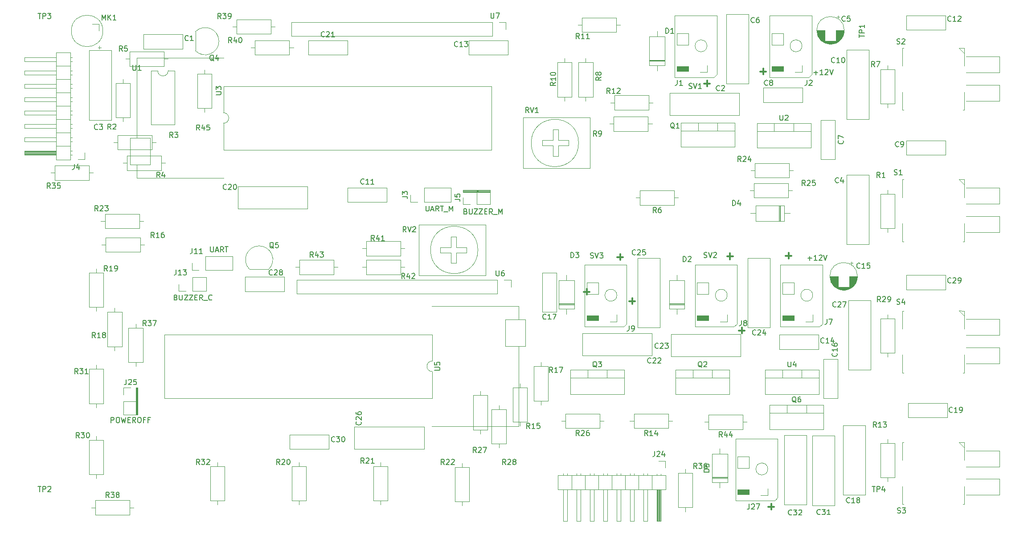
<source format=gbr>
G04 #@! TF.GenerationSoftware,KiCad,Pcbnew,(5.1.5-0-10_14)*
G04 #@! TF.CreationDate,2020-05-09T23:21:01+02:00*
G04 #@! TF.ProjectId,Main_Board_v1_2,4d61696e-5f42-46f6-9172-645f76315f32,rev?*
G04 #@! TF.SameCoordinates,Original*
G04 #@! TF.FileFunction,Legend,Top*
G04 #@! TF.FilePolarity,Positive*
%FSLAX46Y46*%
G04 Gerber Fmt 4.6, Leading zero omitted, Abs format (unit mm)*
G04 Created by KiCad (PCBNEW (5.1.5-0-10_14)) date 2020-05-09 23:21:01*
%MOMM*%
%LPD*%
G04 APERTURE LIST*
%ADD10C,0.300000*%
%ADD11C,0.120000*%
%ADD12C,0.100000*%
%ADD13C,0.150000*%
G04 APERTURE END LIST*
D10*
X161218465Y-79585525D02*
X162361322Y-79585525D01*
X161789894Y-80156954D02*
X161789894Y-79014097D01*
X140309185Y-79707445D02*
X141452042Y-79707445D01*
X140880614Y-80278874D02*
X140880614Y-79136017D01*
X169026425Y-127210525D02*
X170169282Y-127210525D01*
X169597854Y-127781954D02*
X169597854Y-126639097D01*
X163438425Y-93682525D02*
X164581282Y-93682525D01*
X164009854Y-94253954D02*
X164009854Y-93111097D01*
X172328425Y-79458525D02*
X173471282Y-79458525D01*
X172899854Y-80029954D02*
X172899854Y-78887097D01*
X142610425Y-88094525D02*
X143753282Y-88094525D01*
X143181854Y-88665954D02*
X143181854Y-87523097D01*
X133974425Y-86316525D02*
X135117282Y-86316525D01*
X134545854Y-86887954D02*
X134545854Y-85745097D01*
X167502425Y-44406525D02*
X168645282Y-44406525D01*
X168073854Y-44977954D02*
X168073854Y-43835097D01*
X156834425Y-46692525D02*
X157977282Y-46692525D01*
X157405854Y-47263954D02*
X157405854Y-46121097D01*
D11*
X165162854Y-79899383D02*
X169402854Y-79899383D01*
X165162854Y-93139383D02*
X169402854Y-93139383D01*
X169402854Y-93139383D02*
X169402854Y-79899383D01*
X165162854Y-93139383D02*
X165162854Y-79899383D01*
X56277854Y-44239383D02*
X55027854Y-44239383D01*
X56277854Y-54519383D02*
X56277854Y-44239383D01*
X51777854Y-54519383D02*
X56277854Y-54519383D01*
X51777854Y-44239383D02*
X51777854Y-54519383D01*
X53027854Y-44239383D02*
X51777854Y-44239383D01*
X55027854Y-44239383D02*
G75*
G02X53027854Y-44239383I-1000000J0D01*
G01*
X46407854Y-45847383D02*
X46407854Y-46617383D01*
X46407854Y-53927383D02*
X46407854Y-53157383D01*
X45037854Y-46617383D02*
X45037854Y-53157383D01*
X47777854Y-46617383D02*
X45037854Y-46617383D01*
X47777854Y-53157383D02*
X47777854Y-46617383D01*
X45037854Y-53157383D02*
X47777854Y-53157383D01*
X41965854Y-40129383D02*
X41965854Y-39529383D01*
X41965854Y-39829383D02*
X41965854Y-40129383D01*
X42265854Y-39829383D02*
X41665854Y-39829383D01*
X42615854Y-36679383D02*
G75*
G03X42615854Y-36679383I-3000000J0D01*
G01*
X41895854Y-35349383D02*
X41895854Y-36679383D01*
X40565854Y-35349383D02*
X41895854Y-35349383D01*
X44209854Y-53633383D02*
X39969854Y-53633383D01*
X44209854Y-40393383D02*
X39969854Y-40393383D01*
X39969854Y-40393383D02*
X39969854Y-53633383D01*
X44209854Y-40393383D02*
X44209854Y-53633383D01*
X61901854Y-44069383D02*
X61901854Y-44839383D01*
X61901854Y-52149383D02*
X61901854Y-51379383D01*
X60531854Y-44839383D02*
X60531854Y-51379383D01*
X63271854Y-44839383D02*
X60531854Y-44839383D01*
X63271854Y-51379383D02*
X63271854Y-44839383D01*
X60531854Y-51379383D02*
X63271854Y-51379383D01*
X120187854Y-84039383D02*
X120187854Y-85369383D01*
X118857854Y-84039383D02*
X120187854Y-84039383D01*
X117587854Y-84039383D02*
X117587854Y-86699383D01*
X117587854Y-86699383D02*
X79427854Y-86699383D01*
X117587854Y-84039383D02*
X79427854Y-84039383D01*
X79427854Y-84039383D02*
X79427854Y-86699383D01*
X121637854Y-111919383D02*
X105127854Y-111919383D01*
X121637854Y-96679383D02*
X121637854Y-111919383D01*
X121637854Y-89059383D02*
X105127854Y-89059383D01*
X121637854Y-91599383D02*
X121637854Y-89059383D01*
X122907854Y-91599383D02*
X121637854Y-91599383D01*
X119097854Y-91599383D02*
X122907854Y-91599383D01*
X119097854Y-96679383D02*
X119097854Y-91599383D01*
X122907854Y-96679383D02*
X119097854Y-96679383D01*
X122907854Y-91599383D02*
X122907854Y-96679383D01*
X105187854Y-101489383D02*
G75*
G02X105187854Y-99489383I0J1000000D01*
G01*
X105187854Y-99489383D02*
X105187854Y-94429383D01*
X105187854Y-94429383D02*
X54267854Y-94429383D01*
X54267854Y-94429383D02*
X54267854Y-106549383D01*
X54267854Y-106549383D02*
X105187854Y-106549383D01*
X105187854Y-106549383D02*
X105187854Y-101489383D01*
X49077854Y-41819383D02*
X65587854Y-41819383D01*
X49077854Y-57059383D02*
X49077854Y-41819383D01*
X49077854Y-64679383D02*
X65587854Y-64679383D01*
X49077854Y-62139383D02*
X49077854Y-64679383D01*
X47807854Y-62139383D02*
X49077854Y-62139383D01*
X51617854Y-62139383D02*
X47807854Y-62139383D01*
X51617854Y-57059383D02*
X51617854Y-62139383D01*
X47807854Y-57059383D02*
X51617854Y-57059383D01*
X47807854Y-62139383D02*
X47807854Y-57059383D01*
X65527854Y-52249383D02*
G75*
G02X65527854Y-54249383I0J-1000000D01*
G01*
X65527854Y-54249383D02*
X65527854Y-59309383D01*
X65527854Y-59309383D02*
X116447854Y-59309383D01*
X116447854Y-59309383D02*
X116447854Y-47189383D01*
X116447854Y-47189383D02*
X65527854Y-47189383D01*
X65527854Y-47189383D02*
X65527854Y-52249383D01*
X74141632Y-82028061D02*
G75*
G03X72303154Y-77589583I-1838478J1838478D01*
G01*
X70464676Y-82028061D02*
G75*
G02X72303154Y-77589583I1838478J1838478D01*
G01*
X70503154Y-82039583D02*
X74103154Y-82039583D01*
X60215776Y-40473661D02*
G75*
G03X64654254Y-38635183I1838478J1838478D01*
G01*
X60215776Y-36796705D02*
G75*
G02X64654254Y-38635183I1838478J-1838478D01*
G01*
X60204254Y-36835183D02*
X60204254Y-40435183D01*
X156921854Y-111101383D02*
X157691854Y-111101383D01*
X165001854Y-111101383D02*
X164231854Y-111101383D01*
X157691854Y-112471383D02*
X164231854Y-112471383D01*
X157691854Y-109731383D02*
X157691854Y-112471383D01*
X164231854Y-109731383D02*
X157691854Y-109731383D01*
X164231854Y-112471383D02*
X164231854Y-109731383D01*
X176274854Y-107831383D02*
X176274854Y-109341383D01*
X172573854Y-107831383D02*
X172573854Y-109341383D01*
X169303854Y-109341383D02*
X179543854Y-109341383D01*
X179543854Y-107831383D02*
X179543854Y-112472383D01*
X169303854Y-107831383D02*
X169303854Y-112472383D01*
X169303854Y-112472383D02*
X179543854Y-112472383D01*
X169303854Y-107831383D02*
X179543854Y-107831383D01*
X170817054Y-114250983D02*
X170817054Y-125477783D01*
X162816054Y-114250983D02*
X170817054Y-114250983D01*
X162816054Y-126011183D02*
X162816054Y-114250983D01*
X170258254Y-126011183D02*
X162816054Y-126011183D01*
X170817054Y-125477783D02*
X170258254Y-126011183D01*
X168951225Y-120028383D02*
G75*
G03X168951225Y-120028383I-1131371J0D01*
G01*
D12*
G36*
X163219854Y-123928383D02*
G01*
X165419854Y-123928383D01*
X165419854Y-124828383D01*
X163219854Y-124828383D01*
X163219854Y-123928383D01*
G37*
X163219854Y-123928383D02*
X165419854Y-123928383D01*
X165419854Y-124828383D01*
X163219854Y-124828383D01*
X163219854Y-123928383D01*
D11*
X168949854Y-125058383D02*
X167619854Y-125058383D01*
X168949854Y-123728383D02*
X168949854Y-125058383D01*
X165419854Y-119828383D02*
X163219854Y-119828383D01*
X163219854Y-119828383D02*
X163219854Y-117658383D01*
X165419854Y-119828383D02*
X165419854Y-117658383D01*
X165419854Y-117658383D02*
X163219854Y-117658383D01*
X158348854Y-121804383D02*
X161288854Y-121804383D01*
X158348854Y-121564383D02*
X161288854Y-121564383D01*
X158348854Y-121684383D02*
X161288854Y-121684383D01*
X159818854Y-116124383D02*
X159818854Y-117144383D01*
X159818854Y-123604383D02*
X159818854Y-122584383D01*
X158348854Y-117144383D02*
X158348854Y-122584383D01*
X161288854Y-117144383D02*
X158348854Y-117144383D01*
X161288854Y-122584383D02*
X161288854Y-117144383D01*
X158348854Y-122584383D02*
X161288854Y-122584383D01*
X172049854Y-113578383D02*
X176289854Y-113578383D01*
X172049854Y-126818383D02*
X176289854Y-126818383D01*
X176289854Y-126818383D02*
X176289854Y-113578383D01*
X172049854Y-126818383D02*
X172049854Y-113578383D01*
X177383854Y-113705383D02*
X181623854Y-113705383D01*
X177383854Y-126945383D02*
X181623854Y-126945383D01*
X181623854Y-126945383D02*
X181623854Y-113705383D01*
X177383854Y-126945383D02*
X177383854Y-113705383D01*
X49157854Y-109669383D02*
X49157854Y-107069383D01*
X48857854Y-109669383D02*
X49157854Y-109669383D01*
X48857854Y-104569383D02*
X48857854Y-109669383D01*
X48957854Y-104569383D02*
X48857854Y-104569383D01*
X49157854Y-107169383D02*
X49057854Y-107469383D01*
X49157854Y-104569383D02*
X49157854Y-107169383D01*
X49057854Y-104569383D02*
X49157854Y-104569383D01*
X49057854Y-109669383D02*
X49057854Y-104569383D01*
X49257854Y-109669383D02*
X49057854Y-109669383D01*
X49257854Y-104569383D02*
X49257854Y-109669383D01*
X48957854Y-104569383D02*
X49257854Y-104569383D01*
X48957854Y-109669383D02*
X48957854Y-104569383D01*
X46527854Y-104539383D02*
X47857854Y-104539383D01*
X46527854Y-105869383D02*
X46527854Y-104539383D01*
X46527854Y-107139383D02*
X49187854Y-107139383D01*
X49187854Y-107139383D02*
X49187854Y-109739383D01*
X46527854Y-107139383D02*
X46527854Y-109739383D01*
X46527854Y-109739383D02*
X49187854Y-109739383D01*
X116157854Y-67069383D02*
X113557854Y-67069383D01*
X116157854Y-67369383D02*
X116157854Y-67069383D01*
X111057854Y-67369383D02*
X116157854Y-67369383D01*
X111057854Y-67269383D02*
X111057854Y-67369383D01*
X113657854Y-67069383D02*
X113957854Y-67169383D01*
X111057854Y-67069383D02*
X113657854Y-67069383D01*
X111057854Y-67169383D02*
X111057854Y-67069383D01*
X116157854Y-67169383D02*
X111057854Y-67169383D01*
X116157854Y-66969383D02*
X116157854Y-67169383D01*
X111057854Y-66969383D02*
X116157854Y-66969383D01*
X111057854Y-67269383D02*
X111057854Y-66969383D01*
X116157854Y-67269383D02*
X111057854Y-67269383D01*
X111027854Y-69699383D02*
X111027854Y-68369383D01*
X112357854Y-69699383D02*
X111027854Y-69699383D01*
X113627854Y-69699383D02*
X113627854Y-67039383D01*
X113627854Y-67039383D02*
X116227854Y-67039383D01*
X113627854Y-69699383D02*
X116227854Y-69699383D01*
X116227854Y-69699383D02*
X116227854Y-67039383D01*
X119187854Y-35039383D02*
X119187854Y-36369383D01*
X117857854Y-35039383D02*
X119187854Y-35039383D01*
X116587854Y-35039383D02*
X116587854Y-37699383D01*
X116587854Y-37699383D02*
X78427854Y-37699383D01*
X116587854Y-35039383D02*
X78427854Y-35039383D01*
X78427854Y-35039383D02*
X78427854Y-37699383D01*
X108725854Y-80875383D02*
X109725854Y-80875383D01*
X108725854Y-78875383D02*
X108725854Y-80875383D01*
X106725854Y-78875383D02*
X108725854Y-78875383D01*
X106725854Y-77875383D02*
X106725854Y-78875383D01*
X108725854Y-77875383D02*
X106725854Y-77875383D01*
X108725854Y-75875383D02*
X108725854Y-77875383D01*
X109725854Y-75875383D02*
X108725854Y-75875383D01*
X109725854Y-77875383D02*
X109725854Y-75875383D01*
X111725854Y-77875383D02*
X109725854Y-77875383D01*
X111725854Y-78875383D02*
X111725854Y-77875383D01*
X109725854Y-78875383D02*
X111725854Y-78875383D01*
X109725854Y-80875383D02*
X109725854Y-78875383D01*
X113856982Y-78344255D02*
G75*
G03X113856982Y-78344255I-4500000J0D01*
G01*
X115365854Y-83175383D02*
X115365854Y-73575383D01*
X102675854Y-83175383D02*
X102675854Y-73575383D01*
X115365854Y-73575383D02*
X102675854Y-73575383D01*
X105825854Y-83175383D02*
X102675854Y-83175383D01*
X115365854Y-83175383D02*
X105825854Y-83175383D01*
X129123854Y-55475383D02*
X128123854Y-55475383D01*
X129123854Y-57475383D02*
X129123854Y-55475383D01*
X131123854Y-57475383D02*
X129123854Y-57475383D01*
X131123854Y-58475383D02*
X131123854Y-57475383D01*
X129123854Y-58475383D02*
X131123854Y-58475383D01*
X129123854Y-60475383D02*
X129123854Y-58475383D01*
X128123854Y-60475383D02*
X129123854Y-60475383D01*
X128123854Y-58475383D02*
X128123854Y-60475383D01*
X126123854Y-58475383D02*
X128123854Y-58475383D01*
X126123854Y-57475383D02*
X126123854Y-58475383D01*
X128123854Y-57475383D02*
X126123854Y-57475383D01*
X128123854Y-55475383D02*
X128123854Y-57475383D01*
X132992726Y-58006511D02*
G75*
G03X132992726Y-58006511I-4500000J0D01*
G01*
X122483854Y-53175383D02*
X122483854Y-62775383D01*
X135173854Y-53175383D02*
X135173854Y-62775383D01*
X122483854Y-62775383D02*
X135173854Y-62775383D01*
X132023854Y-53175383D02*
X135173854Y-53175383D01*
X122483854Y-53175383D02*
X132023854Y-53175383D01*
X87277854Y-81637383D02*
X86507854Y-81637383D01*
X79197854Y-81637383D02*
X79967854Y-81637383D01*
X86507854Y-80267383D02*
X79967854Y-80267383D01*
X86507854Y-83007383D02*
X86507854Y-80267383D01*
X79967854Y-83007383D02*
X86507854Y-83007383D01*
X79967854Y-80267383D02*
X79967854Y-83007383D01*
X91897854Y-81637383D02*
X92667854Y-81637383D01*
X99977854Y-81637383D02*
X99207854Y-81637383D01*
X92667854Y-83007383D02*
X99207854Y-83007383D01*
X92667854Y-80267383D02*
X92667854Y-83007383D01*
X99207854Y-80267383D02*
X92667854Y-80267383D01*
X99207854Y-83007383D02*
X99207854Y-80267383D01*
X99977854Y-78081383D02*
X99207854Y-78081383D01*
X91897854Y-78081383D02*
X92667854Y-78081383D01*
X99207854Y-76711383D02*
X92667854Y-76711383D01*
X99207854Y-79451383D02*
X99207854Y-76711383D01*
X92667854Y-79451383D02*
X99207854Y-79451383D01*
X92667854Y-76711383D02*
X92667854Y-79451383D01*
X70737854Y-39869383D02*
X71507854Y-39869383D01*
X78817854Y-39869383D02*
X78047854Y-39869383D01*
X71507854Y-41239383D02*
X78047854Y-41239383D01*
X71507854Y-38499383D02*
X71507854Y-41239383D01*
X78047854Y-38499383D02*
X71507854Y-38499383D01*
X78047854Y-41239383D02*
X78047854Y-38499383D01*
X67237854Y-35869383D02*
X68007854Y-35869383D01*
X75317854Y-35869383D02*
X74547854Y-35869383D01*
X68007854Y-37239383D02*
X74547854Y-37239383D01*
X68007854Y-34499383D02*
X68007854Y-37239383D01*
X74547854Y-34499383D02*
X68007854Y-34499383D01*
X74547854Y-37239383D02*
X74547854Y-34499383D01*
X206281854Y-39940383D02*
X206295854Y-40947383D01*
X205279854Y-39931383D02*
X206281854Y-39940383D01*
X206295854Y-40947383D02*
X205279854Y-39931383D01*
X212976054Y-44579583D02*
X212976054Y-41531583D01*
X212976054Y-41531583D02*
X206626054Y-41531583D01*
X206626054Y-44579583D02*
X212976054Y-44579583D01*
X212950654Y-46941783D02*
X206600654Y-46941783D01*
X212950654Y-49989783D02*
X212950654Y-46941783D01*
X206600654Y-49989783D02*
X212950654Y-49989783D01*
X194498854Y-48313383D02*
X194498854Y-51733383D01*
X194498854Y-51733383D02*
X194788854Y-51733383D01*
X194498854Y-43360383D02*
X194498854Y-39940383D01*
X194498854Y-39940383D02*
X194788854Y-39940383D01*
X206281854Y-48313383D02*
X206281854Y-51733383D01*
X206281854Y-51733383D02*
X205991854Y-51733383D01*
X206281854Y-43360383D02*
X206281854Y-39940383D01*
X206281854Y-39940383D02*
X205991854Y-39940383D01*
X206281854Y-114940383D02*
X206295854Y-115947383D01*
X205279854Y-114931383D02*
X206281854Y-114940383D01*
X206295854Y-115947383D02*
X205279854Y-114931383D01*
X212976054Y-119579583D02*
X212976054Y-116531583D01*
X212976054Y-116531583D02*
X206626054Y-116531583D01*
X206626054Y-119579583D02*
X212976054Y-119579583D01*
X212950654Y-121941783D02*
X206600654Y-121941783D01*
X212950654Y-124989783D02*
X212950654Y-121941783D01*
X206600654Y-124989783D02*
X212950654Y-124989783D01*
X194498854Y-123313383D02*
X194498854Y-126733383D01*
X194498854Y-126733383D02*
X194788854Y-126733383D01*
X194498854Y-118360383D02*
X194498854Y-114940383D01*
X194498854Y-114940383D02*
X194788854Y-114940383D01*
X206281854Y-123313383D02*
X206281854Y-126733383D01*
X206281854Y-126733383D02*
X205991854Y-126733383D01*
X206281854Y-118360383D02*
X206281854Y-114940383D01*
X206281854Y-114940383D02*
X205991854Y-114940383D01*
X48477854Y-127369383D02*
X47707854Y-127369383D01*
X40397854Y-127369383D02*
X41167854Y-127369383D01*
X47707854Y-125999383D02*
X41167854Y-125999383D01*
X47707854Y-128739383D02*
X47707854Y-125999383D01*
X41167854Y-128739383D02*
X47707854Y-128739383D01*
X41167854Y-125999383D02*
X41167854Y-128739383D01*
X48857854Y-100489383D02*
X48857854Y-99719383D01*
X48857854Y-92409383D02*
X48857854Y-93179383D01*
X50227854Y-99719383D02*
X50227854Y-93179383D01*
X47487854Y-99719383D02*
X50227854Y-99719383D01*
X47487854Y-93179383D02*
X47487854Y-99719383D01*
X50227854Y-93179383D02*
X47487854Y-93179383D01*
X153307854Y-120049383D02*
X153307854Y-120819383D01*
X153307854Y-128129383D02*
X153307854Y-127359383D01*
X151937854Y-120819383D02*
X151937854Y-127359383D01*
X154677854Y-120819383D02*
X151937854Y-120819383D01*
X154677854Y-127359383D02*
X154677854Y-120819383D01*
X151937854Y-127359383D02*
X154677854Y-127359383D01*
X32690454Y-63692283D02*
X33460454Y-63692283D01*
X40770454Y-63692283D02*
X40000454Y-63692283D01*
X33460454Y-65062283D02*
X40000454Y-65062283D01*
X33460454Y-62322283D02*
X33460454Y-65062283D01*
X40000454Y-62322283D02*
X33460454Y-62322283D01*
X40000454Y-65062283D02*
X40000454Y-62322283D01*
X78137854Y-116239383D02*
X78137854Y-113499383D01*
X85577854Y-116239383D02*
X85577854Y-113499383D01*
X85577854Y-113499383D02*
X78137854Y-113499383D01*
X85577854Y-116239383D02*
X78137854Y-116239383D01*
X195287854Y-85889383D02*
X195287854Y-83149383D01*
X202727854Y-85889383D02*
X202727854Y-83149383D01*
X202727854Y-83149383D02*
X195287854Y-83149383D01*
X202727854Y-85889383D02*
X195287854Y-85889383D01*
X69637854Y-86239383D02*
X69637854Y-83499383D01*
X77077854Y-86239383D02*
X77077854Y-83499383D01*
X77077854Y-83499383D02*
X69637854Y-83499383D01*
X77077854Y-86239383D02*
X69637854Y-86239383D01*
X184237854Y-87916049D02*
X188477854Y-87916049D01*
X184237854Y-101156049D02*
X188477854Y-101156049D01*
X188477854Y-101156049D02*
X188477854Y-87916049D01*
X184237854Y-101156049D02*
X184237854Y-87916049D01*
X90413854Y-116269383D02*
X90413854Y-112029383D01*
X103653854Y-116269383D02*
X103653854Y-112029383D01*
X103653854Y-112029383D02*
X90413854Y-112029383D01*
X103653854Y-116269383D02*
X90413854Y-116269383D01*
X144187854Y-79899383D02*
X148427854Y-79899383D01*
X144187854Y-93139383D02*
X148427854Y-93139383D01*
X148427854Y-93139383D02*
X148427854Y-79899383D01*
X144187854Y-93139383D02*
X144187854Y-79899383D01*
X163777854Y-94349383D02*
X163777854Y-98589383D01*
X150537854Y-94349383D02*
X150537854Y-98589383D01*
X150537854Y-98589383D02*
X163777854Y-98589383D01*
X150537854Y-94349383D02*
X163777854Y-94349383D01*
X146927854Y-94249383D02*
X146927854Y-98489383D01*
X133687854Y-94249383D02*
X133687854Y-98489383D01*
X133687854Y-98489383D02*
X146927854Y-98489383D01*
X133687854Y-94249383D02*
X146927854Y-94249383D01*
X89077854Y-38499383D02*
X89077854Y-41239383D01*
X81637854Y-38499383D02*
X81637854Y-41239383D01*
X81637854Y-41239383D02*
X89077854Y-41239383D01*
X81637854Y-38499383D02*
X89077854Y-38499383D01*
X68237854Y-70489383D02*
X68237854Y-66249383D01*
X81477854Y-70489383D02*
X81477854Y-66249383D01*
X81477854Y-66249383D02*
X68237854Y-66249383D01*
X81477854Y-70489383D02*
X68237854Y-70489383D01*
X195637854Y-110239383D02*
X195637854Y-107499383D01*
X203077854Y-110239383D02*
X203077854Y-107499383D01*
X203077854Y-107499383D02*
X195637854Y-107499383D01*
X203077854Y-110239383D02*
X195637854Y-110239383D01*
X183237854Y-111749383D02*
X187477854Y-111749383D01*
X183237854Y-124989383D02*
X187477854Y-124989383D01*
X187477854Y-124989383D02*
X187477854Y-111749383D01*
X183237854Y-124989383D02*
X183237854Y-111749383D01*
X128803854Y-90143383D02*
X126063854Y-90143383D01*
X128803854Y-82703383D02*
X126063854Y-82703383D01*
X126063854Y-82703383D02*
X126063854Y-90143383D01*
X128803854Y-82703383D02*
X128803854Y-90143383D01*
X179530854Y-99166383D02*
X182270854Y-99166383D01*
X179530854Y-106606383D02*
X182270854Y-106606383D01*
X182270854Y-106606383D02*
X182270854Y-99166383D01*
X179530854Y-106606383D02*
X179530854Y-99166383D01*
X185082854Y-80814608D02*
X184582854Y-80814608D01*
X184832854Y-80564608D02*
X184832854Y-81064608D01*
X183641854Y-85970383D02*
X183073854Y-85970383D01*
X183875854Y-85930383D02*
X182839854Y-85930383D01*
X184034854Y-85890383D02*
X182680854Y-85890383D01*
X184162854Y-85850383D02*
X182552854Y-85850383D01*
X184272854Y-85810383D02*
X182442854Y-85810383D01*
X184368854Y-85770383D02*
X182346854Y-85770383D01*
X184455854Y-85730383D02*
X182259854Y-85730383D01*
X184535854Y-85690383D02*
X182179854Y-85690383D01*
X184608854Y-85650383D02*
X182106854Y-85650383D01*
X184676854Y-85610383D02*
X182038854Y-85610383D01*
X184740854Y-85570383D02*
X181974854Y-85570383D01*
X184800854Y-85530383D02*
X181914854Y-85530383D01*
X184857854Y-85490383D02*
X181857854Y-85490383D01*
X184911854Y-85450383D02*
X181803854Y-85450383D01*
X184962854Y-85410383D02*
X181752854Y-85410383D01*
X182317854Y-85370383D02*
X181704854Y-85370383D01*
X185010854Y-85370383D02*
X184397854Y-85370383D01*
X182317854Y-85330383D02*
X181658854Y-85330383D01*
X185056854Y-85330383D02*
X184397854Y-85330383D01*
X182317854Y-85290383D02*
X181614854Y-85290383D01*
X185100854Y-85290383D02*
X184397854Y-85290383D01*
X182317854Y-85250383D02*
X181572854Y-85250383D01*
X185142854Y-85250383D02*
X184397854Y-85250383D01*
X182317854Y-85210383D02*
X181531854Y-85210383D01*
X185183854Y-85210383D02*
X184397854Y-85210383D01*
X182317854Y-85170383D02*
X181493854Y-85170383D01*
X185221854Y-85170383D02*
X184397854Y-85170383D01*
X182317854Y-85130383D02*
X181456854Y-85130383D01*
X185258854Y-85130383D02*
X184397854Y-85130383D01*
X182317854Y-85090383D02*
X181420854Y-85090383D01*
X185294854Y-85090383D02*
X184397854Y-85090383D01*
X182317854Y-85050383D02*
X181386854Y-85050383D01*
X185328854Y-85050383D02*
X184397854Y-85050383D01*
X182317854Y-85010383D02*
X181353854Y-85010383D01*
X185361854Y-85010383D02*
X184397854Y-85010383D01*
X182317854Y-84970383D02*
X181322854Y-84970383D01*
X185392854Y-84970383D02*
X184397854Y-84970383D01*
X182317854Y-84930383D02*
X181292854Y-84930383D01*
X185422854Y-84930383D02*
X184397854Y-84930383D01*
X182317854Y-84890383D02*
X181262854Y-84890383D01*
X185452854Y-84890383D02*
X184397854Y-84890383D01*
X182317854Y-84850383D02*
X181235854Y-84850383D01*
X185479854Y-84850383D02*
X184397854Y-84850383D01*
X182317854Y-84810383D02*
X181208854Y-84810383D01*
X185506854Y-84810383D02*
X184397854Y-84810383D01*
X182317854Y-84770383D02*
X181182854Y-84770383D01*
X185532854Y-84770383D02*
X184397854Y-84770383D01*
X182317854Y-84730383D02*
X181157854Y-84730383D01*
X185557854Y-84730383D02*
X184397854Y-84730383D01*
X182317854Y-84690383D02*
X181133854Y-84690383D01*
X185581854Y-84690383D02*
X184397854Y-84690383D01*
X182317854Y-84650383D02*
X181110854Y-84650383D01*
X185604854Y-84650383D02*
X184397854Y-84650383D01*
X182317854Y-84610383D02*
X181089854Y-84610383D01*
X185625854Y-84610383D02*
X184397854Y-84610383D01*
X182317854Y-84570383D02*
X181067854Y-84570383D01*
X185647854Y-84570383D02*
X184397854Y-84570383D01*
X182317854Y-84530383D02*
X181047854Y-84530383D01*
X185667854Y-84530383D02*
X184397854Y-84530383D01*
X182317854Y-84490383D02*
X181028854Y-84490383D01*
X185686854Y-84490383D02*
X184397854Y-84490383D01*
X182317854Y-84450383D02*
X181009854Y-84450383D01*
X185705854Y-84450383D02*
X184397854Y-84450383D01*
X182317854Y-84410383D02*
X180992854Y-84410383D01*
X185722854Y-84410383D02*
X184397854Y-84410383D01*
X182317854Y-84370383D02*
X180975854Y-84370383D01*
X185739854Y-84370383D02*
X184397854Y-84370383D01*
X182317854Y-84330383D02*
X180959854Y-84330383D01*
X185755854Y-84330383D02*
X184397854Y-84330383D01*
X182317854Y-84290383D02*
X180943854Y-84290383D01*
X185771854Y-84290383D02*
X184397854Y-84290383D01*
X182317854Y-84250383D02*
X180929854Y-84250383D01*
X185785854Y-84250383D02*
X184397854Y-84250383D01*
X182317854Y-84210383D02*
X180915854Y-84210383D01*
X185799854Y-84210383D02*
X184397854Y-84210383D01*
X182317854Y-84170383D02*
X180902854Y-84170383D01*
X185812854Y-84170383D02*
X184397854Y-84170383D01*
X182317854Y-84130383D02*
X180889854Y-84130383D01*
X185825854Y-84130383D02*
X184397854Y-84130383D01*
X182317854Y-84090383D02*
X180877854Y-84090383D01*
X185837854Y-84090383D02*
X184397854Y-84090383D01*
X182317854Y-84049383D02*
X180866854Y-84049383D01*
X185848854Y-84049383D02*
X184397854Y-84049383D01*
X182317854Y-84009383D02*
X180856854Y-84009383D01*
X185858854Y-84009383D02*
X184397854Y-84009383D01*
X182317854Y-83969383D02*
X180846854Y-83969383D01*
X185868854Y-83969383D02*
X184397854Y-83969383D01*
X182317854Y-83929383D02*
X180837854Y-83929383D01*
X185877854Y-83929383D02*
X184397854Y-83929383D01*
X182317854Y-83889383D02*
X180829854Y-83889383D01*
X185885854Y-83889383D02*
X184397854Y-83889383D01*
X182317854Y-83849383D02*
X180821854Y-83849383D01*
X185893854Y-83849383D02*
X184397854Y-83849383D01*
X182317854Y-83809383D02*
X180814854Y-83809383D01*
X185900854Y-83809383D02*
X184397854Y-83809383D01*
X182317854Y-83769383D02*
X180807854Y-83769383D01*
X185907854Y-83769383D02*
X184397854Y-83769383D01*
X182317854Y-83729383D02*
X180801854Y-83729383D01*
X185913854Y-83729383D02*
X184397854Y-83729383D01*
X182317854Y-83689383D02*
X180796854Y-83689383D01*
X185918854Y-83689383D02*
X184397854Y-83689383D01*
X182317854Y-83649383D02*
X180792854Y-83649383D01*
X185922854Y-83649383D02*
X184397854Y-83649383D01*
X182317854Y-83609383D02*
X180788854Y-83609383D01*
X185926854Y-83609383D02*
X184397854Y-83609383D01*
X182317854Y-83569383D02*
X180784854Y-83569383D01*
X185930854Y-83569383D02*
X184397854Y-83569383D01*
X182317854Y-83529383D02*
X180781854Y-83529383D01*
X185933854Y-83529383D02*
X184397854Y-83529383D01*
X182317854Y-83489383D02*
X180779854Y-83489383D01*
X185935854Y-83489383D02*
X184397854Y-83489383D01*
X182317854Y-83449383D02*
X180778854Y-83449383D01*
X185936854Y-83449383D02*
X184397854Y-83449383D01*
X185937854Y-83409383D02*
X184397854Y-83409383D01*
X182317854Y-83409383D02*
X180777854Y-83409383D01*
X185937854Y-83369383D02*
X184397854Y-83369383D01*
X182317854Y-83369383D02*
X180777854Y-83369383D01*
X185977854Y-83369383D02*
G75*
G03X185977854Y-83369383I-2620000J0D01*
G01*
X178577854Y-94499383D02*
X178577854Y-97239383D01*
X171137854Y-94499383D02*
X171137854Y-97239383D01*
X171137854Y-97239383D02*
X178577854Y-97239383D01*
X171137854Y-94499383D02*
X178577854Y-94499383D01*
X119577854Y-38499383D02*
X119577854Y-41239383D01*
X112137854Y-38499383D02*
X112137854Y-41239383D01*
X112137854Y-41239383D02*
X119577854Y-41239383D01*
X112137854Y-38499383D02*
X119577854Y-38499383D01*
X195287854Y-36489383D02*
X195287854Y-33749383D01*
X202727854Y-36489383D02*
X202727854Y-33749383D01*
X202727854Y-33749383D02*
X195287854Y-33749383D01*
X202727854Y-36489383D02*
X195287854Y-36489383D01*
X96577854Y-66499383D02*
X96577854Y-69239383D01*
X89137854Y-66499383D02*
X89137854Y-69239383D01*
X89137854Y-69239383D02*
X96577854Y-69239383D01*
X89137854Y-66499383D02*
X96577854Y-66499383D01*
X183937854Y-40249383D02*
X188177854Y-40249383D01*
X183937854Y-53489383D02*
X188177854Y-53489383D01*
X188177854Y-53489383D02*
X188177854Y-40249383D01*
X183937854Y-53489383D02*
X183937854Y-40249383D01*
X195287854Y-60289383D02*
X195287854Y-57549383D01*
X202727854Y-60289383D02*
X202727854Y-57549383D01*
X202727854Y-57549383D02*
X195287854Y-57549383D01*
X202727854Y-60289383D02*
X195287854Y-60289383D01*
X175577854Y-47499383D02*
X175577854Y-50239383D01*
X168137854Y-47499383D02*
X168137854Y-50239383D01*
X168137854Y-50239383D02*
X175577854Y-50239383D01*
X168137854Y-47499383D02*
X175577854Y-47499383D01*
X181727854Y-61089383D02*
X178987854Y-61089383D01*
X181727854Y-53649383D02*
X178987854Y-53649383D01*
X178987854Y-53649383D02*
X178987854Y-61089383D01*
X181727854Y-53649383D02*
X181727854Y-61089383D01*
X161047854Y-33499383D02*
X165287854Y-33499383D01*
X161047854Y-46739383D02*
X165287854Y-46739383D01*
X165287854Y-46739383D02*
X165287854Y-33499383D01*
X161047854Y-46739383D02*
X161047854Y-33499383D01*
X182582854Y-34014608D02*
X182082854Y-34014608D01*
X182332854Y-33764608D02*
X182332854Y-34264608D01*
X181141854Y-39170383D02*
X180573854Y-39170383D01*
X181375854Y-39130383D02*
X180339854Y-39130383D01*
X181534854Y-39090383D02*
X180180854Y-39090383D01*
X181662854Y-39050383D02*
X180052854Y-39050383D01*
X181772854Y-39010383D02*
X179942854Y-39010383D01*
X181868854Y-38970383D02*
X179846854Y-38970383D01*
X181955854Y-38930383D02*
X179759854Y-38930383D01*
X182035854Y-38890383D02*
X179679854Y-38890383D01*
X182108854Y-38850383D02*
X179606854Y-38850383D01*
X182176854Y-38810383D02*
X179538854Y-38810383D01*
X182240854Y-38770383D02*
X179474854Y-38770383D01*
X182300854Y-38730383D02*
X179414854Y-38730383D01*
X182357854Y-38690383D02*
X179357854Y-38690383D01*
X182411854Y-38650383D02*
X179303854Y-38650383D01*
X182462854Y-38610383D02*
X179252854Y-38610383D01*
X179817854Y-38570383D02*
X179204854Y-38570383D01*
X182510854Y-38570383D02*
X181897854Y-38570383D01*
X179817854Y-38530383D02*
X179158854Y-38530383D01*
X182556854Y-38530383D02*
X181897854Y-38530383D01*
X179817854Y-38490383D02*
X179114854Y-38490383D01*
X182600854Y-38490383D02*
X181897854Y-38490383D01*
X179817854Y-38450383D02*
X179072854Y-38450383D01*
X182642854Y-38450383D02*
X181897854Y-38450383D01*
X179817854Y-38410383D02*
X179031854Y-38410383D01*
X182683854Y-38410383D02*
X181897854Y-38410383D01*
X179817854Y-38370383D02*
X178993854Y-38370383D01*
X182721854Y-38370383D02*
X181897854Y-38370383D01*
X179817854Y-38330383D02*
X178956854Y-38330383D01*
X182758854Y-38330383D02*
X181897854Y-38330383D01*
X179817854Y-38290383D02*
X178920854Y-38290383D01*
X182794854Y-38290383D02*
X181897854Y-38290383D01*
X179817854Y-38250383D02*
X178886854Y-38250383D01*
X182828854Y-38250383D02*
X181897854Y-38250383D01*
X179817854Y-38210383D02*
X178853854Y-38210383D01*
X182861854Y-38210383D02*
X181897854Y-38210383D01*
X179817854Y-38170383D02*
X178822854Y-38170383D01*
X182892854Y-38170383D02*
X181897854Y-38170383D01*
X179817854Y-38130383D02*
X178792854Y-38130383D01*
X182922854Y-38130383D02*
X181897854Y-38130383D01*
X179817854Y-38090383D02*
X178762854Y-38090383D01*
X182952854Y-38090383D02*
X181897854Y-38090383D01*
X179817854Y-38050383D02*
X178735854Y-38050383D01*
X182979854Y-38050383D02*
X181897854Y-38050383D01*
X179817854Y-38010383D02*
X178708854Y-38010383D01*
X183006854Y-38010383D02*
X181897854Y-38010383D01*
X179817854Y-37970383D02*
X178682854Y-37970383D01*
X183032854Y-37970383D02*
X181897854Y-37970383D01*
X179817854Y-37930383D02*
X178657854Y-37930383D01*
X183057854Y-37930383D02*
X181897854Y-37930383D01*
X179817854Y-37890383D02*
X178633854Y-37890383D01*
X183081854Y-37890383D02*
X181897854Y-37890383D01*
X179817854Y-37850383D02*
X178610854Y-37850383D01*
X183104854Y-37850383D02*
X181897854Y-37850383D01*
X179817854Y-37810383D02*
X178589854Y-37810383D01*
X183125854Y-37810383D02*
X181897854Y-37810383D01*
X179817854Y-37770383D02*
X178567854Y-37770383D01*
X183147854Y-37770383D02*
X181897854Y-37770383D01*
X179817854Y-37730383D02*
X178547854Y-37730383D01*
X183167854Y-37730383D02*
X181897854Y-37730383D01*
X179817854Y-37690383D02*
X178528854Y-37690383D01*
X183186854Y-37690383D02*
X181897854Y-37690383D01*
X179817854Y-37650383D02*
X178509854Y-37650383D01*
X183205854Y-37650383D02*
X181897854Y-37650383D01*
X179817854Y-37610383D02*
X178492854Y-37610383D01*
X183222854Y-37610383D02*
X181897854Y-37610383D01*
X179817854Y-37570383D02*
X178475854Y-37570383D01*
X183239854Y-37570383D02*
X181897854Y-37570383D01*
X179817854Y-37530383D02*
X178459854Y-37530383D01*
X183255854Y-37530383D02*
X181897854Y-37530383D01*
X179817854Y-37490383D02*
X178443854Y-37490383D01*
X183271854Y-37490383D02*
X181897854Y-37490383D01*
X179817854Y-37450383D02*
X178429854Y-37450383D01*
X183285854Y-37450383D02*
X181897854Y-37450383D01*
X179817854Y-37410383D02*
X178415854Y-37410383D01*
X183299854Y-37410383D02*
X181897854Y-37410383D01*
X179817854Y-37370383D02*
X178402854Y-37370383D01*
X183312854Y-37370383D02*
X181897854Y-37370383D01*
X179817854Y-37330383D02*
X178389854Y-37330383D01*
X183325854Y-37330383D02*
X181897854Y-37330383D01*
X179817854Y-37290383D02*
X178377854Y-37290383D01*
X183337854Y-37290383D02*
X181897854Y-37290383D01*
X179817854Y-37249383D02*
X178366854Y-37249383D01*
X183348854Y-37249383D02*
X181897854Y-37249383D01*
X179817854Y-37209383D02*
X178356854Y-37209383D01*
X183358854Y-37209383D02*
X181897854Y-37209383D01*
X179817854Y-37169383D02*
X178346854Y-37169383D01*
X183368854Y-37169383D02*
X181897854Y-37169383D01*
X179817854Y-37129383D02*
X178337854Y-37129383D01*
X183377854Y-37129383D02*
X181897854Y-37129383D01*
X179817854Y-37089383D02*
X178329854Y-37089383D01*
X183385854Y-37089383D02*
X181897854Y-37089383D01*
X179817854Y-37049383D02*
X178321854Y-37049383D01*
X183393854Y-37049383D02*
X181897854Y-37049383D01*
X179817854Y-37009383D02*
X178314854Y-37009383D01*
X183400854Y-37009383D02*
X181897854Y-37009383D01*
X179817854Y-36969383D02*
X178307854Y-36969383D01*
X183407854Y-36969383D02*
X181897854Y-36969383D01*
X179817854Y-36929383D02*
X178301854Y-36929383D01*
X183413854Y-36929383D02*
X181897854Y-36929383D01*
X179817854Y-36889383D02*
X178296854Y-36889383D01*
X183418854Y-36889383D02*
X181897854Y-36889383D01*
X179817854Y-36849383D02*
X178292854Y-36849383D01*
X183422854Y-36849383D02*
X181897854Y-36849383D01*
X179817854Y-36809383D02*
X178288854Y-36809383D01*
X183426854Y-36809383D02*
X181897854Y-36809383D01*
X179817854Y-36769383D02*
X178284854Y-36769383D01*
X183430854Y-36769383D02*
X181897854Y-36769383D01*
X179817854Y-36729383D02*
X178281854Y-36729383D01*
X183433854Y-36729383D02*
X181897854Y-36729383D01*
X179817854Y-36689383D02*
X178279854Y-36689383D01*
X183435854Y-36689383D02*
X181897854Y-36689383D01*
X179817854Y-36649383D02*
X178278854Y-36649383D01*
X183436854Y-36649383D02*
X181897854Y-36649383D01*
X183437854Y-36609383D02*
X181897854Y-36609383D01*
X179817854Y-36609383D02*
X178277854Y-36609383D01*
X183437854Y-36569383D02*
X181897854Y-36569383D01*
X179817854Y-36569383D02*
X178277854Y-36569383D01*
X183477854Y-36569383D02*
G75*
G03X183477854Y-36569383I-2620000J0D01*
G01*
X183937854Y-64082716D02*
X188177854Y-64082716D01*
X183937854Y-77322716D02*
X188177854Y-77322716D01*
X188177854Y-77322716D02*
X188177854Y-64082716D01*
X183937854Y-77322716D02*
X183937854Y-64082716D01*
X150277854Y-52769383D02*
X150277854Y-48529383D01*
X163517854Y-52769383D02*
X163517854Y-48529383D01*
X163517854Y-48529383D02*
X150277854Y-48529383D01*
X163517854Y-52769383D02*
X150277854Y-52769383D01*
X50347854Y-40081383D02*
X50347854Y-37341383D01*
X57787854Y-40081383D02*
X57787854Y-37341383D01*
X57787854Y-37341383D02*
X50347854Y-37341383D01*
X57787854Y-40081383D02*
X50347854Y-40081383D01*
X175398854Y-101139383D02*
X175398854Y-102649383D01*
X171697854Y-101139383D02*
X171697854Y-102649383D01*
X168427854Y-102649383D02*
X178667854Y-102649383D01*
X178667854Y-101139383D02*
X178667854Y-105780383D01*
X168427854Y-101139383D02*
X168427854Y-105780383D01*
X168427854Y-105780383D02*
X178667854Y-105780383D01*
X168427854Y-101139383D02*
X178667854Y-101139383D01*
X173848854Y-54239383D02*
X173848854Y-55749383D01*
X170147854Y-54239383D02*
X170147854Y-55749383D01*
X166877854Y-55749383D02*
X177117854Y-55749383D01*
X177117854Y-54239383D02*
X177117854Y-58880383D01*
X166877854Y-54239383D02*
X166877854Y-58880383D01*
X166877854Y-58880383D02*
X177117854Y-58880383D01*
X166877854Y-54239383D02*
X177117854Y-54239383D01*
X206281854Y-89940383D02*
X206295854Y-90947383D01*
X205279854Y-89931383D02*
X206281854Y-89940383D01*
X206295854Y-90947383D02*
X205279854Y-89931383D01*
X212976054Y-94579583D02*
X212976054Y-91531583D01*
X212976054Y-91531583D02*
X206626054Y-91531583D01*
X206626054Y-94579583D02*
X212976054Y-94579583D01*
X212950654Y-96941783D02*
X206600654Y-96941783D01*
X212950654Y-99989783D02*
X212950654Y-96941783D01*
X206600654Y-99989783D02*
X212950654Y-99989783D01*
X194498854Y-98313383D02*
X194498854Y-101733383D01*
X194498854Y-101733383D02*
X194788854Y-101733383D01*
X194498854Y-93360383D02*
X194498854Y-89940383D01*
X194498854Y-89940383D02*
X194788854Y-89940383D01*
X206281854Y-98313383D02*
X206281854Y-101733383D01*
X206281854Y-101733383D02*
X205991854Y-101733383D01*
X206281854Y-93360383D02*
X206281854Y-89940383D01*
X206281854Y-89940383D02*
X205991854Y-89940383D01*
X206281854Y-64940383D02*
X206295854Y-65947383D01*
X205279854Y-64931383D02*
X206281854Y-64940383D01*
X206295854Y-65947383D02*
X205279854Y-64931383D01*
X212976054Y-69579583D02*
X212976054Y-66531583D01*
X212976054Y-66531583D02*
X206626054Y-66531583D01*
X206626054Y-69579583D02*
X212976054Y-69579583D01*
X212950654Y-71941783D02*
X206600654Y-71941783D01*
X212950654Y-74989783D02*
X212950654Y-71941783D01*
X206600654Y-74989783D02*
X212950654Y-74989783D01*
X194498854Y-73313383D02*
X194498854Y-76733383D01*
X194498854Y-76733383D02*
X194788854Y-76733383D01*
X194498854Y-68360383D02*
X194498854Y-64940383D01*
X194498854Y-64940383D02*
X194788854Y-64940383D01*
X206281854Y-73313383D02*
X206281854Y-76733383D01*
X206281854Y-76733383D02*
X205991854Y-76733383D01*
X206281854Y-68360383D02*
X206281854Y-64940383D01*
X206281854Y-64940383D02*
X205991854Y-64940383D01*
X64357854Y-118749383D02*
X64357854Y-119519383D01*
X64357854Y-126829383D02*
X64357854Y-126059383D01*
X62987854Y-119519383D02*
X62987854Y-126059383D01*
X65727854Y-119519383D02*
X62987854Y-119519383D01*
X65727854Y-126059383D02*
X65727854Y-119519383D01*
X62987854Y-126059383D02*
X65727854Y-126059383D01*
X41357854Y-100249383D02*
X41357854Y-101019383D01*
X41357854Y-108329383D02*
X41357854Y-107559383D01*
X39987854Y-101019383D02*
X39987854Y-107559383D01*
X42727854Y-101019383D02*
X39987854Y-101019383D01*
X42727854Y-107559383D02*
X42727854Y-101019383D01*
X39987854Y-107559383D02*
X42727854Y-107559383D01*
X41357854Y-113749383D02*
X41357854Y-114519383D01*
X41357854Y-121829383D02*
X41357854Y-121059383D01*
X39987854Y-114519383D02*
X39987854Y-121059383D01*
X42727854Y-114519383D02*
X39987854Y-114519383D01*
X42727854Y-121059383D02*
X42727854Y-114519383D01*
X39987854Y-121059383D02*
X42727854Y-121059383D01*
X191707854Y-90649383D02*
X191707854Y-91419383D01*
X191707854Y-98729383D02*
X191707854Y-97959383D01*
X190337854Y-91419383D02*
X190337854Y-97959383D01*
X193077854Y-91419383D02*
X190337854Y-91419383D01*
X193077854Y-97959383D02*
X193077854Y-91419383D01*
X190337854Y-97959383D02*
X193077854Y-97959383D01*
X117857854Y-115989383D02*
X117857854Y-115219383D01*
X117857854Y-107909383D02*
X117857854Y-108679383D01*
X119227854Y-115219383D02*
X119227854Y-108679383D01*
X116487854Y-115219383D02*
X119227854Y-115219383D01*
X116487854Y-108679383D02*
X116487854Y-115219383D01*
X119227854Y-108679383D02*
X116487854Y-108679383D01*
X114357854Y-105249383D02*
X114357854Y-106019383D01*
X114357854Y-113329383D02*
X114357854Y-112559383D01*
X112987854Y-106019383D02*
X112987854Y-112559383D01*
X115727854Y-106019383D02*
X112987854Y-106019383D01*
X115727854Y-112559383D02*
X115727854Y-106019383D01*
X112987854Y-112559383D02*
X115727854Y-112559383D01*
X129737854Y-110869383D02*
X130507854Y-110869383D01*
X137817854Y-110869383D02*
X137047854Y-110869383D01*
X130507854Y-112239383D02*
X137047854Y-112239383D01*
X130507854Y-109499383D02*
X130507854Y-112239383D01*
X137047854Y-109499383D02*
X130507854Y-109499383D01*
X137047854Y-112239383D02*
X137047854Y-109499383D01*
X165557854Y-67039383D02*
X166327854Y-67039383D01*
X173637854Y-67039383D02*
X172867854Y-67039383D01*
X166327854Y-68409383D02*
X172867854Y-68409383D01*
X166327854Y-65669383D02*
X166327854Y-68409383D01*
X172867854Y-65669383D02*
X166327854Y-65669383D01*
X172867854Y-68409383D02*
X172867854Y-65669383D01*
X165707854Y-63239383D02*
X166477854Y-63239383D01*
X173787854Y-63239383D02*
X173017854Y-63239383D01*
X166477854Y-64609383D02*
X173017854Y-64609383D01*
X166477854Y-61869383D02*
X166477854Y-64609383D01*
X173017854Y-61869383D02*
X166477854Y-61869383D01*
X173017854Y-64609383D02*
X173017854Y-61869383D01*
X42237854Y-72869383D02*
X43007854Y-72869383D01*
X50317854Y-72869383D02*
X49547854Y-72869383D01*
X43007854Y-74239383D02*
X49547854Y-74239383D01*
X43007854Y-71499383D02*
X43007854Y-74239383D01*
X49547854Y-71499383D02*
X43007854Y-71499383D01*
X49547854Y-74239383D02*
X49547854Y-71499383D01*
X110857854Y-126989383D02*
X110857854Y-126219383D01*
X110857854Y-118909383D02*
X110857854Y-119679383D01*
X112227854Y-126219383D02*
X112227854Y-119679383D01*
X109487854Y-126219383D02*
X112227854Y-126219383D01*
X109487854Y-119679383D02*
X109487854Y-126219383D01*
X112227854Y-119679383D02*
X109487854Y-119679383D01*
X95357854Y-118749383D02*
X95357854Y-119519383D01*
X95357854Y-126829383D02*
X95357854Y-126059383D01*
X93987854Y-119519383D02*
X93987854Y-126059383D01*
X96727854Y-119519383D02*
X93987854Y-119519383D01*
X96727854Y-126059383D02*
X96727854Y-119519383D01*
X93987854Y-126059383D02*
X96727854Y-126059383D01*
X79857854Y-118749383D02*
X79857854Y-119519383D01*
X79857854Y-126829383D02*
X79857854Y-126059383D01*
X78487854Y-119519383D02*
X78487854Y-126059383D01*
X81227854Y-119519383D02*
X78487854Y-119519383D01*
X81227854Y-126059383D02*
X81227854Y-119519383D01*
X78487854Y-126059383D02*
X81227854Y-126059383D01*
X41357854Y-89989383D02*
X41357854Y-89219383D01*
X41357854Y-81909383D02*
X41357854Y-82679383D01*
X42727854Y-89219383D02*
X42727854Y-82679383D01*
X39987854Y-89219383D02*
X42727854Y-89219383D01*
X39987854Y-82679383D02*
X39987854Y-89219383D01*
X42727854Y-82679383D02*
X39987854Y-82679383D01*
X44857854Y-97489383D02*
X44857854Y-96719383D01*
X44857854Y-89409383D02*
X44857854Y-90179383D01*
X46227854Y-96719383D02*
X46227854Y-90179383D01*
X43487854Y-96719383D02*
X46227854Y-96719383D01*
X43487854Y-90179383D02*
X43487854Y-96719383D01*
X46227854Y-90179383D02*
X43487854Y-90179383D01*
X125857854Y-99749383D02*
X125857854Y-100519383D01*
X125857854Y-107829383D02*
X125857854Y-107059383D01*
X124487854Y-100519383D02*
X124487854Y-107059383D01*
X127227854Y-100519383D02*
X124487854Y-100519383D01*
X127227854Y-107059383D02*
X127227854Y-100519383D01*
X124487854Y-107059383D02*
X127227854Y-107059383D01*
X50477854Y-77369383D02*
X49707854Y-77369383D01*
X42397854Y-77369383D02*
X43167854Y-77369383D01*
X49707854Y-75999383D02*
X43167854Y-75999383D01*
X49707854Y-78739383D02*
X49707854Y-75999383D01*
X43167854Y-78739383D02*
X49707854Y-78739383D01*
X43167854Y-75999383D02*
X43167854Y-78739383D01*
X121857854Y-103749383D02*
X121857854Y-104519383D01*
X121857854Y-111829383D02*
X121857854Y-111059383D01*
X120487854Y-104519383D02*
X120487854Y-111059383D01*
X123227854Y-104519383D02*
X120487854Y-104519383D01*
X123227854Y-111059383D02*
X123227854Y-104519383D01*
X120487854Y-111059383D02*
X123227854Y-111059383D01*
X142737854Y-110869383D02*
X143507854Y-110869383D01*
X150817854Y-110869383D02*
X150047854Y-110869383D01*
X143507854Y-112239383D02*
X150047854Y-112239383D01*
X143507854Y-109499383D02*
X143507854Y-112239383D01*
X150047854Y-109499383D02*
X143507854Y-109499383D01*
X150047854Y-112239383D02*
X150047854Y-109499383D01*
X191707854Y-114349383D02*
X191707854Y-115119383D01*
X191707854Y-122429383D02*
X191707854Y-121659383D01*
X190337854Y-115119383D02*
X190337854Y-121659383D01*
X193077854Y-115119383D02*
X190337854Y-115119383D01*
X193077854Y-121659383D02*
X193077854Y-115119383D01*
X190337854Y-121659383D02*
X193077854Y-121659383D01*
X139037854Y-50319383D02*
X139807854Y-50319383D01*
X147117854Y-50319383D02*
X146347854Y-50319383D01*
X139807854Y-51689383D02*
X146347854Y-51689383D01*
X139807854Y-48949383D02*
X139807854Y-51689383D01*
X146347854Y-48949383D02*
X139807854Y-48949383D01*
X146347854Y-51689383D02*
X146347854Y-48949383D01*
X140927854Y-35519383D02*
X140157854Y-35519383D01*
X132847854Y-35519383D02*
X133617854Y-35519383D01*
X140157854Y-34149383D02*
X133617854Y-34149383D01*
X140157854Y-36889383D02*
X140157854Y-34149383D01*
X133617854Y-36889383D02*
X140157854Y-36889383D01*
X133617854Y-34149383D02*
X133617854Y-36889383D01*
X130357854Y-49989383D02*
X130357854Y-49219383D01*
X130357854Y-41909383D02*
X130357854Y-42679383D01*
X131727854Y-49219383D02*
X131727854Y-42679383D01*
X128987854Y-49219383D02*
X131727854Y-49219383D01*
X128987854Y-42679383D02*
X128987854Y-49219383D01*
X131727854Y-42679383D02*
X128987854Y-42679383D01*
X146977854Y-54369383D02*
X146207854Y-54369383D01*
X138897854Y-54369383D02*
X139667854Y-54369383D01*
X146207854Y-52999383D02*
X139667854Y-52999383D01*
X146207854Y-55739383D02*
X146207854Y-52999383D01*
X139667854Y-55739383D02*
X146207854Y-55739383D01*
X139667854Y-52999383D02*
X139667854Y-55739383D01*
X134357854Y-49989383D02*
X134357854Y-49219383D01*
X134357854Y-41909383D02*
X134357854Y-42679383D01*
X135727854Y-49219383D02*
X135727854Y-42679383D01*
X132987854Y-49219383D02*
X135727854Y-49219383D01*
X132987854Y-42679383D02*
X132987854Y-49219383D01*
X135727854Y-42679383D02*
X132987854Y-42679383D01*
X191707854Y-43249383D02*
X191707854Y-44019383D01*
X191707854Y-51329383D02*
X191707854Y-50559383D01*
X190337854Y-44019383D02*
X190337854Y-50559383D01*
X193077854Y-44019383D02*
X190337854Y-44019383D01*
X193077854Y-50559383D02*
X193077854Y-44019383D01*
X190337854Y-50559383D02*
X193077854Y-50559383D01*
X143887854Y-68429383D02*
X144657854Y-68429383D01*
X151967854Y-68429383D02*
X151197854Y-68429383D01*
X144657854Y-69799383D02*
X151197854Y-69799383D01*
X144657854Y-67059383D02*
X144657854Y-69799383D01*
X151197854Y-67059383D02*
X144657854Y-67059383D01*
X151197854Y-69799383D02*
X151197854Y-67059383D01*
X55019854Y-42013383D02*
X54249854Y-42013383D01*
X46939854Y-42013383D02*
X47709854Y-42013383D01*
X54249854Y-40643383D02*
X47709854Y-40643383D01*
X54249854Y-43383383D02*
X54249854Y-40643383D01*
X47709854Y-43383383D02*
X54249854Y-43383383D01*
X47709854Y-40643383D02*
X47709854Y-43383383D01*
X46431854Y-61825383D02*
X47201854Y-61825383D01*
X54511854Y-61825383D02*
X53741854Y-61825383D01*
X47201854Y-63195383D02*
X53741854Y-63195383D01*
X47201854Y-60455383D02*
X47201854Y-63195383D01*
X53741854Y-60455383D02*
X47201854Y-60455383D01*
X53741854Y-63195383D02*
X53741854Y-60455383D01*
X44637854Y-57869383D02*
X45407854Y-57869383D01*
X52717854Y-57869383D02*
X51947854Y-57869383D01*
X45407854Y-59239383D02*
X51947854Y-59239383D01*
X45407854Y-56499383D02*
X45407854Y-59239383D01*
X51947854Y-56499383D02*
X45407854Y-56499383D01*
X51947854Y-59239383D02*
X51947854Y-56499383D01*
X191707854Y-66949383D02*
X191707854Y-67719383D01*
X191707854Y-75029383D02*
X191707854Y-74259383D01*
X190337854Y-67719383D02*
X190337854Y-74259383D01*
X193077854Y-67719383D02*
X190337854Y-67719383D01*
X193077854Y-74259383D02*
X193077854Y-67719383D01*
X190337854Y-74259383D02*
X193077854Y-74259383D01*
X138398854Y-101139383D02*
X138398854Y-102649383D01*
X134697854Y-101139383D02*
X134697854Y-102649383D01*
X131427854Y-102649383D02*
X141667854Y-102649383D01*
X141667854Y-101139383D02*
X141667854Y-105780383D01*
X131427854Y-101139383D02*
X131427854Y-105780383D01*
X131427854Y-105780383D02*
X141667854Y-105780383D01*
X131427854Y-101139383D02*
X141667854Y-101139383D01*
X158398854Y-101139383D02*
X158398854Y-102649383D01*
X154697854Y-101139383D02*
X154697854Y-102649383D01*
X151427854Y-102649383D02*
X161667854Y-102649383D01*
X161667854Y-101139383D02*
X161667854Y-105780383D01*
X151427854Y-101139383D02*
X151427854Y-105780383D01*
X151427854Y-105780383D02*
X161667854Y-105780383D01*
X151427854Y-101139383D02*
X161667854Y-101139383D01*
X159398854Y-54139383D02*
X159398854Y-55649383D01*
X155697854Y-54139383D02*
X155697854Y-55649383D01*
X152427854Y-55649383D02*
X162667854Y-55649383D01*
X162667854Y-54139383D02*
X162667854Y-58780383D01*
X152427854Y-54139383D02*
X152427854Y-58780383D01*
X152427854Y-58780383D02*
X162667854Y-58780383D01*
X152427854Y-54139383D02*
X162667854Y-54139383D01*
X149477854Y-118549383D02*
X149477854Y-119819383D01*
X148207854Y-118549383D02*
X149477854Y-118549383D01*
X130047854Y-120862312D02*
X130047854Y-121259383D01*
X130807854Y-120862312D02*
X130807854Y-121259383D01*
X130047854Y-129919383D02*
X130047854Y-123919383D01*
X130807854Y-129919383D02*
X130047854Y-129919383D01*
X130807854Y-123919383D02*
X130807854Y-129919383D01*
X131697854Y-121259383D02*
X131697854Y-123919383D01*
X132587854Y-120862312D02*
X132587854Y-121259383D01*
X133347854Y-120862312D02*
X133347854Y-121259383D01*
X132587854Y-129919383D02*
X132587854Y-123919383D01*
X133347854Y-129919383D02*
X132587854Y-129919383D01*
X133347854Y-123919383D02*
X133347854Y-129919383D01*
X134237854Y-121259383D02*
X134237854Y-123919383D01*
X135127854Y-120862312D02*
X135127854Y-121259383D01*
X135887854Y-120862312D02*
X135887854Y-121259383D01*
X135127854Y-129919383D02*
X135127854Y-123919383D01*
X135887854Y-129919383D02*
X135127854Y-129919383D01*
X135887854Y-123919383D02*
X135887854Y-129919383D01*
X136777854Y-121259383D02*
X136777854Y-123919383D01*
X137667854Y-120862312D02*
X137667854Y-121259383D01*
X138427854Y-120862312D02*
X138427854Y-121259383D01*
X137667854Y-129919383D02*
X137667854Y-123919383D01*
X138427854Y-129919383D02*
X137667854Y-129919383D01*
X138427854Y-123919383D02*
X138427854Y-129919383D01*
X139317854Y-121259383D02*
X139317854Y-123919383D01*
X140207854Y-120862312D02*
X140207854Y-121259383D01*
X140967854Y-120862312D02*
X140967854Y-121259383D01*
X140207854Y-129919383D02*
X140207854Y-123919383D01*
X140967854Y-129919383D02*
X140207854Y-129919383D01*
X140967854Y-123919383D02*
X140967854Y-129919383D01*
X141857854Y-121259383D02*
X141857854Y-123919383D01*
X142747854Y-120862312D02*
X142747854Y-121259383D01*
X143507854Y-120862312D02*
X143507854Y-121259383D01*
X142747854Y-129919383D02*
X142747854Y-123919383D01*
X143507854Y-129919383D02*
X142747854Y-129919383D01*
X143507854Y-123919383D02*
X143507854Y-129919383D01*
X144397854Y-121259383D02*
X144397854Y-123919383D01*
X145287854Y-120862312D02*
X145287854Y-121259383D01*
X146047854Y-120862312D02*
X146047854Y-121259383D01*
X145287854Y-129919383D02*
X145287854Y-123919383D01*
X146047854Y-129919383D02*
X145287854Y-129919383D01*
X146047854Y-123919383D02*
X146047854Y-129919383D01*
X146937854Y-121259383D02*
X146937854Y-123919383D01*
X147827854Y-120929383D02*
X147827854Y-121259383D01*
X148587854Y-120929383D02*
X148587854Y-121259383D01*
X147927854Y-123919383D02*
X147927854Y-129919383D01*
X148047854Y-123919383D02*
X148047854Y-129919383D01*
X148167854Y-123919383D02*
X148167854Y-129919383D01*
X148287854Y-123919383D02*
X148287854Y-129919383D01*
X148407854Y-123919383D02*
X148407854Y-129919383D01*
X148527854Y-123919383D02*
X148527854Y-129919383D01*
X147827854Y-129919383D02*
X147827854Y-123919383D01*
X148587854Y-129919383D02*
X147827854Y-129919383D01*
X148587854Y-123919383D02*
X148587854Y-129919383D01*
X149537854Y-123919383D02*
X149537854Y-121259383D01*
X129097854Y-123919383D02*
X149537854Y-123919383D01*
X129097854Y-121259383D02*
X129097854Y-123919383D01*
X149537854Y-121259383D02*
X129097854Y-121259383D01*
X57027854Y-86199383D02*
X57027854Y-84869383D01*
X58357854Y-86199383D02*
X57027854Y-86199383D01*
X59627854Y-86199383D02*
X59627854Y-83539383D01*
X59627854Y-83539383D02*
X62227854Y-83539383D01*
X59627854Y-86199383D02*
X62227854Y-86199383D01*
X62227854Y-86199383D02*
X62227854Y-83539383D01*
X59527854Y-82199383D02*
X59527854Y-80869383D01*
X60857854Y-82199383D02*
X59527854Y-82199383D01*
X62127854Y-82199383D02*
X62127854Y-79539383D01*
X62127854Y-79539383D02*
X67267854Y-79539383D01*
X62127854Y-82199383D02*
X67267854Y-82199383D01*
X67267854Y-82199383D02*
X67267854Y-79539383D01*
X142130054Y-81191983D02*
X142130054Y-92418783D01*
X134129054Y-81191983D02*
X142130054Y-81191983D01*
X134129054Y-92952183D02*
X134129054Y-81191983D01*
X141571254Y-92952183D02*
X134129054Y-92952183D01*
X142130054Y-92418783D02*
X141571254Y-92952183D01*
X140264225Y-86969383D02*
G75*
G03X140264225Y-86969383I-1131371J0D01*
G01*
D12*
G36*
X134532854Y-90869383D02*
G01*
X136732854Y-90869383D01*
X136732854Y-91769383D01*
X134532854Y-91769383D01*
X134532854Y-90869383D01*
G37*
X134532854Y-90869383D02*
X136732854Y-90869383D01*
X136732854Y-91769383D01*
X134532854Y-91769383D01*
X134532854Y-90869383D01*
D11*
X140262854Y-91999383D02*
X138932854Y-91999383D01*
X140262854Y-90669383D02*
X140262854Y-91999383D01*
X136732854Y-86769383D02*
X134532854Y-86769383D01*
X134532854Y-86769383D02*
X134532854Y-84599383D01*
X136732854Y-86769383D02*
X136732854Y-84599383D01*
X136732854Y-84599383D02*
X134532854Y-84599383D01*
X163105054Y-81191983D02*
X163105054Y-92418783D01*
X155104054Y-81191983D02*
X163105054Y-81191983D01*
X155104054Y-92952183D02*
X155104054Y-81191983D01*
X162546254Y-92952183D02*
X155104054Y-92952183D01*
X163105054Y-92418783D02*
X162546254Y-92952183D01*
X161239225Y-86969383D02*
G75*
G03X161239225Y-86969383I-1131371J0D01*
G01*
D12*
G36*
X155507854Y-90869383D02*
G01*
X157707854Y-90869383D01*
X157707854Y-91769383D01*
X155507854Y-91769383D01*
X155507854Y-90869383D01*
G37*
X155507854Y-90869383D02*
X157707854Y-90869383D01*
X157707854Y-91769383D01*
X155507854Y-91769383D01*
X155507854Y-90869383D01*
D11*
X161237854Y-91999383D02*
X159907854Y-91999383D01*
X161237854Y-90669383D02*
X161237854Y-91999383D01*
X157707854Y-86769383D02*
X155507854Y-86769383D01*
X155507854Y-86769383D02*
X155507854Y-84599383D01*
X157707854Y-86769383D02*
X157707854Y-84599383D01*
X157707854Y-84599383D02*
X155507854Y-84599383D01*
X179355054Y-81191983D02*
X179355054Y-92418783D01*
X171354054Y-81191983D02*
X179355054Y-81191983D01*
X171354054Y-92952183D02*
X171354054Y-81191983D01*
X178796254Y-92952183D02*
X171354054Y-92952183D01*
X179355054Y-92418783D02*
X178796254Y-92952183D01*
X177489225Y-86969383D02*
G75*
G03X177489225Y-86969383I-1131371J0D01*
G01*
D12*
G36*
X171757854Y-90869383D02*
G01*
X173957854Y-90869383D01*
X173957854Y-91769383D01*
X171757854Y-91769383D01*
X171757854Y-90869383D01*
G37*
X171757854Y-90869383D02*
X173957854Y-90869383D01*
X173957854Y-91769383D01*
X171757854Y-91769383D01*
X171757854Y-90869383D01*
D11*
X177487854Y-91999383D02*
X176157854Y-91999383D01*
X177487854Y-90669383D02*
X177487854Y-91999383D01*
X173957854Y-86769383D02*
X171757854Y-86769383D01*
X171757854Y-86769383D02*
X171757854Y-84599383D01*
X173957854Y-86769383D02*
X173957854Y-84599383D01*
X173957854Y-84599383D02*
X171757854Y-84599383D01*
X39127854Y-61139383D02*
X37857854Y-61139383D01*
X39127854Y-59869383D02*
X39127854Y-61139383D01*
X36814925Y-41709383D02*
X36417854Y-41709383D01*
X36814925Y-42469383D02*
X36417854Y-42469383D01*
X27757854Y-41709383D02*
X33757854Y-41709383D01*
X27757854Y-42469383D02*
X27757854Y-41709383D01*
X33757854Y-42469383D02*
X27757854Y-42469383D01*
X36417854Y-43359383D02*
X33757854Y-43359383D01*
X36814925Y-44249383D02*
X36417854Y-44249383D01*
X36814925Y-45009383D02*
X36417854Y-45009383D01*
X27757854Y-44249383D02*
X33757854Y-44249383D01*
X27757854Y-45009383D02*
X27757854Y-44249383D01*
X33757854Y-45009383D02*
X27757854Y-45009383D01*
X36417854Y-45899383D02*
X33757854Y-45899383D01*
X36814925Y-46789383D02*
X36417854Y-46789383D01*
X36814925Y-47549383D02*
X36417854Y-47549383D01*
X27757854Y-46789383D02*
X33757854Y-46789383D01*
X27757854Y-47549383D02*
X27757854Y-46789383D01*
X33757854Y-47549383D02*
X27757854Y-47549383D01*
X36417854Y-48439383D02*
X33757854Y-48439383D01*
X36814925Y-49329383D02*
X36417854Y-49329383D01*
X36814925Y-50089383D02*
X36417854Y-50089383D01*
X27757854Y-49329383D02*
X33757854Y-49329383D01*
X27757854Y-50089383D02*
X27757854Y-49329383D01*
X33757854Y-50089383D02*
X27757854Y-50089383D01*
X36417854Y-50979383D02*
X33757854Y-50979383D01*
X36814925Y-51869383D02*
X36417854Y-51869383D01*
X36814925Y-52629383D02*
X36417854Y-52629383D01*
X27757854Y-51869383D02*
X33757854Y-51869383D01*
X27757854Y-52629383D02*
X27757854Y-51869383D01*
X33757854Y-52629383D02*
X27757854Y-52629383D01*
X36417854Y-53519383D02*
X33757854Y-53519383D01*
X36814925Y-54409383D02*
X36417854Y-54409383D01*
X36814925Y-55169383D02*
X36417854Y-55169383D01*
X27757854Y-54409383D02*
X33757854Y-54409383D01*
X27757854Y-55169383D02*
X27757854Y-54409383D01*
X33757854Y-55169383D02*
X27757854Y-55169383D01*
X36417854Y-56059383D02*
X33757854Y-56059383D01*
X36814925Y-56949383D02*
X36417854Y-56949383D01*
X36814925Y-57709383D02*
X36417854Y-57709383D01*
X27757854Y-56949383D02*
X33757854Y-56949383D01*
X27757854Y-57709383D02*
X27757854Y-56949383D01*
X33757854Y-57709383D02*
X27757854Y-57709383D01*
X36417854Y-58599383D02*
X33757854Y-58599383D01*
X36747854Y-59489383D02*
X36417854Y-59489383D01*
X36747854Y-60249383D02*
X36417854Y-60249383D01*
X33757854Y-59589383D02*
X27757854Y-59589383D01*
X33757854Y-59709383D02*
X27757854Y-59709383D01*
X33757854Y-59829383D02*
X27757854Y-59829383D01*
X33757854Y-59949383D02*
X27757854Y-59949383D01*
X33757854Y-60069383D02*
X27757854Y-60069383D01*
X33757854Y-60189383D02*
X27757854Y-60189383D01*
X27757854Y-59489383D02*
X33757854Y-59489383D01*
X27757854Y-60249383D02*
X27757854Y-59489383D01*
X33757854Y-60249383D02*
X27757854Y-60249383D01*
X33757854Y-61199383D02*
X36417854Y-61199383D01*
X33757854Y-40759383D02*
X33757854Y-61199383D01*
X36417854Y-40759383D02*
X33757854Y-40759383D01*
X36417854Y-61199383D02*
X36417854Y-40759383D01*
X101027854Y-69199383D02*
X101027854Y-67869383D01*
X102357854Y-69199383D02*
X101027854Y-69199383D01*
X103627854Y-69199383D02*
X103627854Y-66539383D01*
X103627854Y-66539383D02*
X108767854Y-66539383D01*
X103627854Y-69199383D02*
X108767854Y-69199383D01*
X108767854Y-69199383D02*
X108767854Y-66539383D01*
X177305054Y-33741983D02*
X177305054Y-44968783D01*
X169304054Y-33741983D02*
X177305054Y-33741983D01*
X169304054Y-45502183D02*
X169304054Y-33741983D01*
X176746254Y-45502183D02*
X169304054Y-45502183D01*
X177305054Y-44968783D02*
X176746254Y-45502183D01*
X175439225Y-39519383D02*
G75*
G03X175439225Y-39519383I-1131371J0D01*
G01*
D12*
G36*
X169707854Y-43419383D02*
G01*
X171907854Y-43419383D01*
X171907854Y-44319383D01*
X169707854Y-44319383D01*
X169707854Y-43419383D01*
G37*
X169707854Y-43419383D02*
X171907854Y-43419383D01*
X171907854Y-44319383D01*
X169707854Y-44319383D01*
X169707854Y-43419383D01*
D11*
X175437854Y-44549383D02*
X174107854Y-44549383D01*
X175437854Y-43219383D02*
X175437854Y-44549383D01*
X171907854Y-39319383D02*
X169707854Y-39319383D01*
X169707854Y-39319383D02*
X169707854Y-37149383D01*
X171907854Y-39319383D02*
X171907854Y-37149383D01*
X171907854Y-37149383D02*
X169707854Y-37149383D01*
X159255054Y-33741983D02*
X159255054Y-44968783D01*
X151254054Y-33741983D02*
X159255054Y-33741983D01*
X151254054Y-45502183D02*
X151254054Y-33741983D01*
X158696254Y-45502183D02*
X151254054Y-45502183D01*
X159255054Y-44968783D02*
X158696254Y-45502183D01*
X157389225Y-39519383D02*
G75*
G03X157389225Y-39519383I-1131371J0D01*
G01*
D12*
G36*
X151657854Y-43419383D02*
G01*
X153857854Y-43419383D01*
X153857854Y-44319383D01*
X151657854Y-44319383D01*
X151657854Y-43419383D01*
G37*
X151657854Y-43419383D02*
X153857854Y-43419383D01*
X153857854Y-44319383D01*
X151657854Y-44319383D01*
X151657854Y-43419383D01*
D11*
X157387854Y-44549383D02*
X156057854Y-44549383D01*
X157387854Y-43219383D02*
X157387854Y-44549383D01*
X153857854Y-39319383D02*
X151657854Y-39319383D01*
X151657854Y-39319383D02*
X151657854Y-37149383D01*
X153857854Y-39319383D02*
X153857854Y-37149383D01*
X153857854Y-37149383D02*
X151657854Y-37149383D01*
X171337854Y-72859383D02*
X171337854Y-69919383D01*
X171097854Y-72859383D02*
X171097854Y-69919383D01*
X171217854Y-72859383D02*
X171217854Y-69919383D01*
X165657854Y-71389383D02*
X166677854Y-71389383D01*
X173137854Y-71389383D02*
X172117854Y-71389383D01*
X166677854Y-72859383D02*
X172117854Y-72859383D01*
X166677854Y-69919383D02*
X166677854Y-72859383D01*
X172117854Y-69919383D02*
X166677854Y-69919383D01*
X172117854Y-72859383D02*
X172117854Y-69919383D01*
X129237854Y-88779383D02*
X132177854Y-88779383D01*
X129237854Y-88539383D02*
X132177854Y-88539383D01*
X129237854Y-88659383D02*
X132177854Y-88659383D01*
X130707854Y-83099383D02*
X130707854Y-84119383D01*
X130707854Y-90579383D02*
X130707854Y-89559383D01*
X129237854Y-84119383D02*
X129237854Y-89559383D01*
X132177854Y-84119383D02*
X129237854Y-84119383D01*
X132177854Y-89559383D02*
X132177854Y-84119383D01*
X129237854Y-89559383D02*
X132177854Y-89559383D01*
X150212854Y-88779383D02*
X153152854Y-88779383D01*
X150212854Y-88539383D02*
X153152854Y-88539383D01*
X150212854Y-88659383D02*
X153152854Y-88659383D01*
X151682854Y-83099383D02*
X151682854Y-84119383D01*
X151682854Y-90579383D02*
X151682854Y-89559383D01*
X150212854Y-84119383D02*
X150212854Y-89559383D01*
X153152854Y-84119383D02*
X150212854Y-84119383D01*
X153152854Y-89559383D02*
X153152854Y-84119383D01*
X150212854Y-89559383D02*
X153152854Y-89559383D01*
X146457854Y-42429383D02*
X149397854Y-42429383D01*
X146457854Y-42189383D02*
X149397854Y-42189383D01*
X146457854Y-42309383D02*
X149397854Y-42309383D01*
X147927854Y-36749383D02*
X147927854Y-37769383D01*
X147927854Y-44229383D02*
X147927854Y-43209383D01*
X146457854Y-37769383D02*
X146457854Y-43209383D01*
X149397854Y-37769383D02*
X146457854Y-37769383D01*
X149397854Y-43209383D02*
X149397854Y-37769383D01*
X146457854Y-43209383D02*
X149397854Y-43209383D01*
D13*
X166668996Y-94440525D02*
X166621377Y-94488144D01*
X166478520Y-94535763D01*
X166383282Y-94535763D01*
X166240425Y-94488144D01*
X166145187Y-94392906D01*
X166097568Y-94297668D01*
X166049949Y-94107192D01*
X166049949Y-93964335D01*
X166097568Y-93773859D01*
X166145187Y-93678621D01*
X166240425Y-93583383D01*
X166383282Y-93535763D01*
X166478520Y-93535763D01*
X166621377Y-93583383D01*
X166668996Y-93631002D01*
X167049949Y-93631002D02*
X167097568Y-93583383D01*
X167192806Y-93535763D01*
X167430901Y-93535763D01*
X167526139Y-93583383D01*
X167573758Y-93631002D01*
X167621377Y-93726240D01*
X167621377Y-93821478D01*
X167573758Y-93964335D01*
X167002330Y-94535763D01*
X167621377Y-94535763D01*
X168478520Y-93869097D02*
X168478520Y-94535763D01*
X168240425Y-93488144D02*
X168002330Y-94202430D01*
X168621377Y-94202430D01*
X48315949Y-43197763D02*
X48315949Y-44007287D01*
X48363568Y-44102525D01*
X48411187Y-44150144D01*
X48506425Y-44197763D01*
X48696901Y-44197763D01*
X48792139Y-44150144D01*
X48839758Y-44102525D01*
X48887377Y-44007287D01*
X48887377Y-43197763D01*
X49887377Y-44197763D02*
X49315949Y-44197763D01*
X49601663Y-44197763D02*
X49601663Y-43197763D01*
X49506425Y-43340621D01*
X49411187Y-43435859D01*
X49315949Y-43483478D01*
X44143147Y-55379123D02*
X43809814Y-54902933D01*
X43571718Y-55379123D02*
X43571718Y-54379123D01*
X43952671Y-54379123D01*
X44047909Y-54426743D01*
X44095528Y-54474362D01*
X44143147Y-54569600D01*
X44143147Y-54712457D01*
X44095528Y-54807695D01*
X44047909Y-54855314D01*
X43952671Y-54902933D01*
X43571718Y-54902933D01*
X44524099Y-54474362D02*
X44571718Y-54426743D01*
X44666956Y-54379123D01*
X44905052Y-54379123D01*
X45000290Y-54426743D01*
X45047909Y-54474362D01*
X45095528Y-54569600D01*
X45095528Y-54664838D01*
X45047909Y-54807695D01*
X44476480Y-55379123D01*
X45095528Y-55379123D01*
X42446570Y-34601923D02*
X42446570Y-33601923D01*
X42779903Y-34316209D01*
X43113236Y-33601923D01*
X43113236Y-34601923D01*
X43589427Y-34601923D02*
X43589427Y-33601923D01*
X44160855Y-34601923D02*
X43732284Y-34030495D01*
X44160855Y-33601923D02*
X43589427Y-34173352D01*
X45113236Y-34601923D02*
X44541808Y-34601923D01*
X44827522Y-34601923D02*
X44827522Y-33601923D01*
X44732284Y-33744781D01*
X44637046Y-33840019D01*
X44541808Y-33887638D01*
X41625187Y-55352525D02*
X41577568Y-55400144D01*
X41434711Y-55447763D01*
X41339473Y-55447763D01*
X41196615Y-55400144D01*
X41101377Y-55304906D01*
X41053758Y-55209668D01*
X41006139Y-55019192D01*
X41006139Y-54876335D01*
X41053758Y-54685859D01*
X41101377Y-54590621D01*
X41196615Y-54495383D01*
X41339473Y-54447763D01*
X41434711Y-54447763D01*
X41577568Y-54495383D01*
X41625187Y-54543002D01*
X41958520Y-54447763D02*
X42577568Y-54447763D01*
X42244234Y-54828716D01*
X42387092Y-54828716D01*
X42482330Y-54876335D01*
X42529949Y-54923954D01*
X42577568Y-55019192D01*
X42577568Y-55257287D01*
X42529949Y-55352525D01*
X42482330Y-55400144D01*
X42387092Y-55447763D01*
X42101377Y-55447763D01*
X42006139Y-55400144D01*
X41958520Y-55352525D01*
X61004996Y-55551843D02*
X60671663Y-55075653D01*
X60433568Y-55551843D02*
X60433568Y-54551843D01*
X60814520Y-54551843D01*
X60909758Y-54599463D01*
X60957377Y-54647082D01*
X61004996Y-54742320D01*
X61004996Y-54885177D01*
X60957377Y-54980415D01*
X60909758Y-55028034D01*
X60814520Y-55075653D01*
X60433568Y-55075653D01*
X61862139Y-54885177D02*
X61862139Y-55551843D01*
X61624044Y-54504224D02*
X61385949Y-55218510D01*
X62004996Y-55218510D01*
X62862139Y-54551843D02*
X62385949Y-54551843D01*
X62338330Y-55028034D01*
X62385949Y-54980415D01*
X62481187Y-54932796D01*
X62719282Y-54932796D01*
X62814520Y-54980415D01*
X62862139Y-55028034D01*
X62909758Y-55123272D01*
X62909758Y-55361367D01*
X62862139Y-55456605D01*
X62814520Y-55504224D01*
X62719282Y-55551843D01*
X62481187Y-55551843D01*
X62385949Y-55504224D01*
X62338330Y-55456605D01*
X117333949Y-82281763D02*
X117333949Y-83091287D01*
X117381568Y-83186525D01*
X117429187Y-83234144D01*
X117524425Y-83281763D01*
X117714901Y-83281763D01*
X117810139Y-83234144D01*
X117857758Y-83186525D01*
X117905377Y-83091287D01*
X117905377Y-82281763D01*
X118810139Y-82281763D02*
X118619663Y-82281763D01*
X118524425Y-82329383D01*
X118476806Y-82377002D01*
X118381568Y-82519859D01*
X118333949Y-82710335D01*
X118333949Y-83091287D01*
X118381568Y-83186525D01*
X118429187Y-83234144D01*
X118524425Y-83281763D01*
X118714901Y-83281763D01*
X118810139Y-83234144D01*
X118857758Y-83186525D01*
X118905377Y-83091287D01*
X118905377Y-82853192D01*
X118857758Y-82757954D01*
X118810139Y-82710335D01*
X118714901Y-82662716D01*
X118524425Y-82662716D01*
X118429187Y-82710335D01*
X118381568Y-82757954D01*
X118333949Y-82853192D01*
X105640234Y-101251287D02*
X106449758Y-101251287D01*
X106544996Y-101203668D01*
X106592615Y-101156049D01*
X106640234Y-101060811D01*
X106640234Y-100870335D01*
X106592615Y-100775097D01*
X106544996Y-100727478D01*
X106449758Y-100679859D01*
X105640234Y-100679859D01*
X105640234Y-99727478D02*
X105640234Y-100203668D01*
X106116425Y-100251287D01*
X106068806Y-100203668D01*
X106021187Y-100108430D01*
X106021187Y-99870335D01*
X106068806Y-99775097D01*
X106116425Y-99727478D01*
X106211663Y-99679859D01*
X106449758Y-99679859D01*
X106544996Y-99727478D01*
X106592615Y-99775097D01*
X106640234Y-99870335D01*
X106640234Y-100108430D01*
X106592615Y-100203668D01*
X106544996Y-100251287D01*
X64097434Y-48800167D02*
X64906958Y-48800167D01*
X65002196Y-48752548D01*
X65049815Y-48704929D01*
X65097434Y-48609691D01*
X65097434Y-48419215D01*
X65049815Y-48323977D01*
X65002196Y-48276358D01*
X64906958Y-48228739D01*
X64097434Y-48228739D01*
X64097434Y-47847786D02*
X64097434Y-47228739D01*
X64478387Y-47562072D01*
X64478387Y-47419215D01*
X64526006Y-47323977D01*
X64573625Y-47276358D01*
X64668863Y-47228739D01*
X64906958Y-47228739D01*
X65002196Y-47276358D01*
X65049815Y-47323977D01*
X65097434Y-47419215D01*
X65097434Y-47704929D01*
X65049815Y-47800167D01*
X65002196Y-47847786D01*
X75052715Y-78019402D02*
X74957477Y-77971783D01*
X74862239Y-77876544D01*
X74719382Y-77733687D01*
X74624144Y-77686068D01*
X74528906Y-77686068D01*
X74576525Y-77924163D02*
X74481287Y-77876544D01*
X74386049Y-77781306D01*
X74338430Y-77590830D01*
X74338430Y-77257497D01*
X74386049Y-77067021D01*
X74481287Y-76971783D01*
X74576525Y-76924163D01*
X74767001Y-76924163D01*
X74862239Y-76971783D01*
X74957477Y-77067021D01*
X75005096Y-77257497D01*
X75005096Y-77590830D01*
X74957477Y-77781306D01*
X74862239Y-77876544D01*
X74767001Y-77924163D01*
X74576525Y-77924163D01*
X75909858Y-76924163D02*
X75433668Y-76924163D01*
X75386049Y-77400354D01*
X75433668Y-77352735D01*
X75528906Y-77305116D01*
X75767001Y-77305116D01*
X75862239Y-77352735D01*
X75909858Y-77400354D01*
X75957477Y-77495592D01*
X75957477Y-77733687D01*
X75909858Y-77828925D01*
X75862239Y-77876544D01*
X75767001Y-77924163D01*
X75528906Y-77924163D01*
X75433668Y-77876544D01*
X75386049Y-77828925D01*
X63685015Y-42372802D02*
X63589777Y-42325183D01*
X63494539Y-42229944D01*
X63351682Y-42087087D01*
X63256444Y-42039468D01*
X63161206Y-42039468D01*
X63208825Y-42277563D02*
X63113587Y-42229944D01*
X63018349Y-42134706D01*
X62970730Y-41944230D01*
X62970730Y-41610897D01*
X63018349Y-41420421D01*
X63113587Y-41325183D01*
X63208825Y-41277563D01*
X63399301Y-41277563D01*
X63494539Y-41325183D01*
X63589777Y-41420421D01*
X63637396Y-41610897D01*
X63637396Y-41944230D01*
X63589777Y-42134706D01*
X63494539Y-42229944D01*
X63399301Y-42277563D01*
X63208825Y-42277563D01*
X64494539Y-41610897D02*
X64494539Y-42277563D01*
X64256444Y-41229944D02*
X64018349Y-41944230D01*
X64637396Y-41944230D01*
X160318996Y-113923763D02*
X159985663Y-113447573D01*
X159747568Y-113923763D02*
X159747568Y-112923763D01*
X160128520Y-112923763D01*
X160223758Y-112971383D01*
X160271377Y-113019002D01*
X160318996Y-113114240D01*
X160318996Y-113257097D01*
X160271377Y-113352335D01*
X160223758Y-113399954D01*
X160128520Y-113447573D01*
X159747568Y-113447573D01*
X161176139Y-113257097D02*
X161176139Y-113923763D01*
X160938044Y-112876144D02*
X160699949Y-113590430D01*
X161318996Y-113590430D01*
X162128520Y-113257097D02*
X162128520Y-113923763D01*
X161890425Y-112876144D02*
X161652330Y-113590430D01*
X162271377Y-113590430D01*
X174328615Y-107379002D02*
X174233377Y-107331383D01*
X174138139Y-107236144D01*
X173995282Y-107093287D01*
X173900044Y-107045668D01*
X173804806Y-107045668D01*
X173852425Y-107283763D02*
X173757187Y-107236144D01*
X173661949Y-107140906D01*
X173614330Y-106950430D01*
X173614330Y-106617097D01*
X173661949Y-106426621D01*
X173757187Y-106331383D01*
X173852425Y-106283763D01*
X174042901Y-106283763D01*
X174138139Y-106331383D01*
X174233377Y-106426621D01*
X174280996Y-106617097D01*
X174280996Y-106950430D01*
X174233377Y-107140906D01*
X174138139Y-107236144D01*
X174042901Y-107283763D01*
X173852425Y-107283763D01*
X175138139Y-106283763D02*
X174947663Y-106283763D01*
X174852425Y-106331383D01*
X174804806Y-106379002D01*
X174709568Y-106521859D01*
X174661949Y-106712335D01*
X174661949Y-107093287D01*
X174709568Y-107188525D01*
X174757187Y-107236144D01*
X174852425Y-107283763D01*
X175042901Y-107283763D01*
X175138139Y-107236144D01*
X175185758Y-107188525D01*
X175233377Y-107093287D01*
X175233377Y-106855192D01*
X175185758Y-106759954D01*
X175138139Y-106712335D01*
X175042901Y-106664716D01*
X174852425Y-106664716D01*
X174757187Y-106712335D01*
X174709568Y-106759954D01*
X174661949Y-106855192D01*
X165410330Y-126680763D02*
X165410330Y-127395049D01*
X165362711Y-127537906D01*
X165267473Y-127633144D01*
X165124615Y-127680763D01*
X165029377Y-127680763D01*
X165838901Y-126776002D02*
X165886520Y-126728383D01*
X165981758Y-126680763D01*
X166219854Y-126680763D01*
X166315092Y-126728383D01*
X166362711Y-126776002D01*
X166410330Y-126871240D01*
X166410330Y-126966478D01*
X166362711Y-127109335D01*
X165791282Y-127680763D01*
X166410330Y-127680763D01*
X166743663Y-126680763D02*
X167410330Y-126680763D01*
X166981758Y-127680763D01*
X157801234Y-120602478D02*
X156801234Y-120602478D01*
X156801234Y-120364383D01*
X156848854Y-120221525D01*
X156944092Y-120126287D01*
X157039330Y-120078668D01*
X157229806Y-120031049D01*
X157372663Y-120031049D01*
X157563139Y-120078668D01*
X157658377Y-120126287D01*
X157753615Y-120221525D01*
X157801234Y-120364383D01*
X157801234Y-120602478D01*
X156801234Y-119126287D02*
X156801234Y-119602478D01*
X157277425Y-119650097D01*
X157229806Y-119602478D01*
X157182187Y-119507240D01*
X157182187Y-119269144D01*
X157229806Y-119173906D01*
X157277425Y-119126287D01*
X157372663Y-119078668D01*
X157610758Y-119078668D01*
X157705996Y-119126287D01*
X157753615Y-119173906D01*
X157801234Y-119269144D01*
X157801234Y-119507240D01*
X157753615Y-119602478D01*
X157705996Y-119650097D01*
X173496516Y-128694965D02*
X173448897Y-128742584D01*
X173306040Y-128790203D01*
X173210802Y-128790203D01*
X173067945Y-128742584D01*
X172972707Y-128647346D01*
X172925088Y-128552108D01*
X172877469Y-128361632D01*
X172877469Y-128218775D01*
X172925088Y-128028299D01*
X172972707Y-127933061D01*
X173067945Y-127837823D01*
X173210802Y-127790203D01*
X173306040Y-127790203D01*
X173448897Y-127837823D01*
X173496516Y-127885442D01*
X173829850Y-127790203D02*
X174448897Y-127790203D01*
X174115564Y-128171156D01*
X174258421Y-128171156D01*
X174353659Y-128218775D01*
X174401278Y-128266394D01*
X174448897Y-128361632D01*
X174448897Y-128599727D01*
X174401278Y-128694965D01*
X174353659Y-128742584D01*
X174258421Y-128790203D01*
X173972707Y-128790203D01*
X173877469Y-128742584D01*
X173829850Y-128694965D01*
X174829850Y-127885442D02*
X174877469Y-127837823D01*
X174972707Y-127790203D01*
X175210802Y-127790203D01*
X175306040Y-127837823D01*
X175353659Y-127885442D01*
X175401278Y-127980680D01*
X175401278Y-128075918D01*
X175353659Y-128218775D01*
X174782231Y-128790203D01*
X175401278Y-128790203D01*
X178911796Y-128608605D02*
X178864177Y-128656224D01*
X178721320Y-128703843D01*
X178626082Y-128703843D01*
X178483225Y-128656224D01*
X178387987Y-128560986D01*
X178340368Y-128465748D01*
X178292749Y-128275272D01*
X178292749Y-128132415D01*
X178340368Y-127941939D01*
X178387987Y-127846701D01*
X178483225Y-127751463D01*
X178626082Y-127703843D01*
X178721320Y-127703843D01*
X178864177Y-127751463D01*
X178911796Y-127799082D01*
X179245130Y-127703843D02*
X179864177Y-127703843D01*
X179530844Y-128084796D01*
X179673701Y-128084796D01*
X179768939Y-128132415D01*
X179816558Y-128180034D01*
X179864177Y-128275272D01*
X179864177Y-128513367D01*
X179816558Y-128608605D01*
X179768939Y-128656224D01*
X179673701Y-128703843D01*
X179387987Y-128703843D01*
X179292749Y-128656224D01*
X179245130Y-128608605D01*
X180816558Y-128703843D02*
X180245130Y-128703843D01*
X180530844Y-128703843D02*
X180530844Y-127703843D01*
X180435606Y-127846701D01*
X180340368Y-127941939D01*
X180245130Y-127989558D01*
X47048330Y-102991763D02*
X47048330Y-103706049D01*
X47000711Y-103848906D01*
X46905473Y-103944144D01*
X46762615Y-103991763D01*
X46667377Y-103991763D01*
X47476901Y-103087002D02*
X47524520Y-103039383D01*
X47619758Y-102991763D01*
X47857854Y-102991763D01*
X47953092Y-103039383D01*
X48000711Y-103087002D01*
X48048330Y-103182240D01*
X48048330Y-103277478D01*
X48000711Y-103420335D01*
X47429282Y-103991763D01*
X48048330Y-103991763D01*
X48953092Y-102991763D02*
X48476901Y-102991763D01*
X48429282Y-103467954D01*
X48476901Y-103420335D01*
X48572139Y-103372716D01*
X48810234Y-103372716D01*
X48905473Y-103420335D01*
X48953092Y-103467954D01*
X49000711Y-103563192D01*
X49000711Y-103801287D01*
X48953092Y-103896525D01*
X48905473Y-103944144D01*
X48810234Y-103991763D01*
X48572139Y-103991763D01*
X48476901Y-103944144D01*
X48429282Y-103896525D01*
X44167377Y-111191763D02*
X44167377Y-110191763D01*
X44548330Y-110191763D01*
X44643568Y-110239383D01*
X44691187Y-110287002D01*
X44738806Y-110382240D01*
X44738806Y-110525097D01*
X44691187Y-110620335D01*
X44643568Y-110667954D01*
X44548330Y-110715573D01*
X44167377Y-110715573D01*
X45357854Y-110191763D02*
X45548330Y-110191763D01*
X45643568Y-110239383D01*
X45738806Y-110334621D01*
X45786425Y-110525097D01*
X45786425Y-110858430D01*
X45738806Y-111048906D01*
X45643568Y-111144144D01*
X45548330Y-111191763D01*
X45357854Y-111191763D01*
X45262615Y-111144144D01*
X45167377Y-111048906D01*
X45119758Y-110858430D01*
X45119758Y-110525097D01*
X45167377Y-110334621D01*
X45262615Y-110239383D01*
X45357854Y-110191763D01*
X46119758Y-110191763D02*
X46357854Y-111191763D01*
X46548330Y-110477478D01*
X46738806Y-111191763D01*
X46976901Y-110191763D01*
X47357854Y-110667954D02*
X47691187Y-110667954D01*
X47834044Y-111191763D02*
X47357854Y-111191763D01*
X47357854Y-110191763D01*
X47834044Y-110191763D01*
X48834044Y-111191763D02*
X48500711Y-110715573D01*
X48262615Y-111191763D02*
X48262615Y-110191763D01*
X48643568Y-110191763D01*
X48738806Y-110239383D01*
X48786425Y-110287002D01*
X48834044Y-110382240D01*
X48834044Y-110525097D01*
X48786425Y-110620335D01*
X48738806Y-110667954D01*
X48643568Y-110715573D01*
X48262615Y-110715573D01*
X49453092Y-110191763D02*
X49643568Y-110191763D01*
X49738806Y-110239383D01*
X49834044Y-110334621D01*
X49881663Y-110525097D01*
X49881663Y-110858430D01*
X49834044Y-111048906D01*
X49738806Y-111144144D01*
X49643568Y-111191763D01*
X49453092Y-111191763D01*
X49357854Y-111144144D01*
X49262615Y-111048906D01*
X49214996Y-110858430D01*
X49214996Y-110525097D01*
X49262615Y-110334621D01*
X49357854Y-110239383D01*
X49453092Y-110191763D01*
X50643568Y-110667954D02*
X50310234Y-110667954D01*
X50310234Y-111191763D02*
X50310234Y-110191763D01*
X50786425Y-110191763D01*
X51500711Y-110667954D02*
X51167377Y-110667954D01*
X51167377Y-111191763D02*
X51167377Y-110191763D01*
X51643568Y-110191763D01*
X109480234Y-68702716D02*
X110194520Y-68702716D01*
X110337377Y-68750335D01*
X110432615Y-68845573D01*
X110480234Y-68988430D01*
X110480234Y-69083668D01*
X109480234Y-67750335D02*
X109480234Y-68226525D01*
X109956425Y-68274144D01*
X109908806Y-68226525D01*
X109861187Y-68131287D01*
X109861187Y-67893192D01*
X109908806Y-67797954D01*
X109956425Y-67750335D01*
X110051663Y-67702716D01*
X110289758Y-67702716D01*
X110384996Y-67750335D01*
X110432615Y-67797954D01*
X110480234Y-67893192D01*
X110480234Y-68131287D01*
X110432615Y-68226525D01*
X110384996Y-68274144D01*
X111536090Y-71024954D02*
X111678947Y-71072573D01*
X111726566Y-71120192D01*
X111774185Y-71215430D01*
X111774185Y-71358287D01*
X111726566Y-71453525D01*
X111678947Y-71501144D01*
X111583709Y-71548763D01*
X111202756Y-71548763D01*
X111202756Y-70548763D01*
X111536090Y-70548763D01*
X111631328Y-70596383D01*
X111678947Y-70644002D01*
X111726566Y-70739240D01*
X111726566Y-70834478D01*
X111678947Y-70929716D01*
X111631328Y-70977335D01*
X111536090Y-71024954D01*
X111202756Y-71024954D01*
X112202756Y-70548763D02*
X112202756Y-71358287D01*
X112250375Y-71453525D01*
X112297994Y-71501144D01*
X112393233Y-71548763D01*
X112583709Y-71548763D01*
X112678947Y-71501144D01*
X112726566Y-71453525D01*
X112774185Y-71358287D01*
X112774185Y-70548763D01*
X113155137Y-70548763D02*
X113821804Y-70548763D01*
X113155137Y-71548763D01*
X113821804Y-71548763D01*
X114107518Y-70548763D02*
X114774185Y-70548763D01*
X114107518Y-71548763D01*
X114774185Y-71548763D01*
X115155137Y-71024954D02*
X115488471Y-71024954D01*
X115631328Y-71548763D02*
X115155137Y-71548763D01*
X115155137Y-70548763D01*
X115631328Y-70548763D01*
X116631328Y-71548763D02*
X116297994Y-71072573D01*
X116059899Y-71548763D02*
X116059899Y-70548763D01*
X116440852Y-70548763D01*
X116536090Y-70596383D01*
X116583709Y-70644002D01*
X116631328Y-70739240D01*
X116631328Y-70882097D01*
X116583709Y-70977335D01*
X116536090Y-71024954D01*
X116440852Y-71072573D01*
X116059899Y-71072573D01*
X116821804Y-71644002D02*
X117583709Y-71644002D01*
X117821804Y-71548763D02*
X117821804Y-70548763D01*
X118155137Y-71263049D01*
X118488471Y-70548763D01*
X118488471Y-71548763D01*
X116333949Y-33281763D02*
X116333949Y-34091287D01*
X116381568Y-34186525D01*
X116429187Y-34234144D01*
X116524425Y-34281763D01*
X116714901Y-34281763D01*
X116810139Y-34234144D01*
X116857758Y-34186525D01*
X116905377Y-34091287D01*
X116905377Y-33281763D01*
X117286330Y-33281763D02*
X117952996Y-33281763D01*
X117524425Y-34281763D01*
X100229575Y-74926963D02*
X99896242Y-74450773D01*
X99658147Y-74926963D02*
X99658147Y-73926963D01*
X100039099Y-73926963D01*
X100134337Y-73974583D01*
X100181956Y-74022202D01*
X100229575Y-74117440D01*
X100229575Y-74260297D01*
X100181956Y-74355535D01*
X100134337Y-74403154D01*
X100039099Y-74450773D01*
X99658147Y-74450773D01*
X100515290Y-73926963D02*
X100848623Y-74926963D01*
X101181956Y-73926963D01*
X101467671Y-74022202D02*
X101515290Y-73974583D01*
X101610528Y-73926963D01*
X101848623Y-73926963D01*
X101943861Y-73974583D01*
X101991480Y-74022202D01*
X102039099Y-74117440D01*
X102039099Y-74212678D01*
X101991480Y-74355535D01*
X101420052Y-74926963D01*
X102039099Y-74926963D01*
X123528615Y-52227763D02*
X123195282Y-51751573D01*
X122957187Y-52227763D02*
X122957187Y-51227763D01*
X123338139Y-51227763D01*
X123433377Y-51275383D01*
X123480996Y-51323002D01*
X123528615Y-51418240D01*
X123528615Y-51561097D01*
X123480996Y-51656335D01*
X123433377Y-51703954D01*
X123338139Y-51751573D01*
X122957187Y-51751573D01*
X123814330Y-51227763D02*
X124147663Y-52227763D01*
X124480996Y-51227763D01*
X125338139Y-52227763D02*
X124766711Y-52227763D01*
X125052425Y-52227763D02*
X125052425Y-51227763D01*
X124957187Y-51370621D01*
X124861949Y-51465859D01*
X124766711Y-51513478D01*
X82594996Y-79719763D02*
X82261663Y-79243573D01*
X82023568Y-79719763D02*
X82023568Y-78719763D01*
X82404520Y-78719763D01*
X82499758Y-78767383D01*
X82547377Y-78815002D01*
X82594996Y-78910240D01*
X82594996Y-79053097D01*
X82547377Y-79148335D01*
X82499758Y-79195954D01*
X82404520Y-79243573D01*
X82023568Y-79243573D01*
X83452139Y-79053097D02*
X83452139Y-79719763D01*
X83214044Y-78672144D02*
X82975949Y-79386430D01*
X83594996Y-79386430D01*
X83880711Y-78719763D02*
X84499758Y-78719763D01*
X84166425Y-79100716D01*
X84309282Y-79100716D01*
X84404520Y-79148335D01*
X84452139Y-79195954D01*
X84499758Y-79291192D01*
X84499758Y-79529287D01*
X84452139Y-79624525D01*
X84404520Y-79672144D01*
X84309282Y-79719763D01*
X84023568Y-79719763D01*
X83928330Y-79672144D01*
X83880711Y-79624525D01*
X99978756Y-83806803D02*
X99645423Y-83330613D01*
X99407328Y-83806803D02*
X99407328Y-82806803D01*
X99788280Y-82806803D01*
X99883518Y-82854423D01*
X99931137Y-82902042D01*
X99978756Y-82997280D01*
X99978756Y-83140137D01*
X99931137Y-83235375D01*
X99883518Y-83282994D01*
X99788280Y-83330613D01*
X99407328Y-83330613D01*
X100835899Y-83140137D02*
X100835899Y-83806803D01*
X100597804Y-82759184D02*
X100359709Y-83473470D01*
X100978756Y-83473470D01*
X101312090Y-82902042D02*
X101359709Y-82854423D01*
X101454947Y-82806803D01*
X101693042Y-82806803D01*
X101788280Y-82854423D01*
X101835899Y-82902042D01*
X101883518Y-82997280D01*
X101883518Y-83092518D01*
X101835899Y-83235375D01*
X101264471Y-83806803D01*
X101883518Y-83806803D01*
X94202796Y-76567803D02*
X93869463Y-76091613D01*
X93631368Y-76567803D02*
X93631368Y-75567803D01*
X94012320Y-75567803D01*
X94107558Y-75615423D01*
X94155177Y-75663042D01*
X94202796Y-75758280D01*
X94202796Y-75901137D01*
X94155177Y-75996375D01*
X94107558Y-76043994D01*
X94012320Y-76091613D01*
X93631368Y-76091613D01*
X95059939Y-75901137D02*
X95059939Y-76567803D01*
X94821844Y-75520184D02*
X94583749Y-76234470D01*
X95202796Y-76234470D01*
X96107558Y-76567803D02*
X95536130Y-76567803D01*
X95821844Y-76567803D02*
X95821844Y-75567803D01*
X95726606Y-75710661D01*
X95631368Y-75805899D01*
X95536130Y-75853518D01*
X67100996Y-38909763D02*
X66767663Y-38433573D01*
X66529568Y-38909763D02*
X66529568Y-37909763D01*
X66910520Y-37909763D01*
X67005758Y-37957383D01*
X67053377Y-38005002D01*
X67100996Y-38100240D01*
X67100996Y-38243097D01*
X67053377Y-38338335D01*
X67005758Y-38385954D01*
X66910520Y-38433573D01*
X66529568Y-38433573D01*
X67958139Y-38243097D02*
X67958139Y-38909763D01*
X67720044Y-37862144D02*
X67481949Y-38576430D01*
X68100996Y-38576430D01*
X68672425Y-37909763D02*
X68767663Y-37909763D01*
X68862901Y-37957383D01*
X68910520Y-38005002D01*
X68958139Y-38100240D01*
X69005758Y-38290716D01*
X69005758Y-38528811D01*
X68958139Y-38719287D01*
X68910520Y-38814525D01*
X68862901Y-38862144D01*
X68767663Y-38909763D01*
X68672425Y-38909763D01*
X68577187Y-38862144D01*
X68529568Y-38814525D01*
X68481949Y-38719287D01*
X68434330Y-38528811D01*
X68434330Y-38290716D01*
X68481949Y-38100240D01*
X68529568Y-38005002D01*
X68577187Y-37957383D01*
X68672425Y-37909763D01*
X65068996Y-34337763D02*
X64735663Y-33861573D01*
X64497568Y-34337763D02*
X64497568Y-33337763D01*
X64878520Y-33337763D01*
X64973758Y-33385383D01*
X65021377Y-33433002D01*
X65068996Y-33528240D01*
X65068996Y-33671097D01*
X65021377Y-33766335D01*
X64973758Y-33813954D01*
X64878520Y-33861573D01*
X64497568Y-33861573D01*
X65402330Y-33337763D02*
X66021377Y-33337763D01*
X65688044Y-33718716D01*
X65830901Y-33718716D01*
X65926139Y-33766335D01*
X65973758Y-33813954D01*
X66021377Y-33909192D01*
X66021377Y-34147287D01*
X65973758Y-34242525D01*
X65926139Y-34290144D01*
X65830901Y-34337763D01*
X65545187Y-34337763D01*
X65449949Y-34290144D01*
X65402330Y-34242525D01*
X66497568Y-34337763D02*
X66688044Y-34337763D01*
X66783282Y-34290144D01*
X66830901Y-34242525D01*
X66926139Y-34099668D01*
X66973758Y-33909192D01*
X66973758Y-33528240D01*
X66926139Y-33433002D01*
X66878520Y-33385383D01*
X66783282Y-33337763D01*
X66592806Y-33337763D01*
X66497568Y-33385383D01*
X66449949Y-33433002D01*
X66402330Y-33528240D01*
X66402330Y-33766335D01*
X66449949Y-33861573D01*
X66497568Y-33909192D01*
X66592806Y-33956811D01*
X66783282Y-33956811D01*
X66878520Y-33909192D01*
X66926139Y-33861573D01*
X66973758Y-33766335D01*
X193473949Y-39116144D02*
X193616806Y-39163763D01*
X193854901Y-39163763D01*
X193950139Y-39116144D01*
X193997758Y-39068525D01*
X194045377Y-38973287D01*
X194045377Y-38878049D01*
X193997758Y-38782811D01*
X193950139Y-38735192D01*
X193854901Y-38687573D01*
X193664425Y-38639954D01*
X193569187Y-38592335D01*
X193521568Y-38544716D01*
X193473949Y-38449478D01*
X193473949Y-38354240D01*
X193521568Y-38259002D01*
X193569187Y-38211383D01*
X193664425Y-38163763D01*
X193902520Y-38163763D01*
X194045377Y-38211383D01*
X194426330Y-38259002D02*
X194473949Y-38211383D01*
X194569187Y-38163763D01*
X194807282Y-38163763D01*
X194902520Y-38211383D01*
X194950139Y-38259002D01*
X194997758Y-38354240D01*
X194997758Y-38449478D01*
X194950139Y-38592335D01*
X194378711Y-39163763D01*
X194997758Y-39163763D01*
X193590789Y-128361584D02*
X193733646Y-128409203D01*
X193971741Y-128409203D01*
X194066979Y-128361584D01*
X194114598Y-128313965D01*
X194162217Y-128218727D01*
X194162217Y-128123489D01*
X194114598Y-128028251D01*
X194066979Y-127980632D01*
X193971741Y-127933013D01*
X193781265Y-127885394D01*
X193686027Y-127837775D01*
X193638408Y-127790156D01*
X193590789Y-127694918D01*
X193590789Y-127599680D01*
X193638408Y-127504442D01*
X193686027Y-127456823D01*
X193781265Y-127409203D01*
X194019360Y-127409203D01*
X194162217Y-127456823D01*
X194495551Y-127409203D02*
X195114598Y-127409203D01*
X194781265Y-127790156D01*
X194924122Y-127790156D01*
X195019360Y-127837775D01*
X195066979Y-127885394D01*
X195114598Y-127980632D01*
X195114598Y-128218727D01*
X195066979Y-128313965D01*
X195019360Y-128361584D01*
X194924122Y-128409203D01*
X194638408Y-128409203D01*
X194543170Y-128361584D01*
X194495551Y-128313965D01*
X43794996Y-125451763D02*
X43461663Y-124975573D01*
X43223568Y-125451763D02*
X43223568Y-124451763D01*
X43604520Y-124451763D01*
X43699758Y-124499383D01*
X43747377Y-124547002D01*
X43794996Y-124642240D01*
X43794996Y-124785097D01*
X43747377Y-124880335D01*
X43699758Y-124927954D01*
X43604520Y-124975573D01*
X43223568Y-124975573D01*
X44128330Y-124451763D02*
X44747377Y-124451763D01*
X44414044Y-124832716D01*
X44556901Y-124832716D01*
X44652139Y-124880335D01*
X44699758Y-124927954D01*
X44747377Y-125023192D01*
X44747377Y-125261287D01*
X44699758Y-125356525D01*
X44652139Y-125404144D01*
X44556901Y-125451763D01*
X44271187Y-125451763D01*
X44175949Y-125404144D01*
X44128330Y-125356525D01*
X45318806Y-124880335D02*
X45223568Y-124832716D01*
X45175949Y-124785097D01*
X45128330Y-124689859D01*
X45128330Y-124642240D01*
X45175949Y-124547002D01*
X45223568Y-124499383D01*
X45318806Y-124451763D01*
X45509282Y-124451763D01*
X45604520Y-124499383D01*
X45652139Y-124547002D01*
X45699758Y-124642240D01*
X45699758Y-124689859D01*
X45652139Y-124785097D01*
X45604520Y-124832716D01*
X45509282Y-124880335D01*
X45318806Y-124880335D01*
X45223568Y-124927954D01*
X45175949Y-124975573D01*
X45128330Y-125070811D01*
X45128330Y-125261287D01*
X45175949Y-125356525D01*
X45223568Y-125404144D01*
X45318806Y-125451763D01*
X45509282Y-125451763D01*
X45604520Y-125404144D01*
X45652139Y-125356525D01*
X45699758Y-125261287D01*
X45699758Y-125070811D01*
X45652139Y-124975573D01*
X45604520Y-124927954D01*
X45509282Y-124880335D01*
X50844996Y-92757763D02*
X50511663Y-92281573D01*
X50273568Y-92757763D02*
X50273568Y-91757763D01*
X50654520Y-91757763D01*
X50749758Y-91805383D01*
X50797377Y-91853002D01*
X50844996Y-91948240D01*
X50844996Y-92091097D01*
X50797377Y-92186335D01*
X50749758Y-92233954D01*
X50654520Y-92281573D01*
X50273568Y-92281573D01*
X51178330Y-91757763D02*
X51797377Y-91757763D01*
X51464044Y-92138716D01*
X51606901Y-92138716D01*
X51702139Y-92186335D01*
X51749758Y-92233954D01*
X51797377Y-92329192D01*
X51797377Y-92567287D01*
X51749758Y-92662525D01*
X51702139Y-92710144D01*
X51606901Y-92757763D01*
X51321187Y-92757763D01*
X51225949Y-92710144D01*
X51178330Y-92662525D01*
X52130711Y-91757763D02*
X52797377Y-91757763D01*
X52368806Y-92757763D01*
X155492996Y-119935763D02*
X155159663Y-119459573D01*
X154921568Y-119935763D02*
X154921568Y-118935763D01*
X155302520Y-118935763D01*
X155397758Y-118983383D01*
X155445377Y-119031002D01*
X155492996Y-119126240D01*
X155492996Y-119269097D01*
X155445377Y-119364335D01*
X155397758Y-119411954D01*
X155302520Y-119459573D01*
X154921568Y-119459573D01*
X155826330Y-118935763D02*
X156445377Y-118935763D01*
X156112044Y-119316716D01*
X156254901Y-119316716D01*
X156350139Y-119364335D01*
X156397758Y-119411954D01*
X156445377Y-119507192D01*
X156445377Y-119745287D01*
X156397758Y-119840525D01*
X156350139Y-119888144D01*
X156254901Y-119935763D01*
X155969187Y-119935763D01*
X155873949Y-119888144D01*
X155826330Y-119840525D01*
X157302520Y-118935763D02*
X157112044Y-118935763D01*
X157016806Y-118983383D01*
X156969187Y-119031002D01*
X156873949Y-119173859D01*
X156826330Y-119364335D01*
X156826330Y-119745287D01*
X156873949Y-119840525D01*
X156921568Y-119888144D01*
X157016806Y-119935763D01*
X157207282Y-119935763D01*
X157302520Y-119888144D01*
X157350139Y-119840525D01*
X157397758Y-119745287D01*
X157397758Y-119507192D01*
X157350139Y-119411954D01*
X157302520Y-119364335D01*
X157207282Y-119316716D01*
X157016806Y-119316716D01*
X156921568Y-119364335D01*
X156873949Y-119411954D01*
X156826330Y-119507192D01*
X32615596Y-66632663D02*
X32282263Y-66156473D01*
X32044168Y-66632663D02*
X32044168Y-65632663D01*
X32425120Y-65632663D01*
X32520358Y-65680283D01*
X32567977Y-65727902D01*
X32615596Y-65823140D01*
X32615596Y-65965997D01*
X32567977Y-66061235D01*
X32520358Y-66108854D01*
X32425120Y-66156473D01*
X32044168Y-66156473D01*
X32948930Y-65632663D02*
X33567977Y-65632663D01*
X33234644Y-66013616D01*
X33377501Y-66013616D01*
X33472739Y-66061235D01*
X33520358Y-66108854D01*
X33567977Y-66204092D01*
X33567977Y-66442187D01*
X33520358Y-66537425D01*
X33472739Y-66585044D01*
X33377501Y-66632663D01*
X33091787Y-66632663D01*
X32996549Y-66585044D01*
X32948930Y-66537425D01*
X34472739Y-65632663D02*
X33996549Y-65632663D01*
X33948930Y-66108854D01*
X33996549Y-66061235D01*
X34091787Y-66013616D01*
X34329882Y-66013616D01*
X34425120Y-66061235D01*
X34472739Y-66108854D01*
X34520358Y-66204092D01*
X34520358Y-66442187D01*
X34472739Y-66537425D01*
X34425120Y-66585044D01*
X34329882Y-66632663D01*
X34091787Y-66632663D01*
X33996549Y-66585044D01*
X33948930Y-66537425D01*
X86658996Y-114760525D02*
X86611377Y-114808144D01*
X86468520Y-114855763D01*
X86373282Y-114855763D01*
X86230425Y-114808144D01*
X86135187Y-114712906D01*
X86087568Y-114617668D01*
X86039949Y-114427192D01*
X86039949Y-114284335D01*
X86087568Y-114093859D01*
X86135187Y-113998621D01*
X86230425Y-113903383D01*
X86373282Y-113855763D01*
X86468520Y-113855763D01*
X86611377Y-113903383D01*
X86658996Y-113951002D01*
X86992330Y-113855763D02*
X87611377Y-113855763D01*
X87278044Y-114236716D01*
X87420901Y-114236716D01*
X87516139Y-114284335D01*
X87563758Y-114331954D01*
X87611377Y-114427192D01*
X87611377Y-114665287D01*
X87563758Y-114760525D01*
X87516139Y-114808144D01*
X87420901Y-114855763D01*
X87135187Y-114855763D01*
X87039949Y-114808144D01*
X86992330Y-114760525D01*
X88230425Y-113855763D02*
X88325663Y-113855763D01*
X88420901Y-113903383D01*
X88468520Y-113951002D01*
X88516139Y-114046240D01*
X88563758Y-114236716D01*
X88563758Y-114474811D01*
X88516139Y-114665287D01*
X88468520Y-114760525D01*
X88420901Y-114808144D01*
X88325663Y-114855763D01*
X88230425Y-114855763D01*
X88135187Y-114808144D01*
X88087568Y-114760525D01*
X88039949Y-114665287D01*
X87992330Y-114474811D01*
X87992330Y-114236716D01*
X88039949Y-114046240D01*
X88087568Y-113951002D01*
X88135187Y-113903383D01*
X88230425Y-113855763D01*
X203752996Y-84534525D02*
X203705377Y-84582144D01*
X203562520Y-84629763D01*
X203467282Y-84629763D01*
X203324425Y-84582144D01*
X203229187Y-84486906D01*
X203181568Y-84391668D01*
X203133949Y-84201192D01*
X203133949Y-84058335D01*
X203181568Y-83867859D01*
X203229187Y-83772621D01*
X203324425Y-83677383D01*
X203467282Y-83629763D01*
X203562520Y-83629763D01*
X203705377Y-83677383D01*
X203752996Y-83725002D01*
X204133949Y-83725002D02*
X204181568Y-83677383D01*
X204276806Y-83629763D01*
X204514901Y-83629763D01*
X204610139Y-83677383D01*
X204657758Y-83725002D01*
X204705377Y-83820240D01*
X204705377Y-83915478D01*
X204657758Y-84058335D01*
X204086330Y-84629763D01*
X204705377Y-84629763D01*
X205181568Y-84629763D02*
X205372044Y-84629763D01*
X205467282Y-84582144D01*
X205514901Y-84534525D01*
X205610139Y-84391668D01*
X205657758Y-84201192D01*
X205657758Y-83820240D01*
X205610139Y-83725002D01*
X205562520Y-83677383D01*
X205467282Y-83629763D01*
X205276806Y-83629763D01*
X205181568Y-83677383D01*
X205133949Y-83725002D01*
X205086330Y-83820240D01*
X205086330Y-84058335D01*
X205133949Y-84153573D01*
X205181568Y-84201192D01*
X205276806Y-84248811D01*
X205467282Y-84248811D01*
X205562520Y-84201192D01*
X205610139Y-84153573D01*
X205657758Y-84058335D01*
X74812436Y-83041005D02*
X74764817Y-83088624D01*
X74621960Y-83136243D01*
X74526722Y-83136243D01*
X74383865Y-83088624D01*
X74288627Y-82993386D01*
X74241008Y-82898148D01*
X74193389Y-82707672D01*
X74193389Y-82564815D01*
X74241008Y-82374339D01*
X74288627Y-82279101D01*
X74383865Y-82183863D01*
X74526722Y-82136243D01*
X74621960Y-82136243D01*
X74764817Y-82183863D01*
X74812436Y-82231482D01*
X75193389Y-82231482D02*
X75241008Y-82183863D01*
X75336246Y-82136243D01*
X75574341Y-82136243D01*
X75669579Y-82183863D01*
X75717198Y-82231482D01*
X75764817Y-82326720D01*
X75764817Y-82421958D01*
X75717198Y-82564815D01*
X75145770Y-83136243D01*
X75764817Y-83136243D01*
X76336246Y-82564815D02*
X76241008Y-82517196D01*
X76193389Y-82469577D01*
X76145770Y-82374339D01*
X76145770Y-82326720D01*
X76193389Y-82231482D01*
X76241008Y-82183863D01*
X76336246Y-82136243D01*
X76526722Y-82136243D01*
X76621960Y-82183863D01*
X76669579Y-82231482D01*
X76717198Y-82326720D01*
X76717198Y-82374339D01*
X76669579Y-82469577D01*
X76621960Y-82517196D01*
X76526722Y-82564815D01*
X76336246Y-82564815D01*
X76241008Y-82612434D01*
X76193389Y-82660053D01*
X76145770Y-82755291D01*
X76145770Y-82945767D01*
X76193389Y-83041005D01*
X76241008Y-83088624D01*
X76336246Y-83136243D01*
X76526722Y-83136243D01*
X76621960Y-83088624D01*
X76669579Y-83041005D01*
X76717198Y-82945767D01*
X76717198Y-82755291D01*
X76669579Y-82660053D01*
X76621960Y-82612434D01*
X76526722Y-82564815D01*
X181908996Y-89106525D02*
X181861377Y-89154144D01*
X181718520Y-89201763D01*
X181623282Y-89201763D01*
X181480425Y-89154144D01*
X181385187Y-89058906D01*
X181337568Y-88963668D01*
X181289949Y-88773192D01*
X181289949Y-88630335D01*
X181337568Y-88439859D01*
X181385187Y-88344621D01*
X181480425Y-88249383D01*
X181623282Y-88201763D01*
X181718520Y-88201763D01*
X181861377Y-88249383D01*
X181908996Y-88297002D01*
X182289949Y-88297002D02*
X182337568Y-88249383D01*
X182432806Y-88201763D01*
X182670901Y-88201763D01*
X182766139Y-88249383D01*
X182813758Y-88297002D01*
X182861377Y-88392240D01*
X182861377Y-88487478D01*
X182813758Y-88630335D01*
X182242330Y-89201763D01*
X182861377Y-89201763D01*
X183194711Y-88201763D02*
X183861377Y-88201763D01*
X183432806Y-89201763D01*
X91602996Y-111032240D02*
X91650615Y-111079859D01*
X91698234Y-111222716D01*
X91698234Y-111317954D01*
X91650615Y-111460811D01*
X91555377Y-111556049D01*
X91460139Y-111603668D01*
X91269663Y-111651287D01*
X91126806Y-111651287D01*
X90936330Y-111603668D01*
X90841092Y-111556049D01*
X90745854Y-111460811D01*
X90698234Y-111317954D01*
X90698234Y-111222716D01*
X90745854Y-111079859D01*
X90793473Y-111032240D01*
X90793473Y-110651287D02*
X90745854Y-110603668D01*
X90698234Y-110508430D01*
X90698234Y-110270335D01*
X90745854Y-110175097D01*
X90793473Y-110127478D01*
X90888711Y-110079859D01*
X90983949Y-110079859D01*
X91126806Y-110127478D01*
X91698234Y-110698906D01*
X91698234Y-110079859D01*
X90698234Y-109222716D02*
X90698234Y-109413192D01*
X90745854Y-109508430D01*
X90793473Y-109556049D01*
X90936330Y-109651287D01*
X91126806Y-109698906D01*
X91507758Y-109698906D01*
X91602996Y-109651287D01*
X91650615Y-109603668D01*
X91698234Y-109508430D01*
X91698234Y-109317954D01*
X91650615Y-109222716D01*
X91602996Y-109175097D01*
X91507758Y-109127478D01*
X91269663Y-109127478D01*
X91174425Y-109175097D01*
X91126806Y-109222716D01*
X91079187Y-109317954D01*
X91079187Y-109508430D01*
X91126806Y-109603668D01*
X91174425Y-109651287D01*
X91269663Y-109698906D01*
X143808996Y-79200525D02*
X143761377Y-79248144D01*
X143618520Y-79295763D01*
X143523282Y-79295763D01*
X143380425Y-79248144D01*
X143285187Y-79152906D01*
X143237568Y-79057668D01*
X143189949Y-78867192D01*
X143189949Y-78724335D01*
X143237568Y-78533859D01*
X143285187Y-78438621D01*
X143380425Y-78343383D01*
X143523282Y-78295763D01*
X143618520Y-78295763D01*
X143761377Y-78343383D01*
X143808996Y-78391002D01*
X144189949Y-78391002D02*
X144237568Y-78343383D01*
X144332806Y-78295763D01*
X144570901Y-78295763D01*
X144666139Y-78343383D01*
X144713758Y-78391002D01*
X144761377Y-78486240D01*
X144761377Y-78581478D01*
X144713758Y-78724335D01*
X144142330Y-79295763D01*
X144761377Y-79295763D01*
X145666139Y-78295763D02*
X145189949Y-78295763D01*
X145142330Y-78771954D01*
X145189949Y-78724335D01*
X145285187Y-78676716D01*
X145523282Y-78676716D01*
X145618520Y-78724335D01*
X145666139Y-78771954D01*
X145713758Y-78867192D01*
X145713758Y-79105287D01*
X145666139Y-79200525D01*
X145618520Y-79248144D01*
X145523282Y-79295763D01*
X145285187Y-79295763D01*
X145189949Y-79248144D01*
X145142330Y-79200525D01*
X148126996Y-96980525D02*
X148079377Y-97028144D01*
X147936520Y-97075763D01*
X147841282Y-97075763D01*
X147698425Y-97028144D01*
X147603187Y-96932906D01*
X147555568Y-96837668D01*
X147507949Y-96647192D01*
X147507949Y-96504335D01*
X147555568Y-96313859D01*
X147603187Y-96218621D01*
X147698425Y-96123383D01*
X147841282Y-96075763D01*
X147936520Y-96075763D01*
X148079377Y-96123383D01*
X148126996Y-96171002D01*
X148507949Y-96171002D02*
X148555568Y-96123383D01*
X148650806Y-96075763D01*
X148888901Y-96075763D01*
X148984139Y-96123383D01*
X149031758Y-96171002D01*
X149079377Y-96266240D01*
X149079377Y-96361478D01*
X149031758Y-96504335D01*
X148460330Y-97075763D01*
X149079377Y-97075763D01*
X149412711Y-96075763D02*
X150031758Y-96075763D01*
X149698425Y-96456716D01*
X149841282Y-96456716D01*
X149936520Y-96504335D01*
X149984139Y-96551954D01*
X150031758Y-96647192D01*
X150031758Y-96885287D01*
X149984139Y-96980525D01*
X149936520Y-97028144D01*
X149841282Y-97075763D01*
X149555568Y-97075763D01*
X149460330Y-97028144D01*
X149412711Y-96980525D01*
X146734996Y-99774525D02*
X146687377Y-99822144D01*
X146544520Y-99869763D01*
X146449282Y-99869763D01*
X146306425Y-99822144D01*
X146211187Y-99726906D01*
X146163568Y-99631668D01*
X146115949Y-99441192D01*
X146115949Y-99298335D01*
X146163568Y-99107859D01*
X146211187Y-99012621D01*
X146306425Y-98917383D01*
X146449282Y-98869763D01*
X146544520Y-98869763D01*
X146687377Y-98917383D01*
X146734996Y-98965002D01*
X147115949Y-98965002D02*
X147163568Y-98917383D01*
X147258806Y-98869763D01*
X147496901Y-98869763D01*
X147592139Y-98917383D01*
X147639758Y-98965002D01*
X147687377Y-99060240D01*
X147687377Y-99155478D01*
X147639758Y-99298335D01*
X147068330Y-99869763D01*
X147687377Y-99869763D01*
X148068330Y-98965002D02*
X148115949Y-98917383D01*
X148211187Y-98869763D01*
X148449282Y-98869763D01*
X148544520Y-98917383D01*
X148592139Y-98965002D01*
X148639758Y-99060240D01*
X148639758Y-99155478D01*
X148592139Y-99298335D01*
X148020711Y-99869763D01*
X148639758Y-99869763D01*
X84714996Y-37726525D02*
X84667377Y-37774144D01*
X84524520Y-37821763D01*
X84429282Y-37821763D01*
X84286425Y-37774144D01*
X84191187Y-37678906D01*
X84143568Y-37583668D01*
X84095949Y-37393192D01*
X84095949Y-37250335D01*
X84143568Y-37059859D01*
X84191187Y-36964621D01*
X84286425Y-36869383D01*
X84429282Y-36821763D01*
X84524520Y-36821763D01*
X84667377Y-36869383D01*
X84714996Y-36917002D01*
X85095949Y-36917002D02*
X85143568Y-36869383D01*
X85238806Y-36821763D01*
X85476901Y-36821763D01*
X85572139Y-36869383D01*
X85619758Y-36917002D01*
X85667377Y-37012240D01*
X85667377Y-37107478D01*
X85619758Y-37250335D01*
X85048330Y-37821763D01*
X85667377Y-37821763D01*
X86619758Y-37821763D02*
X86048330Y-37821763D01*
X86334044Y-37821763D02*
X86334044Y-36821763D01*
X86238806Y-36964621D01*
X86143568Y-37059859D01*
X86048330Y-37107478D01*
X66084996Y-66754525D02*
X66037377Y-66802144D01*
X65894520Y-66849763D01*
X65799282Y-66849763D01*
X65656425Y-66802144D01*
X65561187Y-66706906D01*
X65513568Y-66611668D01*
X65465949Y-66421192D01*
X65465949Y-66278335D01*
X65513568Y-66087859D01*
X65561187Y-65992621D01*
X65656425Y-65897383D01*
X65799282Y-65849763D01*
X65894520Y-65849763D01*
X66037377Y-65897383D01*
X66084996Y-65945002D01*
X66465949Y-65945002D02*
X66513568Y-65897383D01*
X66608806Y-65849763D01*
X66846901Y-65849763D01*
X66942139Y-65897383D01*
X66989758Y-65945002D01*
X67037377Y-66040240D01*
X67037377Y-66135478D01*
X66989758Y-66278335D01*
X66418330Y-66849763D01*
X67037377Y-66849763D01*
X67656425Y-65849763D02*
X67751663Y-65849763D01*
X67846901Y-65897383D01*
X67894520Y-65945002D01*
X67942139Y-66040240D01*
X67989758Y-66230716D01*
X67989758Y-66468811D01*
X67942139Y-66659287D01*
X67894520Y-66754525D01*
X67846901Y-66802144D01*
X67751663Y-66849763D01*
X67656425Y-66849763D01*
X67561187Y-66802144D01*
X67513568Y-66754525D01*
X67465949Y-66659287D01*
X67418330Y-66468811D01*
X67418330Y-66230716D01*
X67465949Y-66040240D01*
X67513568Y-65945002D01*
X67561187Y-65897383D01*
X67656425Y-65849763D01*
X204006996Y-109172525D02*
X203959377Y-109220144D01*
X203816520Y-109267763D01*
X203721282Y-109267763D01*
X203578425Y-109220144D01*
X203483187Y-109124906D01*
X203435568Y-109029668D01*
X203387949Y-108839192D01*
X203387949Y-108696335D01*
X203435568Y-108505859D01*
X203483187Y-108410621D01*
X203578425Y-108315383D01*
X203721282Y-108267763D01*
X203816520Y-108267763D01*
X203959377Y-108315383D01*
X204006996Y-108363002D01*
X204959377Y-109267763D02*
X204387949Y-109267763D01*
X204673663Y-109267763D02*
X204673663Y-108267763D01*
X204578425Y-108410621D01*
X204483187Y-108505859D01*
X204387949Y-108553478D01*
X205435568Y-109267763D02*
X205626044Y-109267763D01*
X205721282Y-109220144D01*
X205768901Y-109172525D01*
X205864139Y-109029668D01*
X205911758Y-108839192D01*
X205911758Y-108458240D01*
X205864139Y-108363002D01*
X205816520Y-108315383D01*
X205721282Y-108267763D01*
X205530806Y-108267763D01*
X205435568Y-108315383D01*
X205387949Y-108363002D01*
X205340330Y-108458240D01*
X205340330Y-108696335D01*
X205387949Y-108791573D01*
X205435568Y-108839192D01*
X205530806Y-108886811D01*
X205721282Y-108886811D01*
X205816520Y-108839192D01*
X205864139Y-108791573D01*
X205911758Y-108696335D01*
X184504876Y-126368325D02*
X184457257Y-126415944D01*
X184314400Y-126463563D01*
X184219162Y-126463563D01*
X184076305Y-126415944D01*
X183981067Y-126320706D01*
X183933448Y-126225468D01*
X183885829Y-126034992D01*
X183885829Y-125892135D01*
X183933448Y-125701659D01*
X183981067Y-125606421D01*
X184076305Y-125511183D01*
X184219162Y-125463563D01*
X184314400Y-125463563D01*
X184457257Y-125511183D01*
X184504876Y-125558802D01*
X185457257Y-126463563D02*
X184885829Y-126463563D01*
X185171543Y-126463563D02*
X185171543Y-125463563D01*
X185076305Y-125606421D01*
X184981067Y-125701659D01*
X184885829Y-125749278D01*
X186028686Y-125892135D02*
X185933448Y-125844516D01*
X185885829Y-125796897D01*
X185838210Y-125701659D01*
X185838210Y-125654040D01*
X185885829Y-125558802D01*
X185933448Y-125511183D01*
X186028686Y-125463563D01*
X186219162Y-125463563D01*
X186314400Y-125511183D01*
X186362019Y-125558802D01*
X186409638Y-125654040D01*
X186409638Y-125701659D01*
X186362019Y-125796897D01*
X186314400Y-125844516D01*
X186219162Y-125892135D01*
X186028686Y-125892135D01*
X185933448Y-125939754D01*
X185885829Y-125987373D01*
X185838210Y-126082611D01*
X185838210Y-126273087D01*
X185885829Y-126368325D01*
X185933448Y-126415944D01*
X186028686Y-126463563D01*
X186219162Y-126463563D01*
X186314400Y-126415944D01*
X186362019Y-126368325D01*
X186409638Y-126273087D01*
X186409638Y-126082611D01*
X186362019Y-125987373D01*
X186314400Y-125939754D01*
X186219162Y-125892135D01*
X126811316Y-91438245D02*
X126763697Y-91485864D01*
X126620840Y-91533483D01*
X126525602Y-91533483D01*
X126382745Y-91485864D01*
X126287507Y-91390626D01*
X126239888Y-91295388D01*
X126192269Y-91104912D01*
X126192269Y-90962055D01*
X126239888Y-90771579D01*
X126287507Y-90676341D01*
X126382745Y-90581103D01*
X126525602Y-90533483D01*
X126620840Y-90533483D01*
X126763697Y-90581103D01*
X126811316Y-90628722D01*
X127763697Y-91533483D02*
X127192269Y-91533483D01*
X127477983Y-91533483D02*
X127477983Y-90533483D01*
X127382745Y-90676341D01*
X127287507Y-90771579D01*
X127192269Y-90819198D01*
X128097031Y-90533483D02*
X128763697Y-90533483D01*
X128335126Y-91533483D01*
X182049996Y-97999240D02*
X182097615Y-98046859D01*
X182145234Y-98189716D01*
X182145234Y-98284954D01*
X182097615Y-98427811D01*
X182002377Y-98523049D01*
X181907139Y-98570668D01*
X181716663Y-98618287D01*
X181573806Y-98618287D01*
X181383330Y-98570668D01*
X181288092Y-98523049D01*
X181192854Y-98427811D01*
X181145234Y-98284954D01*
X181145234Y-98189716D01*
X181192854Y-98046859D01*
X181240473Y-97999240D01*
X182145234Y-97046859D02*
X182145234Y-97618287D01*
X182145234Y-97332573D02*
X181145234Y-97332573D01*
X181288092Y-97427811D01*
X181383330Y-97523049D01*
X181430949Y-97618287D01*
X181145234Y-96189716D02*
X181145234Y-96380192D01*
X181192854Y-96475430D01*
X181240473Y-96523049D01*
X181383330Y-96618287D01*
X181573806Y-96665906D01*
X181954758Y-96665906D01*
X182049996Y-96618287D01*
X182097615Y-96570668D01*
X182145234Y-96475430D01*
X182145234Y-96284954D01*
X182097615Y-96189716D01*
X182049996Y-96142097D01*
X181954758Y-96094478D01*
X181716663Y-96094478D01*
X181621425Y-96142097D01*
X181573806Y-96189716D01*
X181526187Y-96284954D01*
X181526187Y-96475430D01*
X181573806Y-96570668D01*
X181621425Y-96618287D01*
X181716663Y-96665906D01*
X186464996Y-81740525D02*
X186417377Y-81788144D01*
X186274520Y-81835763D01*
X186179282Y-81835763D01*
X186036425Y-81788144D01*
X185941187Y-81692906D01*
X185893568Y-81597668D01*
X185845949Y-81407192D01*
X185845949Y-81264335D01*
X185893568Y-81073859D01*
X185941187Y-80978621D01*
X186036425Y-80883383D01*
X186179282Y-80835763D01*
X186274520Y-80835763D01*
X186417377Y-80883383D01*
X186464996Y-80931002D01*
X187417377Y-81835763D02*
X186845949Y-81835763D01*
X187131663Y-81835763D02*
X187131663Y-80835763D01*
X187036425Y-80978621D01*
X186941187Y-81073859D01*
X186845949Y-81121478D01*
X188322139Y-80835763D02*
X187845949Y-80835763D01*
X187798330Y-81311954D01*
X187845949Y-81264335D01*
X187941187Y-81216716D01*
X188179282Y-81216716D01*
X188274520Y-81264335D01*
X188322139Y-81311954D01*
X188369758Y-81407192D01*
X188369758Y-81645287D01*
X188322139Y-81740525D01*
X188274520Y-81788144D01*
X188179282Y-81835763D01*
X187941187Y-81835763D01*
X187845949Y-81788144D01*
X187798330Y-81740525D01*
X179622996Y-95964525D02*
X179575377Y-96012144D01*
X179432520Y-96059763D01*
X179337282Y-96059763D01*
X179194425Y-96012144D01*
X179099187Y-95916906D01*
X179051568Y-95821668D01*
X179003949Y-95631192D01*
X179003949Y-95488335D01*
X179051568Y-95297859D01*
X179099187Y-95202621D01*
X179194425Y-95107383D01*
X179337282Y-95059763D01*
X179432520Y-95059763D01*
X179575377Y-95107383D01*
X179622996Y-95155002D01*
X180575377Y-96059763D02*
X180003949Y-96059763D01*
X180289663Y-96059763D02*
X180289663Y-95059763D01*
X180194425Y-95202621D01*
X180099187Y-95297859D01*
X180003949Y-95345478D01*
X181432520Y-95393097D02*
X181432520Y-96059763D01*
X181194425Y-95012144D02*
X180956330Y-95726430D01*
X181575377Y-95726430D01*
X110026996Y-39576525D02*
X109979377Y-39624144D01*
X109836520Y-39671763D01*
X109741282Y-39671763D01*
X109598425Y-39624144D01*
X109503187Y-39528906D01*
X109455568Y-39433668D01*
X109407949Y-39243192D01*
X109407949Y-39100335D01*
X109455568Y-38909859D01*
X109503187Y-38814621D01*
X109598425Y-38719383D01*
X109741282Y-38671763D01*
X109836520Y-38671763D01*
X109979377Y-38719383D01*
X110026996Y-38767002D01*
X110979377Y-39671763D02*
X110407949Y-39671763D01*
X110693663Y-39671763D02*
X110693663Y-38671763D01*
X110598425Y-38814621D01*
X110503187Y-38909859D01*
X110407949Y-38957478D01*
X111312711Y-38671763D02*
X111931758Y-38671763D01*
X111598425Y-39052716D01*
X111741282Y-39052716D01*
X111836520Y-39100335D01*
X111884139Y-39147954D01*
X111931758Y-39243192D01*
X111931758Y-39481287D01*
X111884139Y-39576525D01*
X111836520Y-39624144D01*
X111741282Y-39671763D01*
X111455568Y-39671763D01*
X111360330Y-39624144D01*
X111312711Y-39576525D01*
X203752996Y-34750525D02*
X203705377Y-34798144D01*
X203562520Y-34845763D01*
X203467282Y-34845763D01*
X203324425Y-34798144D01*
X203229187Y-34702906D01*
X203181568Y-34607668D01*
X203133949Y-34417192D01*
X203133949Y-34274335D01*
X203181568Y-34083859D01*
X203229187Y-33988621D01*
X203324425Y-33893383D01*
X203467282Y-33845763D01*
X203562520Y-33845763D01*
X203705377Y-33893383D01*
X203752996Y-33941002D01*
X204705377Y-34845763D02*
X204133949Y-34845763D01*
X204419663Y-34845763D02*
X204419663Y-33845763D01*
X204324425Y-33988621D01*
X204229187Y-34083859D01*
X204133949Y-34131478D01*
X205086330Y-33941002D02*
X205133949Y-33893383D01*
X205229187Y-33845763D01*
X205467282Y-33845763D01*
X205562520Y-33893383D01*
X205610139Y-33941002D01*
X205657758Y-34036240D01*
X205657758Y-34131478D01*
X205610139Y-34274335D01*
X205038711Y-34845763D01*
X205657758Y-34845763D01*
X92214996Y-65726525D02*
X92167377Y-65774144D01*
X92024520Y-65821763D01*
X91929282Y-65821763D01*
X91786425Y-65774144D01*
X91691187Y-65678906D01*
X91643568Y-65583668D01*
X91595949Y-65393192D01*
X91595949Y-65250335D01*
X91643568Y-65059859D01*
X91691187Y-64964621D01*
X91786425Y-64869383D01*
X91929282Y-64821763D01*
X92024520Y-64821763D01*
X92167377Y-64869383D01*
X92214996Y-64917002D01*
X93167377Y-65821763D02*
X92595949Y-65821763D01*
X92881663Y-65821763D02*
X92881663Y-64821763D01*
X92786425Y-64964621D01*
X92691187Y-65059859D01*
X92595949Y-65107478D01*
X94119758Y-65821763D02*
X93548330Y-65821763D01*
X93834044Y-65821763D02*
X93834044Y-64821763D01*
X93738806Y-64964621D01*
X93643568Y-65059859D01*
X93548330Y-65107478D01*
X181654996Y-42624525D02*
X181607377Y-42672144D01*
X181464520Y-42719763D01*
X181369282Y-42719763D01*
X181226425Y-42672144D01*
X181131187Y-42576906D01*
X181083568Y-42481668D01*
X181035949Y-42291192D01*
X181035949Y-42148335D01*
X181083568Y-41957859D01*
X181131187Y-41862621D01*
X181226425Y-41767383D01*
X181369282Y-41719763D01*
X181464520Y-41719763D01*
X181607377Y-41767383D01*
X181654996Y-41815002D01*
X182607377Y-42719763D02*
X182035949Y-42719763D01*
X182321663Y-42719763D02*
X182321663Y-41719763D01*
X182226425Y-41862621D01*
X182131187Y-41957859D01*
X182035949Y-42005478D01*
X183226425Y-41719763D02*
X183321663Y-41719763D01*
X183416901Y-41767383D01*
X183464520Y-41815002D01*
X183512139Y-41910240D01*
X183559758Y-42100716D01*
X183559758Y-42338811D01*
X183512139Y-42529287D01*
X183464520Y-42624525D01*
X183416901Y-42672144D01*
X183321663Y-42719763D01*
X183226425Y-42719763D01*
X183131187Y-42672144D01*
X183083568Y-42624525D01*
X183035949Y-42529287D01*
X182988330Y-42338811D01*
X182988330Y-42100716D01*
X183035949Y-41910240D01*
X183083568Y-41815002D01*
X183131187Y-41767383D01*
X183226425Y-41719763D01*
X193815187Y-58626525D02*
X193767568Y-58674144D01*
X193624711Y-58721763D01*
X193529473Y-58721763D01*
X193386615Y-58674144D01*
X193291377Y-58578906D01*
X193243758Y-58483668D01*
X193196139Y-58293192D01*
X193196139Y-58150335D01*
X193243758Y-57959859D01*
X193291377Y-57864621D01*
X193386615Y-57769383D01*
X193529473Y-57721763D01*
X193624711Y-57721763D01*
X193767568Y-57769383D01*
X193815187Y-57817002D01*
X194291377Y-58721763D02*
X194481854Y-58721763D01*
X194577092Y-58674144D01*
X194624711Y-58626525D01*
X194719949Y-58483668D01*
X194767568Y-58293192D01*
X194767568Y-57912240D01*
X194719949Y-57817002D01*
X194672330Y-57769383D01*
X194577092Y-57721763D01*
X194386615Y-57721763D01*
X194291377Y-57769383D01*
X194243758Y-57817002D01*
X194196139Y-57912240D01*
X194196139Y-58150335D01*
X194243758Y-58245573D01*
X194291377Y-58293192D01*
X194386615Y-58340811D01*
X194577092Y-58340811D01*
X194672330Y-58293192D01*
X194719949Y-58245573D01*
X194767568Y-58150335D01*
X168923187Y-46942525D02*
X168875568Y-46990144D01*
X168732711Y-47037763D01*
X168637473Y-47037763D01*
X168494615Y-46990144D01*
X168399377Y-46894906D01*
X168351758Y-46799668D01*
X168304139Y-46609192D01*
X168304139Y-46466335D01*
X168351758Y-46275859D01*
X168399377Y-46180621D01*
X168494615Y-46085383D01*
X168637473Y-46037763D01*
X168732711Y-46037763D01*
X168875568Y-46085383D01*
X168923187Y-46133002D01*
X169494615Y-46466335D02*
X169399377Y-46418716D01*
X169351758Y-46371097D01*
X169304139Y-46275859D01*
X169304139Y-46228240D01*
X169351758Y-46133002D01*
X169399377Y-46085383D01*
X169494615Y-46037763D01*
X169685092Y-46037763D01*
X169780330Y-46085383D01*
X169827949Y-46133002D01*
X169875568Y-46228240D01*
X169875568Y-46275859D01*
X169827949Y-46371097D01*
X169780330Y-46418716D01*
X169685092Y-46466335D01*
X169494615Y-46466335D01*
X169399377Y-46513954D01*
X169351758Y-46561573D01*
X169304139Y-46656811D01*
X169304139Y-46847287D01*
X169351758Y-46942525D01*
X169399377Y-46990144D01*
X169494615Y-47037763D01*
X169685092Y-47037763D01*
X169780330Y-46990144D01*
X169827949Y-46942525D01*
X169875568Y-46847287D01*
X169875568Y-46656811D01*
X169827949Y-46561573D01*
X169780330Y-46513954D01*
X169685092Y-46466335D01*
X183214996Y-57536049D02*
X183262615Y-57583668D01*
X183310234Y-57726525D01*
X183310234Y-57821763D01*
X183262615Y-57964621D01*
X183167377Y-58059859D01*
X183072139Y-58107478D01*
X182881663Y-58155097D01*
X182738806Y-58155097D01*
X182548330Y-58107478D01*
X182453092Y-58059859D01*
X182357854Y-57964621D01*
X182310234Y-57821763D01*
X182310234Y-57726525D01*
X182357854Y-57583668D01*
X182405473Y-57536049D01*
X182310234Y-57202716D02*
X182310234Y-56536049D01*
X183310234Y-56964621D01*
X166383187Y-35004525D02*
X166335568Y-35052144D01*
X166192711Y-35099763D01*
X166097473Y-35099763D01*
X165954615Y-35052144D01*
X165859377Y-34956906D01*
X165811758Y-34861668D01*
X165764139Y-34671192D01*
X165764139Y-34528335D01*
X165811758Y-34337859D01*
X165859377Y-34242621D01*
X165954615Y-34147383D01*
X166097473Y-34099763D01*
X166192711Y-34099763D01*
X166335568Y-34147383D01*
X166383187Y-34195002D01*
X167240330Y-34099763D02*
X167049854Y-34099763D01*
X166954615Y-34147383D01*
X166906996Y-34195002D01*
X166811758Y-34337859D01*
X166764139Y-34528335D01*
X166764139Y-34909287D01*
X166811758Y-35004525D01*
X166859377Y-35052144D01*
X166954615Y-35099763D01*
X167145092Y-35099763D01*
X167240330Y-35052144D01*
X167287949Y-35004525D01*
X167335568Y-34909287D01*
X167335568Y-34671192D01*
X167287949Y-34575954D01*
X167240330Y-34528335D01*
X167145092Y-34480716D01*
X166954615Y-34480716D01*
X166859377Y-34528335D01*
X166811758Y-34575954D01*
X166764139Y-34671192D01*
X183655187Y-34750525D02*
X183607568Y-34798144D01*
X183464711Y-34845763D01*
X183369473Y-34845763D01*
X183226615Y-34798144D01*
X183131377Y-34702906D01*
X183083758Y-34607668D01*
X183036139Y-34417192D01*
X183036139Y-34274335D01*
X183083758Y-34083859D01*
X183131377Y-33988621D01*
X183226615Y-33893383D01*
X183369473Y-33845763D01*
X183464711Y-33845763D01*
X183607568Y-33893383D01*
X183655187Y-33941002D01*
X184559949Y-33845763D02*
X184083758Y-33845763D01*
X184036139Y-34321954D01*
X184083758Y-34274335D01*
X184178996Y-34226716D01*
X184417092Y-34226716D01*
X184512330Y-34274335D01*
X184559949Y-34321954D01*
X184607568Y-34417192D01*
X184607568Y-34655287D01*
X184559949Y-34750525D01*
X184512330Y-34798144D01*
X184417092Y-34845763D01*
X184178996Y-34845763D01*
X184083758Y-34798144D01*
X184036139Y-34750525D01*
X182385187Y-65484525D02*
X182337568Y-65532144D01*
X182194711Y-65579763D01*
X182099473Y-65579763D01*
X181956615Y-65532144D01*
X181861377Y-65436906D01*
X181813758Y-65341668D01*
X181766139Y-65151192D01*
X181766139Y-65008335D01*
X181813758Y-64817859D01*
X181861377Y-64722621D01*
X181956615Y-64627383D01*
X182099473Y-64579763D01*
X182194711Y-64579763D01*
X182337568Y-64627383D01*
X182385187Y-64675002D01*
X183242330Y-64913097D02*
X183242330Y-65579763D01*
X183004234Y-64532144D02*
X182766139Y-65246430D01*
X183385187Y-65246430D01*
X159779187Y-47958525D02*
X159731568Y-48006144D01*
X159588711Y-48053763D01*
X159493473Y-48053763D01*
X159350615Y-48006144D01*
X159255377Y-47910906D01*
X159207758Y-47815668D01*
X159160139Y-47625192D01*
X159160139Y-47482335D01*
X159207758Y-47291859D01*
X159255377Y-47196621D01*
X159350615Y-47101383D01*
X159493473Y-47053763D01*
X159588711Y-47053763D01*
X159731568Y-47101383D01*
X159779187Y-47149002D01*
X160160139Y-47149002D02*
X160207758Y-47101383D01*
X160302996Y-47053763D01*
X160541092Y-47053763D01*
X160636330Y-47101383D01*
X160683949Y-47149002D01*
X160731568Y-47244240D01*
X160731568Y-47339478D01*
X160683949Y-47482335D01*
X160112520Y-48053763D01*
X160731568Y-48053763D01*
X58817187Y-38450525D02*
X58769568Y-38498144D01*
X58626711Y-38545763D01*
X58531473Y-38545763D01*
X58388615Y-38498144D01*
X58293377Y-38402906D01*
X58245758Y-38307668D01*
X58198139Y-38117192D01*
X58198139Y-37974335D01*
X58245758Y-37783859D01*
X58293377Y-37688621D01*
X58388615Y-37593383D01*
X58531473Y-37545763D01*
X58626711Y-37545763D01*
X58769568Y-37593383D01*
X58817187Y-37641002D01*
X59769568Y-38545763D02*
X59198139Y-38545763D01*
X59483854Y-38545763D02*
X59483854Y-37545763D01*
X59388615Y-37688621D01*
X59293377Y-37783859D01*
X59198139Y-37831478D01*
X172785949Y-99591763D02*
X172785949Y-100401287D01*
X172833568Y-100496525D01*
X172881187Y-100544144D01*
X172976425Y-100591763D01*
X173166901Y-100591763D01*
X173262139Y-100544144D01*
X173309758Y-100496525D01*
X173357377Y-100401287D01*
X173357377Y-99591763D01*
X174262139Y-99925097D02*
X174262139Y-100591763D01*
X174024044Y-99544144D02*
X173785949Y-100258430D01*
X174404996Y-100258430D01*
X171235949Y-52691763D02*
X171235949Y-53501287D01*
X171283568Y-53596525D01*
X171331187Y-53644144D01*
X171426425Y-53691763D01*
X171616901Y-53691763D01*
X171712139Y-53644144D01*
X171759758Y-53596525D01*
X171807377Y-53501287D01*
X171807377Y-52691763D01*
X172235949Y-52787002D02*
X172283568Y-52739383D01*
X172378806Y-52691763D01*
X172616901Y-52691763D01*
X172712139Y-52739383D01*
X172759758Y-52787002D01*
X172807377Y-52882240D01*
X172807377Y-52977478D01*
X172759758Y-53120335D01*
X172188330Y-53691763D01*
X172807377Y-53691763D01*
X188795949Y-123321763D02*
X189367377Y-123321763D01*
X189081663Y-124321763D02*
X189081663Y-123321763D01*
X189700711Y-124321763D02*
X189700711Y-123321763D01*
X190081663Y-123321763D01*
X190176901Y-123369383D01*
X190224520Y-123417002D01*
X190272139Y-123512240D01*
X190272139Y-123655097D01*
X190224520Y-123750335D01*
X190176901Y-123797954D01*
X190081663Y-123845573D01*
X189700711Y-123845573D01*
X191129282Y-123655097D02*
X191129282Y-124321763D01*
X190891187Y-123274144D02*
X190653092Y-123988430D01*
X191272139Y-123988430D01*
X30295949Y-33321763D02*
X30867377Y-33321763D01*
X30581663Y-34321763D02*
X30581663Y-33321763D01*
X31200711Y-34321763D02*
X31200711Y-33321763D01*
X31581663Y-33321763D01*
X31676901Y-33369383D01*
X31724520Y-33417002D01*
X31772139Y-33512240D01*
X31772139Y-33655097D01*
X31724520Y-33750335D01*
X31676901Y-33797954D01*
X31581663Y-33845573D01*
X31200711Y-33845573D01*
X32105473Y-33321763D02*
X32724520Y-33321763D01*
X32391187Y-33702716D01*
X32534044Y-33702716D01*
X32629282Y-33750335D01*
X32676901Y-33797954D01*
X32724520Y-33893192D01*
X32724520Y-34131287D01*
X32676901Y-34226525D01*
X32629282Y-34274144D01*
X32534044Y-34321763D01*
X32248330Y-34321763D01*
X32153092Y-34274144D01*
X32105473Y-34226525D01*
X30295949Y-123321763D02*
X30867377Y-123321763D01*
X30581663Y-124321763D02*
X30581663Y-123321763D01*
X31200711Y-124321763D02*
X31200711Y-123321763D01*
X31581663Y-123321763D01*
X31676901Y-123369383D01*
X31724520Y-123417002D01*
X31772139Y-123512240D01*
X31772139Y-123655097D01*
X31724520Y-123750335D01*
X31676901Y-123797954D01*
X31581663Y-123845573D01*
X31200711Y-123845573D01*
X32153092Y-123417002D02*
X32200711Y-123369383D01*
X32295949Y-123321763D01*
X32534044Y-123321763D01*
X32629282Y-123369383D01*
X32676901Y-123417002D01*
X32724520Y-123512240D01*
X32724520Y-123607478D01*
X32676901Y-123750335D01*
X32105473Y-124321763D01*
X32724520Y-124321763D01*
X186310234Y-37931287D02*
X186310234Y-37359859D01*
X187310234Y-37645573D02*
X186310234Y-37645573D01*
X187310234Y-37026525D02*
X186310234Y-37026525D01*
X186310234Y-36645573D01*
X186357854Y-36550335D01*
X186405473Y-36502716D01*
X186500711Y-36455097D01*
X186643568Y-36455097D01*
X186738806Y-36502716D01*
X186786425Y-36550335D01*
X186834044Y-36645573D01*
X186834044Y-37026525D01*
X187310234Y-35502716D02*
X187310234Y-36074144D01*
X187310234Y-35788430D02*
X186310234Y-35788430D01*
X186453092Y-35883668D01*
X186548330Y-35978906D01*
X186595949Y-36074144D01*
X193473949Y-88646144D02*
X193616806Y-88693763D01*
X193854901Y-88693763D01*
X193950139Y-88646144D01*
X193997758Y-88598525D01*
X194045377Y-88503287D01*
X194045377Y-88408049D01*
X193997758Y-88312811D01*
X193950139Y-88265192D01*
X193854901Y-88217573D01*
X193664425Y-88169954D01*
X193569187Y-88122335D01*
X193521568Y-88074716D01*
X193473949Y-87979478D01*
X193473949Y-87884240D01*
X193521568Y-87789002D01*
X193569187Y-87741383D01*
X193664425Y-87693763D01*
X193902520Y-87693763D01*
X194045377Y-87741383D01*
X194902520Y-88027097D02*
X194902520Y-88693763D01*
X194664425Y-87646144D02*
X194426330Y-88360430D01*
X195045377Y-88360430D01*
X192965949Y-64008144D02*
X193108806Y-64055763D01*
X193346901Y-64055763D01*
X193442139Y-64008144D01*
X193489758Y-63960525D01*
X193537377Y-63865287D01*
X193537377Y-63770049D01*
X193489758Y-63674811D01*
X193442139Y-63627192D01*
X193346901Y-63579573D01*
X193156425Y-63531954D01*
X193061187Y-63484335D01*
X193013568Y-63436716D01*
X192965949Y-63341478D01*
X192965949Y-63246240D01*
X193013568Y-63151002D01*
X193061187Y-63103383D01*
X193156425Y-63055763D01*
X193394520Y-63055763D01*
X193537377Y-63103383D01*
X194489758Y-64055763D02*
X193918330Y-64055763D01*
X194204044Y-64055763D02*
X194204044Y-63055763D01*
X194108806Y-63198621D01*
X194013568Y-63293859D01*
X193918330Y-63341478D01*
X61004996Y-119173763D02*
X60671663Y-118697573D01*
X60433568Y-119173763D02*
X60433568Y-118173763D01*
X60814520Y-118173763D01*
X60909758Y-118221383D01*
X60957377Y-118269002D01*
X61004996Y-118364240D01*
X61004996Y-118507097D01*
X60957377Y-118602335D01*
X60909758Y-118649954D01*
X60814520Y-118697573D01*
X60433568Y-118697573D01*
X61338330Y-118173763D02*
X61957377Y-118173763D01*
X61624044Y-118554716D01*
X61766901Y-118554716D01*
X61862139Y-118602335D01*
X61909758Y-118649954D01*
X61957377Y-118745192D01*
X61957377Y-118983287D01*
X61909758Y-119078525D01*
X61862139Y-119126144D01*
X61766901Y-119173763D01*
X61481187Y-119173763D01*
X61385949Y-119126144D01*
X61338330Y-119078525D01*
X62338330Y-118269002D02*
X62385949Y-118221383D01*
X62481187Y-118173763D01*
X62719282Y-118173763D01*
X62814520Y-118221383D01*
X62862139Y-118269002D01*
X62909758Y-118364240D01*
X62909758Y-118459478D01*
X62862139Y-118602335D01*
X62290711Y-119173763D01*
X62909758Y-119173763D01*
X37890996Y-101901763D02*
X37557663Y-101425573D01*
X37319568Y-101901763D02*
X37319568Y-100901763D01*
X37700520Y-100901763D01*
X37795758Y-100949383D01*
X37843377Y-100997002D01*
X37890996Y-101092240D01*
X37890996Y-101235097D01*
X37843377Y-101330335D01*
X37795758Y-101377954D01*
X37700520Y-101425573D01*
X37319568Y-101425573D01*
X38224330Y-100901763D02*
X38843377Y-100901763D01*
X38510044Y-101282716D01*
X38652901Y-101282716D01*
X38748139Y-101330335D01*
X38795758Y-101377954D01*
X38843377Y-101473192D01*
X38843377Y-101711287D01*
X38795758Y-101806525D01*
X38748139Y-101854144D01*
X38652901Y-101901763D01*
X38367187Y-101901763D01*
X38271949Y-101854144D01*
X38224330Y-101806525D01*
X39795758Y-101901763D02*
X39224330Y-101901763D01*
X39510044Y-101901763D02*
X39510044Y-100901763D01*
X39414806Y-101044621D01*
X39319568Y-101139859D01*
X39224330Y-101187478D01*
X38144996Y-114093763D02*
X37811663Y-113617573D01*
X37573568Y-114093763D02*
X37573568Y-113093763D01*
X37954520Y-113093763D01*
X38049758Y-113141383D01*
X38097377Y-113189002D01*
X38144996Y-113284240D01*
X38144996Y-113427097D01*
X38097377Y-113522335D01*
X38049758Y-113569954D01*
X37954520Y-113617573D01*
X37573568Y-113617573D01*
X38478330Y-113093763D02*
X39097377Y-113093763D01*
X38764044Y-113474716D01*
X38906901Y-113474716D01*
X39002139Y-113522335D01*
X39049758Y-113569954D01*
X39097377Y-113665192D01*
X39097377Y-113903287D01*
X39049758Y-113998525D01*
X39002139Y-114046144D01*
X38906901Y-114093763D01*
X38621187Y-114093763D01*
X38525949Y-114046144D01*
X38478330Y-113998525D01*
X39716425Y-113093763D02*
X39811663Y-113093763D01*
X39906901Y-113141383D01*
X39954520Y-113189002D01*
X40002139Y-113284240D01*
X40049758Y-113474716D01*
X40049758Y-113712811D01*
X40002139Y-113903287D01*
X39954520Y-113998525D01*
X39906901Y-114046144D01*
X39811663Y-114093763D01*
X39716425Y-114093763D01*
X39621187Y-114046144D01*
X39573568Y-113998525D01*
X39525949Y-113903287D01*
X39478330Y-113712811D01*
X39478330Y-113474716D01*
X39525949Y-113284240D01*
X39573568Y-113189002D01*
X39621187Y-113141383D01*
X39716425Y-113093763D01*
X190382436Y-88221323D02*
X190049103Y-87745133D01*
X189811008Y-88221323D02*
X189811008Y-87221323D01*
X190191960Y-87221323D01*
X190287198Y-87268943D01*
X190334817Y-87316562D01*
X190382436Y-87411800D01*
X190382436Y-87554657D01*
X190334817Y-87649895D01*
X190287198Y-87697514D01*
X190191960Y-87745133D01*
X189811008Y-87745133D01*
X190763389Y-87316562D02*
X190811008Y-87268943D01*
X190906246Y-87221323D01*
X191144341Y-87221323D01*
X191239579Y-87268943D01*
X191287198Y-87316562D01*
X191334817Y-87411800D01*
X191334817Y-87507038D01*
X191287198Y-87649895D01*
X190715770Y-88221323D01*
X191334817Y-88221323D01*
X191811008Y-88221323D02*
X192001484Y-88221323D01*
X192096722Y-88173704D01*
X192144341Y-88126085D01*
X192239579Y-87983228D01*
X192287198Y-87792752D01*
X192287198Y-87411800D01*
X192239579Y-87316562D01*
X192191960Y-87268943D01*
X192096722Y-87221323D01*
X191906246Y-87221323D01*
X191811008Y-87268943D01*
X191763389Y-87316562D01*
X191715770Y-87411800D01*
X191715770Y-87649895D01*
X191763389Y-87745133D01*
X191811008Y-87792752D01*
X191906246Y-87840371D01*
X192096722Y-87840371D01*
X192191960Y-87792752D01*
X192239579Y-87745133D01*
X192287198Y-87649895D01*
X119170996Y-119173763D02*
X118837663Y-118697573D01*
X118599568Y-119173763D02*
X118599568Y-118173763D01*
X118980520Y-118173763D01*
X119075758Y-118221383D01*
X119123377Y-118269002D01*
X119170996Y-118364240D01*
X119170996Y-118507097D01*
X119123377Y-118602335D01*
X119075758Y-118649954D01*
X118980520Y-118697573D01*
X118599568Y-118697573D01*
X119551949Y-118269002D02*
X119599568Y-118221383D01*
X119694806Y-118173763D01*
X119932901Y-118173763D01*
X120028139Y-118221383D01*
X120075758Y-118269002D01*
X120123377Y-118364240D01*
X120123377Y-118459478D01*
X120075758Y-118602335D01*
X119504330Y-119173763D01*
X120123377Y-119173763D01*
X120694806Y-118602335D02*
X120599568Y-118554716D01*
X120551949Y-118507097D01*
X120504330Y-118411859D01*
X120504330Y-118364240D01*
X120551949Y-118269002D01*
X120599568Y-118221383D01*
X120694806Y-118173763D01*
X120885282Y-118173763D01*
X120980520Y-118221383D01*
X121028139Y-118269002D01*
X121075758Y-118364240D01*
X121075758Y-118411859D01*
X121028139Y-118507097D01*
X120980520Y-118554716D01*
X120885282Y-118602335D01*
X120694806Y-118602335D01*
X120599568Y-118649954D01*
X120551949Y-118697573D01*
X120504330Y-118792811D01*
X120504330Y-118983287D01*
X120551949Y-119078525D01*
X120599568Y-119126144D01*
X120694806Y-119173763D01*
X120885282Y-119173763D01*
X120980520Y-119126144D01*
X121028139Y-119078525D01*
X121075758Y-118983287D01*
X121075758Y-118792811D01*
X121028139Y-118697573D01*
X120980520Y-118649954D01*
X120885282Y-118602335D01*
X113582996Y-116887763D02*
X113249663Y-116411573D01*
X113011568Y-116887763D02*
X113011568Y-115887763D01*
X113392520Y-115887763D01*
X113487758Y-115935383D01*
X113535377Y-115983002D01*
X113582996Y-116078240D01*
X113582996Y-116221097D01*
X113535377Y-116316335D01*
X113487758Y-116363954D01*
X113392520Y-116411573D01*
X113011568Y-116411573D01*
X113963949Y-115983002D02*
X114011568Y-115935383D01*
X114106806Y-115887763D01*
X114344901Y-115887763D01*
X114440139Y-115935383D01*
X114487758Y-115983002D01*
X114535377Y-116078240D01*
X114535377Y-116173478D01*
X114487758Y-116316335D01*
X113916330Y-116887763D01*
X114535377Y-116887763D01*
X114868711Y-115887763D02*
X115535377Y-115887763D01*
X115106806Y-116887763D01*
X133134996Y-113691763D02*
X132801663Y-113215573D01*
X132563568Y-113691763D02*
X132563568Y-112691763D01*
X132944520Y-112691763D01*
X133039758Y-112739383D01*
X133087377Y-112787002D01*
X133134996Y-112882240D01*
X133134996Y-113025097D01*
X133087377Y-113120335D01*
X133039758Y-113167954D01*
X132944520Y-113215573D01*
X132563568Y-113215573D01*
X133515949Y-112787002D02*
X133563568Y-112739383D01*
X133658806Y-112691763D01*
X133896901Y-112691763D01*
X133992139Y-112739383D01*
X134039758Y-112787002D01*
X134087377Y-112882240D01*
X134087377Y-112977478D01*
X134039758Y-113120335D01*
X133468330Y-113691763D01*
X134087377Y-113691763D01*
X134944520Y-112691763D02*
X134754044Y-112691763D01*
X134658806Y-112739383D01*
X134611187Y-112787002D01*
X134515949Y-112929859D01*
X134468330Y-113120335D01*
X134468330Y-113501287D01*
X134515949Y-113596525D01*
X134563568Y-113644144D01*
X134658806Y-113691763D01*
X134849282Y-113691763D01*
X134944520Y-113644144D01*
X134992139Y-113596525D01*
X135039758Y-113501287D01*
X135039758Y-113263192D01*
X134992139Y-113167954D01*
X134944520Y-113120335D01*
X134849282Y-113072716D01*
X134658806Y-113072716D01*
X134563568Y-113120335D01*
X134515949Y-113167954D01*
X134468330Y-113263192D01*
X176066996Y-66087763D02*
X175733663Y-65611573D01*
X175495568Y-66087763D02*
X175495568Y-65087763D01*
X175876520Y-65087763D01*
X175971758Y-65135383D01*
X176019377Y-65183002D01*
X176066996Y-65278240D01*
X176066996Y-65421097D01*
X176019377Y-65516335D01*
X175971758Y-65563954D01*
X175876520Y-65611573D01*
X175495568Y-65611573D01*
X176447949Y-65183002D02*
X176495568Y-65135383D01*
X176590806Y-65087763D01*
X176828901Y-65087763D01*
X176924139Y-65135383D01*
X176971758Y-65183002D01*
X177019377Y-65278240D01*
X177019377Y-65373478D01*
X176971758Y-65516335D01*
X176400330Y-66087763D01*
X177019377Y-66087763D01*
X177924139Y-65087763D02*
X177447949Y-65087763D01*
X177400330Y-65563954D01*
X177447949Y-65516335D01*
X177543187Y-65468716D01*
X177781282Y-65468716D01*
X177876520Y-65516335D01*
X177924139Y-65563954D01*
X177971758Y-65659192D01*
X177971758Y-65897287D01*
X177924139Y-65992525D01*
X177876520Y-66040144D01*
X177781282Y-66087763D01*
X177543187Y-66087763D01*
X177447949Y-66040144D01*
X177400330Y-65992525D01*
X163874996Y-61515763D02*
X163541663Y-61039573D01*
X163303568Y-61515763D02*
X163303568Y-60515763D01*
X163684520Y-60515763D01*
X163779758Y-60563383D01*
X163827377Y-60611002D01*
X163874996Y-60706240D01*
X163874996Y-60849097D01*
X163827377Y-60944335D01*
X163779758Y-60991954D01*
X163684520Y-61039573D01*
X163303568Y-61039573D01*
X164255949Y-60611002D02*
X164303568Y-60563383D01*
X164398806Y-60515763D01*
X164636901Y-60515763D01*
X164732139Y-60563383D01*
X164779758Y-60611002D01*
X164827377Y-60706240D01*
X164827377Y-60801478D01*
X164779758Y-60944335D01*
X164208330Y-61515763D01*
X164827377Y-61515763D01*
X165684520Y-60849097D02*
X165684520Y-61515763D01*
X165446425Y-60468144D02*
X165208330Y-61182430D01*
X165827377Y-61182430D01*
X41700996Y-70913763D02*
X41367663Y-70437573D01*
X41129568Y-70913763D02*
X41129568Y-69913763D01*
X41510520Y-69913763D01*
X41605758Y-69961383D01*
X41653377Y-70009002D01*
X41700996Y-70104240D01*
X41700996Y-70247097D01*
X41653377Y-70342335D01*
X41605758Y-70389954D01*
X41510520Y-70437573D01*
X41129568Y-70437573D01*
X42081949Y-70009002D02*
X42129568Y-69961383D01*
X42224806Y-69913763D01*
X42462901Y-69913763D01*
X42558139Y-69961383D01*
X42605758Y-70009002D01*
X42653377Y-70104240D01*
X42653377Y-70199478D01*
X42605758Y-70342335D01*
X42034330Y-70913763D01*
X42653377Y-70913763D01*
X42986711Y-69913763D02*
X43605758Y-69913763D01*
X43272425Y-70294716D01*
X43415282Y-70294716D01*
X43510520Y-70342335D01*
X43558139Y-70389954D01*
X43605758Y-70485192D01*
X43605758Y-70723287D01*
X43558139Y-70818525D01*
X43510520Y-70866144D01*
X43415282Y-70913763D01*
X43129568Y-70913763D01*
X43034330Y-70866144D01*
X42986711Y-70818525D01*
X107486996Y-119173763D02*
X107153663Y-118697573D01*
X106915568Y-119173763D02*
X106915568Y-118173763D01*
X107296520Y-118173763D01*
X107391758Y-118221383D01*
X107439377Y-118269002D01*
X107486996Y-118364240D01*
X107486996Y-118507097D01*
X107439377Y-118602335D01*
X107391758Y-118649954D01*
X107296520Y-118697573D01*
X106915568Y-118697573D01*
X107867949Y-118269002D02*
X107915568Y-118221383D01*
X108010806Y-118173763D01*
X108248901Y-118173763D01*
X108344139Y-118221383D01*
X108391758Y-118269002D01*
X108439377Y-118364240D01*
X108439377Y-118459478D01*
X108391758Y-118602335D01*
X107820330Y-119173763D01*
X108439377Y-119173763D01*
X108820330Y-118269002D02*
X108867949Y-118221383D01*
X108963187Y-118173763D01*
X109201282Y-118173763D01*
X109296520Y-118221383D01*
X109344139Y-118269002D01*
X109391758Y-118364240D01*
X109391758Y-118459478D01*
X109344139Y-118602335D01*
X108772711Y-119173763D01*
X109391758Y-119173763D01*
X92246996Y-118919763D02*
X91913663Y-118443573D01*
X91675568Y-118919763D02*
X91675568Y-117919763D01*
X92056520Y-117919763D01*
X92151758Y-117967383D01*
X92199377Y-118015002D01*
X92246996Y-118110240D01*
X92246996Y-118253097D01*
X92199377Y-118348335D01*
X92151758Y-118395954D01*
X92056520Y-118443573D01*
X91675568Y-118443573D01*
X92627949Y-118015002D02*
X92675568Y-117967383D01*
X92770806Y-117919763D01*
X93008901Y-117919763D01*
X93104139Y-117967383D01*
X93151758Y-118015002D01*
X93199377Y-118110240D01*
X93199377Y-118205478D01*
X93151758Y-118348335D01*
X92580330Y-118919763D01*
X93199377Y-118919763D01*
X94151758Y-118919763D02*
X93580330Y-118919763D01*
X93866044Y-118919763D02*
X93866044Y-117919763D01*
X93770806Y-118062621D01*
X93675568Y-118157859D01*
X93580330Y-118205478D01*
X76244996Y-119173763D02*
X75911663Y-118697573D01*
X75673568Y-119173763D02*
X75673568Y-118173763D01*
X76054520Y-118173763D01*
X76149758Y-118221383D01*
X76197377Y-118269002D01*
X76244996Y-118364240D01*
X76244996Y-118507097D01*
X76197377Y-118602335D01*
X76149758Y-118649954D01*
X76054520Y-118697573D01*
X75673568Y-118697573D01*
X76625949Y-118269002D02*
X76673568Y-118221383D01*
X76768806Y-118173763D01*
X77006901Y-118173763D01*
X77102139Y-118221383D01*
X77149758Y-118269002D01*
X77197377Y-118364240D01*
X77197377Y-118459478D01*
X77149758Y-118602335D01*
X76578330Y-119173763D01*
X77197377Y-119173763D01*
X77816425Y-118173763D02*
X77911663Y-118173763D01*
X78006901Y-118221383D01*
X78054520Y-118269002D01*
X78102139Y-118364240D01*
X78149758Y-118554716D01*
X78149758Y-118792811D01*
X78102139Y-118983287D01*
X78054520Y-119078525D01*
X78006901Y-119126144D01*
X77911663Y-119173763D01*
X77816425Y-119173763D01*
X77721187Y-119126144D01*
X77673568Y-119078525D01*
X77625949Y-118983287D01*
X77578330Y-118792811D01*
X77578330Y-118554716D01*
X77625949Y-118364240D01*
X77673568Y-118269002D01*
X77721187Y-118221383D01*
X77816425Y-118173763D01*
X43478996Y-82343763D02*
X43145663Y-81867573D01*
X42907568Y-82343763D02*
X42907568Y-81343763D01*
X43288520Y-81343763D01*
X43383758Y-81391383D01*
X43431377Y-81439002D01*
X43478996Y-81534240D01*
X43478996Y-81677097D01*
X43431377Y-81772335D01*
X43383758Y-81819954D01*
X43288520Y-81867573D01*
X42907568Y-81867573D01*
X44431377Y-82343763D02*
X43859949Y-82343763D01*
X44145663Y-82343763D02*
X44145663Y-81343763D01*
X44050425Y-81486621D01*
X43955187Y-81581859D01*
X43859949Y-81629478D01*
X44907568Y-82343763D02*
X45098044Y-82343763D01*
X45193282Y-82296144D01*
X45240901Y-82248525D01*
X45336139Y-82105668D01*
X45383758Y-81915192D01*
X45383758Y-81534240D01*
X45336139Y-81439002D01*
X45288520Y-81391383D01*
X45193282Y-81343763D01*
X45002806Y-81343763D01*
X44907568Y-81391383D01*
X44859949Y-81439002D01*
X44812330Y-81534240D01*
X44812330Y-81772335D01*
X44859949Y-81867573D01*
X44907568Y-81915192D01*
X45002806Y-81962811D01*
X45193282Y-81962811D01*
X45288520Y-81915192D01*
X45336139Y-81867573D01*
X45383758Y-81772335D01*
X41192996Y-95043763D02*
X40859663Y-94567573D01*
X40621568Y-95043763D02*
X40621568Y-94043763D01*
X41002520Y-94043763D01*
X41097758Y-94091383D01*
X41145377Y-94139002D01*
X41192996Y-94234240D01*
X41192996Y-94377097D01*
X41145377Y-94472335D01*
X41097758Y-94519954D01*
X41002520Y-94567573D01*
X40621568Y-94567573D01*
X42145377Y-95043763D02*
X41573949Y-95043763D01*
X41859663Y-95043763D02*
X41859663Y-94043763D01*
X41764425Y-94186621D01*
X41669187Y-94281859D01*
X41573949Y-94329478D01*
X42716806Y-94472335D02*
X42621568Y-94424716D01*
X42573949Y-94377097D01*
X42526330Y-94281859D01*
X42526330Y-94234240D01*
X42573949Y-94139002D01*
X42621568Y-94091383D01*
X42716806Y-94043763D01*
X42907282Y-94043763D01*
X43002520Y-94091383D01*
X43050139Y-94139002D01*
X43097758Y-94234240D01*
X43097758Y-94281859D01*
X43050139Y-94377097D01*
X43002520Y-94424716D01*
X42907282Y-94472335D01*
X42716806Y-94472335D01*
X42621568Y-94519954D01*
X42573949Y-94567573D01*
X42526330Y-94662811D01*
X42526330Y-94853287D01*
X42573949Y-94948525D01*
X42621568Y-94996144D01*
X42716806Y-95043763D01*
X42907282Y-95043763D01*
X43002520Y-94996144D01*
X43050139Y-94948525D01*
X43097758Y-94853287D01*
X43097758Y-94662811D01*
X43050139Y-94567573D01*
X43002520Y-94519954D01*
X42907282Y-94472335D01*
X128060996Y-101647763D02*
X127727663Y-101171573D01*
X127489568Y-101647763D02*
X127489568Y-100647763D01*
X127870520Y-100647763D01*
X127965758Y-100695383D01*
X128013377Y-100743002D01*
X128060996Y-100838240D01*
X128060996Y-100981097D01*
X128013377Y-101076335D01*
X127965758Y-101123954D01*
X127870520Y-101171573D01*
X127489568Y-101171573D01*
X129013377Y-101647763D02*
X128441949Y-101647763D01*
X128727663Y-101647763D02*
X128727663Y-100647763D01*
X128632425Y-100790621D01*
X128537187Y-100885859D01*
X128441949Y-100933478D01*
X129346711Y-100647763D02*
X130013377Y-100647763D01*
X129584806Y-101647763D01*
X52368996Y-75993763D02*
X52035663Y-75517573D01*
X51797568Y-75993763D02*
X51797568Y-74993763D01*
X52178520Y-74993763D01*
X52273758Y-75041383D01*
X52321377Y-75089002D01*
X52368996Y-75184240D01*
X52368996Y-75327097D01*
X52321377Y-75422335D01*
X52273758Y-75469954D01*
X52178520Y-75517573D01*
X51797568Y-75517573D01*
X53321377Y-75993763D02*
X52749949Y-75993763D01*
X53035663Y-75993763D02*
X53035663Y-74993763D01*
X52940425Y-75136621D01*
X52845187Y-75231859D01*
X52749949Y-75279478D01*
X54178520Y-74993763D02*
X53988044Y-74993763D01*
X53892806Y-75041383D01*
X53845187Y-75089002D01*
X53749949Y-75231859D01*
X53702330Y-75422335D01*
X53702330Y-75803287D01*
X53749949Y-75898525D01*
X53797568Y-75946144D01*
X53892806Y-75993763D01*
X54083282Y-75993763D01*
X54178520Y-75946144D01*
X54226139Y-75898525D01*
X54273758Y-75803287D01*
X54273758Y-75565192D01*
X54226139Y-75469954D01*
X54178520Y-75422335D01*
X54083282Y-75374716D01*
X53892806Y-75374716D01*
X53797568Y-75422335D01*
X53749949Y-75469954D01*
X53702330Y-75565192D01*
X123742996Y-112315763D02*
X123409663Y-111839573D01*
X123171568Y-112315763D02*
X123171568Y-111315763D01*
X123552520Y-111315763D01*
X123647758Y-111363383D01*
X123695377Y-111411002D01*
X123742996Y-111506240D01*
X123742996Y-111649097D01*
X123695377Y-111744335D01*
X123647758Y-111791954D01*
X123552520Y-111839573D01*
X123171568Y-111839573D01*
X124695377Y-112315763D02*
X124123949Y-112315763D01*
X124409663Y-112315763D02*
X124409663Y-111315763D01*
X124314425Y-111458621D01*
X124219187Y-111553859D01*
X124123949Y-111601478D01*
X125600139Y-111315763D02*
X125123949Y-111315763D01*
X125076330Y-111791954D01*
X125123949Y-111744335D01*
X125219187Y-111696716D01*
X125457282Y-111696716D01*
X125552520Y-111744335D01*
X125600139Y-111791954D01*
X125647758Y-111887192D01*
X125647758Y-112125287D01*
X125600139Y-112220525D01*
X125552520Y-112268144D01*
X125457282Y-112315763D01*
X125219187Y-112315763D01*
X125123949Y-112268144D01*
X125076330Y-112220525D01*
X146134996Y-113691763D02*
X145801663Y-113215573D01*
X145563568Y-113691763D02*
X145563568Y-112691763D01*
X145944520Y-112691763D01*
X146039758Y-112739383D01*
X146087377Y-112787002D01*
X146134996Y-112882240D01*
X146134996Y-113025097D01*
X146087377Y-113120335D01*
X146039758Y-113167954D01*
X145944520Y-113215573D01*
X145563568Y-113215573D01*
X147087377Y-113691763D02*
X146515949Y-113691763D01*
X146801663Y-113691763D02*
X146801663Y-112691763D01*
X146706425Y-112834621D01*
X146611187Y-112929859D01*
X146515949Y-112977478D01*
X147944520Y-113025097D02*
X147944520Y-113691763D01*
X147706425Y-112644144D02*
X147468330Y-113358430D01*
X148087377Y-113358430D01*
X189574716Y-112082083D02*
X189241383Y-111605893D01*
X189003288Y-112082083D02*
X189003288Y-111082083D01*
X189384240Y-111082083D01*
X189479478Y-111129703D01*
X189527097Y-111177322D01*
X189574716Y-111272560D01*
X189574716Y-111415417D01*
X189527097Y-111510655D01*
X189479478Y-111558274D01*
X189384240Y-111605893D01*
X189003288Y-111605893D01*
X190527097Y-112082083D02*
X189955669Y-112082083D01*
X190241383Y-112082083D02*
X190241383Y-111082083D01*
X190146145Y-111224941D01*
X190050907Y-111320179D01*
X189955669Y-111367798D01*
X190860431Y-111082083D02*
X191479478Y-111082083D01*
X191146145Y-111463036D01*
X191289002Y-111463036D01*
X191384240Y-111510655D01*
X191431859Y-111558274D01*
X191479478Y-111653512D01*
X191479478Y-111891607D01*
X191431859Y-111986845D01*
X191384240Y-112034464D01*
X191289002Y-112082083D01*
X191003288Y-112082083D01*
X190908050Y-112034464D01*
X190860431Y-111986845D01*
X138982996Y-48561763D02*
X138649663Y-48085573D01*
X138411568Y-48561763D02*
X138411568Y-47561763D01*
X138792520Y-47561763D01*
X138887758Y-47609383D01*
X138935377Y-47657002D01*
X138982996Y-47752240D01*
X138982996Y-47895097D01*
X138935377Y-47990335D01*
X138887758Y-48037954D01*
X138792520Y-48085573D01*
X138411568Y-48085573D01*
X139935377Y-48561763D02*
X139363949Y-48561763D01*
X139649663Y-48561763D02*
X139649663Y-47561763D01*
X139554425Y-47704621D01*
X139459187Y-47799859D01*
X139363949Y-47847478D01*
X140316330Y-47657002D02*
X140363949Y-47609383D01*
X140459187Y-47561763D01*
X140697282Y-47561763D01*
X140792520Y-47609383D01*
X140840139Y-47657002D01*
X140887758Y-47752240D01*
X140887758Y-47847478D01*
X140840139Y-47990335D01*
X140268711Y-48561763D01*
X140887758Y-48561763D01*
X133140996Y-38147763D02*
X132807663Y-37671573D01*
X132569568Y-38147763D02*
X132569568Y-37147763D01*
X132950520Y-37147763D01*
X133045758Y-37195383D01*
X133093377Y-37243002D01*
X133140996Y-37338240D01*
X133140996Y-37481097D01*
X133093377Y-37576335D01*
X133045758Y-37623954D01*
X132950520Y-37671573D01*
X132569568Y-37671573D01*
X134093377Y-38147763D02*
X133521949Y-38147763D01*
X133807663Y-38147763D02*
X133807663Y-37147763D01*
X133712425Y-37290621D01*
X133617187Y-37385859D01*
X133521949Y-37433478D01*
X135045758Y-38147763D02*
X134474330Y-38147763D01*
X134760044Y-38147763D02*
X134760044Y-37147763D01*
X134664806Y-37290621D01*
X134569568Y-37385859D01*
X134474330Y-37433478D01*
X128648234Y-46466240D02*
X128172044Y-46799573D01*
X128648234Y-47037668D02*
X127648234Y-47037668D01*
X127648234Y-46656716D01*
X127695854Y-46561478D01*
X127743473Y-46513859D01*
X127838711Y-46466240D01*
X127981568Y-46466240D01*
X128076806Y-46513859D01*
X128124425Y-46561478D01*
X128172044Y-46656716D01*
X128172044Y-47037668D01*
X128648234Y-45513859D02*
X128648234Y-46085287D01*
X128648234Y-45799573D02*
X127648234Y-45799573D01*
X127791092Y-45894811D01*
X127886330Y-45990049D01*
X127933949Y-46085287D01*
X127648234Y-44894811D02*
X127648234Y-44799573D01*
X127695854Y-44704335D01*
X127743473Y-44656716D01*
X127838711Y-44609097D01*
X128029187Y-44561478D01*
X128267282Y-44561478D01*
X128457758Y-44609097D01*
X128552996Y-44656716D01*
X128600615Y-44704335D01*
X128648234Y-44799573D01*
X128648234Y-44894811D01*
X128600615Y-44990049D01*
X128552996Y-45037668D01*
X128457758Y-45085287D01*
X128267282Y-45132906D01*
X128029187Y-45132906D01*
X127838711Y-45085287D01*
X127743473Y-45037668D01*
X127695854Y-44990049D01*
X127648234Y-44894811D01*
X136411187Y-56689763D02*
X136077854Y-56213573D01*
X135839758Y-56689763D02*
X135839758Y-55689763D01*
X136220711Y-55689763D01*
X136315949Y-55737383D01*
X136363568Y-55785002D01*
X136411187Y-55880240D01*
X136411187Y-56023097D01*
X136363568Y-56118335D01*
X136315949Y-56165954D01*
X136220711Y-56213573D01*
X135839758Y-56213573D01*
X136887377Y-56689763D02*
X137077854Y-56689763D01*
X137173092Y-56642144D01*
X137220711Y-56594525D01*
X137315949Y-56451668D01*
X137363568Y-56261192D01*
X137363568Y-55880240D01*
X137315949Y-55785002D01*
X137268330Y-55737383D01*
X137173092Y-55689763D01*
X136982615Y-55689763D01*
X136887377Y-55737383D01*
X136839758Y-55785002D01*
X136792139Y-55880240D01*
X136792139Y-56118335D01*
X136839758Y-56213573D01*
X136887377Y-56261192D01*
X136982615Y-56308811D01*
X137173092Y-56308811D01*
X137268330Y-56261192D01*
X137315949Y-56213573D01*
X137363568Y-56118335D01*
X137284234Y-45482049D02*
X136808044Y-45815383D01*
X137284234Y-46053478D02*
X136284234Y-46053478D01*
X136284234Y-45672525D01*
X136331854Y-45577287D01*
X136379473Y-45529668D01*
X136474711Y-45482049D01*
X136617568Y-45482049D01*
X136712806Y-45529668D01*
X136760425Y-45577287D01*
X136808044Y-45672525D01*
X136808044Y-46053478D01*
X136712806Y-44910621D02*
X136665187Y-45005859D01*
X136617568Y-45053478D01*
X136522330Y-45101097D01*
X136474711Y-45101097D01*
X136379473Y-45053478D01*
X136331854Y-45005859D01*
X136284234Y-44910621D01*
X136284234Y-44720144D01*
X136331854Y-44624906D01*
X136379473Y-44577287D01*
X136474711Y-44529668D01*
X136522330Y-44529668D01*
X136617568Y-44577287D01*
X136665187Y-44624906D01*
X136712806Y-44720144D01*
X136712806Y-44910621D01*
X136760425Y-45005859D01*
X136808044Y-45053478D01*
X136903282Y-45101097D01*
X137093758Y-45101097D01*
X137188996Y-45053478D01*
X137236615Y-45005859D01*
X137284234Y-44910621D01*
X137284234Y-44720144D01*
X137236615Y-44624906D01*
X137188996Y-44577287D01*
X137093758Y-44529668D01*
X136903282Y-44529668D01*
X136808044Y-44577287D01*
X136760425Y-44624906D01*
X136712806Y-44720144D01*
X189243187Y-43481763D02*
X188909854Y-43005573D01*
X188671758Y-43481763D02*
X188671758Y-42481763D01*
X189052711Y-42481763D01*
X189147949Y-42529383D01*
X189195568Y-42577002D01*
X189243187Y-42672240D01*
X189243187Y-42815097D01*
X189195568Y-42910335D01*
X189147949Y-42957954D01*
X189052711Y-43005573D01*
X188671758Y-43005573D01*
X189576520Y-42481763D02*
X190243187Y-42481763D01*
X189814615Y-43481763D01*
X147761187Y-71251763D02*
X147427854Y-70775573D01*
X147189758Y-71251763D02*
X147189758Y-70251763D01*
X147570711Y-70251763D01*
X147665949Y-70299383D01*
X147713568Y-70347002D01*
X147761187Y-70442240D01*
X147761187Y-70585097D01*
X147713568Y-70680335D01*
X147665949Y-70727954D01*
X147570711Y-70775573D01*
X147189758Y-70775573D01*
X148618330Y-70251763D02*
X148427854Y-70251763D01*
X148332615Y-70299383D01*
X148284996Y-70347002D01*
X148189758Y-70489859D01*
X148142139Y-70680335D01*
X148142139Y-71061287D01*
X148189758Y-71156525D01*
X148237377Y-71204144D01*
X148332615Y-71251763D01*
X148523092Y-71251763D01*
X148618330Y-71204144D01*
X148665949Y-71156525D01*
X148713568Y-71061287D01*
X148713568Y-70823192D01*
X148665949Y-70727954D01*
X148618330Y-70680335D01*
X148523092Y-70632716D01*
X148332615Y-70632716D01*
X148237377Y-70680335D01*
X148189758Y-70727954D01*
X148142139Y-70823192D01*
X46322467Y-40525203D02*
X45989134Y-40049013D01*
X45751038Y-40525203D02*
X45751038Y-39525203D01*
X46131991Y-39525203D01*
X46227229Y-39572823D01*
X46274848Y-39620442D01*
X46322467Y-39715680D01*
X46322467Y-39858537D01*
X46274848Y-39953775D01*
X46227229Y-40001394D01*
X46131991Y-40049013D01*
X45751038Y-40049013D01*
X47227229Y-39525203D02*
X46751038Y-39525203D01*
X46703419Y-40001394D01*
X46751038Y-39953775D01*
X46846276Y-39906156D01*
X47084372Y-39906156D01*
X47179610Y-39953775D01*
X47227229Y-40001394D01*
X47274848Y-40096632D01*
X47274848Y-40334727D01*
X47227229Y-40429965D01*
X47179610Y-40477584D01*
X47084372Y-40525203D01*
X46846276Y-40525203D01*
X46751038Y-40477584D01*
X46703419Y-40429965D01*
X53444627Y-64538363D02*
X53111294Y-64062173D01*
X52873198Y-64538363D02*
X52873198Y-63538363D01*
X53254151Y-63538363D01*
X53349389Y-63585983D01*
X53397008Y-63633602D01*
X53444627Y-63728840D01*
X53444627Y-63871697D01*
X53397008Y-63966935D01*
X53349389Y-64014554D01*
X53254151Y-64062173D01*
X52873198Y-64062173D01*
X54301770Y-63871697D02*
X54301770Y-64538363D01*
X54063674Y-63490744D02*
X53825579Y-64205030D01*
X54444627Y-64205030D01*
X55923667Y-56948843D02*
X55590334Y-56472653D01*
X55352238Y-56948843D02*
X55352238Y-55948843D01*
X55733191Y-55948843D01*
X55828429Y-55996463D01*
X55876048Y-56044082D01*
X55923667Y-56139320D01*
X55923667Y-56282177D01*
X55876048Y-56377415D01*
X55828429Y-56425034D01*
X55733191Y-56472653D01*
X55352238Y-56472653D01*
X56257000Y-55948843D02*
X56876048Y-55948843D01*
X56542714Y-56329796D01*
X56685572Y-56329796D01*
X56780810Y-56377415D01*
X56828429Y-56425034D01*
X56876048Y-56520272D01*
X56876048Y-56758367D01*
X56828429Y-56853605D01*
X56780810Y-56901224D01*
X56685572Y-56948843D01*
X56399857Y-56948843D01*
X56304619Y-56901224D01*
X56257000Y-56853605D01*
X190284587Y-64558683D02*
X189951254Y-64082493D01*
X189713158Y-64558683D02*
X189713158Y-63558683D01*
X190094111Y-63558683D01*
X190189349Y-63606303D01*
X190236968Y-63653922D01*
X190284587Y-63749160D01*
X190284587Y-63892017D01*
X190236968Y-63987255D01*
X190189349Y-64034874D01*
X190094111Y-64082493D01*
X189713158Y-64082493D01*
X191236968Y-64558683D02*
X190665539Y-64558683D01*
X190951254Y-64558683D02*
X190951254Y-63558683D01*
X190856015Y-63701541D01*
X190760777Y-63796779D01*
X190665539Y-63844398D01*
X136452615Y-100687002D02*
X136357377Y-100639383D01*
X136262139Y-100544144D01*
X136119282Y-100401287D01*
X136024044Y-100353668D01*
X135928806Y-100353668D01*
X135976425Y-100591763D02*
X135881187Y-100544144D01*
X135785949Y-100448906D01*
X135738330Y-100258430D01*
X135738330Y-99925097D01*
X135785949Y-99734621D01*
X135881187Y-99639383D01*
X135976425Y-99591763D01*
X136166901Y-99591763D01*
X136262139Y-99639383D01*
X136357377Y-99734621D01*
X136404996Y-99925097D01*
X136404996Y-100258430D01*
X136357377Y-100448906D01*
X136262139Y-100544144D01*
X136166901Y-100591763D01*
X135976425Y-100591763D01*
X136738330Y-99591763D02*
X137357377Y-99591763D01*
X137024044Y-99972716D01*
X137166901Y-99972716D01*
X137262139Y-100020335D01*
X137309758Y-100067954D01*
X137357377Y-100163192D01*
X137357377Y-100401287D01*
X137309758Y-100496525D01*
X137262139Y-100544144D01*
X137166901Y-100591763D01*
X136881187Y-100591763D01*
X136785949Y-100544144D01*
X136738330Y-100496525D01*
X156452615Y-100687002D02*
X156357377Y-100639383D01*
X156262139Y-100544144D01*
X156119282Y-100401287D01*
X156024044Y-100353668D01*
X155928806Y-100353668D01*
X155976425Y-100591763D02*
X155881187Y-100544144D01*
X155785949Y-100448906D01*
X155738330Y-100258430D01*
X155738330Y-99925097D01*
X155785949Y-99734621D01*
X155881187Y-99639383D01*
X155976425Y-99591763D01*
X156166901Y-99591763D01*
X156262139Y-99639383D01*
X156357377Y-99734621D01*
X156404996Y-99925097D01*
X156404996Y-100258430D01*
X156357377Y-100448906D01*
X156262139Y-100544144D01*
X156166901Y-100591763D01*
X155976425Y-100591763D01*
X156785949Y-99687002D02*
X156833568Y-99639383D01*
X156928806Y-99591763D01*
X157166901Y-99591763D01*
X157262139Y-99639383D01*
X157309758Y-99687002D01*
X157357377Y-99782240D01*
X157357377Y-99877478D01*
X157309758Y-100020335D01*
X156738330Y-100591763D01*
X157357377Y-100591763D01*
X151214615Y-55261002D02*
X151119377Y-55213383D01*
X151024139Y-55118144D01*
X150881282Y-54975287D01*
X150786044Y-54927668D01*
X150690806Y-54927668D01*
X150738425Y-55165763D02*
X150643187Y-55118144D01*
X150547949Y-55022906D01*
X150500330Y-54832430D01*
X150500330Y-54499097D01*
X150547949Y-54308621D01*
X150643187Y-54213383D01*
X150738425Y-54165763D01*
X150928901Y-54165763D01*
X151024139Y-54213383D01*
X151119377Y-54308621D01*
X151166996Y-54499097D01*
X151166996Y-54832430D01*
X151119377Y-55022906D01*
X151024139Y-55118144D01*
X150928901Y-55165763D01*
X150738425Y-55165763D01*
X152119377Y-55165763D02*
X151547949Y-55165763D01*
X151833663Y-55165763D02*
X151833663Y-54165763D01*
X151738425Y-54308621D01*
X151643187Y-54403859D01*
X151547949Y-54451478D01*
X147452330Y-116649763D02*
X147452330Y-117364049D01*
X147404711Y-117506906D01*
X147309473Y-117602144D01*
X147166615Y-117649763D01*
X147071377Y-117649763D01*
X147880901Y-116745002D02*
X147928520Y-116697383D01*
X148023758Y-116649763D01*
X148261854Y-116649763D01*
X148357092Y-116697383D01*
X148404711Y-116745002D01*
X148452330Y-116840240D01*
X148452330Y-116935478D01*
X148404711Y-117078335D01*
X147833282Y-117649763D01*
X148452330Y-117649763D01*
X149309473Y-116983097D02*
X149309473Y-117649763D01*
X149071377Y-116602144D02*
X148833282Y-117316430D01*
X149452330Y-117316430D01*
X56520330Y-82105763D02*
X56520330Y-82820049D01*
X56472711Y-82962906D01*
X56377473Y-83058144D01*
X56234615Y-83105763D01*
X56139377Y-83105763D01*
X57520330Y-83105763D02*
X56948901Y-83105763D01*
X57234615Y-83105763D02*
X57234615Y-82105763D01*
X57139377Y-82248621D01*
X57044139Y-82343859D01*
X56948901Y-82391478D01*
X57853663Y-82105763D02*
X58472711Y-82105763D01*
X58139377Y-82486716D01*
X58282234Y-82486716D01*
X58377473Y-82534335D01*
X58425092Y-82581954D01*
X58472711Y-82677192D01*
X58472711Y-82915287D01*
X58425092Y-83010525D01*
X58377473Y-83058144D01*
X58282234Y-83105763D01*
X57996520Y-83105763D01*
X57901282Y-83058144D01*
X57853663Y-83010525D01*
X56466658Y-87369854D02*
X56609515Y-87417473D01*
X56657134Y-87465092D01*
X56704754Y-87560330D01*
X56704754Y-87703187D01*
X56657134Y-87798425D01*
X56609515Y-87846044D01*
X56514277Y-87893663D01*
X56133325Y-87893663D01*
X56133325Y-86893663D01*
X56466658Y-86893663D01*
X56561896Y-86941283D01*
X56609515Y-86988902D01*
X56657134Y-87084140D01*
X56657134Y-87179378D01*
X56609515Y-87274616D01*
X56561896Y-87322235D01*
X56466658Y-87369854D01*
X56133325Y-87369854D01*
X57133325Y-86893663D02*
X57133325Y-87703187D01*
X57180944Y-87798425D01*
X57228563Y-87846044D01*
X57323801Y-87893663D01*
X57514277Y-87893663D01*
X57609515Y-87846044D01*
X57657134Y-87798425D01*
X57704754Y-87703187D01*
X57704754Y-86893663D01*
X58085706Y-86893663D02*
X58752373Y-86893663D01*
X58085706Y-87893663D01*
X58752373Y-87893663D01*
X59038087Y-86893663D02*
X59704754Y-86893663D01*
X59038087Y-87893663D01*
X59704754Y-87893663D01*
X60085706Y-87369854D02*
X60419039Y-87369854D01*
X60561896Y-87893663D02*
X60085706Y-87893663D01*
X60085706Y-86893663D01*
X60561896Y-86893663D01*
X61561896Y-87893663D02*
X61228563Y-87417473D01*
X60990468Y-87893663D02*
X60990468Y-86893663D01*
X61371420Y-86893663D01*
X61466658Y-86941283D01*
X61514277Y-86988902D01*
X61561896Y-87084140D01*
X61561896Y-87226997D01*
X61514277Y-87322235D01*
X61466658Y-87369854D01*
X61371420Y-87417473D01*
X60990468Y-87417473D01*
X61752373Y-87988902D02*
X62514277Y-87988902D01*
X63323801Y-87798425D02*
X63276182Y-87846044D01*
X63133325Y-87893663D01*
X63038087Y-87893663D01*
X62895230Y-87846044D01*
X62799992Y-87750806D01*
X62752373Y-87655568D01*
X62704754Y-87465092D01*
X62704754Y-87322235D01*
X62752373Y-87131759D01*
X62799992Y-87036521D01*
X62895230Y-86941283D01*
X63038087Y-86893663D01*
X63133325Y-86893663D01*
X63276182Y-86941283D01*
X63323801Y-86988902D01*
X59568330Y-78041763D02*
X59568330Y-78756049D01*
X59520711Y-78898906D01*
X59425473Y-78994144D01*
X59282615Y-79041763D01*
X59187377Y-79041763D01*
X60568330Y-79041763D02*
X59996901Y-79041763D01*
X60282615Y-79041763D02*
X60282615Y-78041763D01*
X60187377Y-78184621D01*
X60092139Y-78279859D01*
X59996901Y-78327478D01*
X61520711Y-79041763D02*
X60949282Y-79041763D01*
X61234996Y-79041763D02*
X61234996Y-78041763D01*
X61139758Y-78184621D01*
X61044520Y-78279859D01*
X60949282Y-78327478D01*
X63062515Y-77736963D02*
X63062515Y-78546487D01*
X63110134Y-78641725D01*
X63157754Y-78689344D01*
X63252992Y-78736963D01*
X63443468Y-78736963D01*
X63538706Y-78689344D01*
X63586325Y-78641725D01*
X63633944Y-78546487D01*
X63633944Y-77736963D01*
X64062515Y-78451249D02*
X64538706Y-78451249D01*
X63967277Y-78736963D02*
X64300611Y-77736963D01*
X64633944Y-78736963D01*
X65538706Y-78736963D02*
X65205373Y-78260773D01*
X64967277Y-78736963D02*
X64967277Y-77736963D01*
X65348230Y-77736963D01*
X65443468Y-77784583D01*
X65491087Y-77832202D01*
X65538706Y-77927440D01*
X65538706Y-78070297D01*
X65491087Y-78165535D01*
X65443468Y-78213154D01*
X65348230Y-78260773D01*
X64967277Y-78260773D01*
X65824420Y-77736963D02*
X66395849Y-77736963D01*
X66110134Y-78736963D02*
X66110134Y-77736963D01*
X142594520Y-92773763D02*
X142594520Y-93488049D01*
X142546901Y-93630906D01*
X142451663Y-93726144D01*
X142308806Y-93773763D01*
X142213568Y-93773763D01*
X143118330Y-93773763D02*
X143308806Y-93773763D01*
X143404044Y-93726144D01*
X143451663Y-93678525D01*
X143546901Y-93535668D01*
X143594520Y-93345192D01*
X143594520Y-92964240D01*
X143546901Y-92869002D01*
X143499282Y-92821383D01*
X143404044Y-92773763D01*
X143213568Y-92773763D01*
X143118330Y-92821383D01*
X143070711Y-92869002D01*
X143023092Y-92964240D01*
X143023092Y-93202335D01*
X143070711Y-93297573D01*
X143118330Y-93345192D01*
X143213568Y-93392811D01*
X143404044Y-93392811D01*
X143499282Y-93345192D01*
X143546901Y-93297573D01*
X143594520Y-93202335D01*
X135250217Y-79857744D02*
X135393074Y-79905363D01*
X135631170Y-79905363D01*
X135726408Y-79857744D01*
X135774027Y-79810125D01*
X135821646Y-79714887D01*
X135821646Y-79619649D01*
X135774027Y-79524411D01*
X135726408Y-79476792D01*
X135631170Y-79429173D01*
X135440694Y-79381554D01*
X135345455Y-79333935D01*
X135297836Y-79286316D01*
X135250217Y-79191078D01*
X135250217Y-79095840D01*
X135297836Y-79000602D01*
X135345455Y-78952983D01*
X135440694Y-78905363D01*
X135678789Y-78905363D01*
X135821646Y-78952983D01*
X136107360Y-78905363D02*
X136440694Y-79905363D01*
X136774027Y-78905363D01*
X137012122Y-78905363D02*
X137631170Y-78905363D01*
X137297836Y-79286316D01*
X137440694Y-79286316D01*
X137535932Y-79333935D01*
X137583551Y-79381554D01*
X137631170Y-79476792D01*
X137631170Y-79714887D01*
X137583551Y-79810125D01*
X137535932Y-79857744D01*
X137440694Y-79905363D01*
X137154979Y-79905363D01*
X137059741Y-79857744D01*
X137012122Y-79810125D01*
X163930520Y-91757763D02*
X163930520Y-92472049D01*
X163882901Y-92614906D01*
X163787663Y-92710144D01*
X163644806Y-92757763D01*
X163549568Y-92757763D01*
X164549568Y-92186335D02*
X164454330Y-92138716D01*
X164406711Y-92091097D01*
X164359092Y-91995859D01*
X164359092Y-91948240D01*
X164406711Y-91853002D01*
X164454330Y-91805383D01*
X164549568Y-91757763D01*
X164740044Y-91757763D01*
X164835282Y-91805383D01*
X164882901Y-91853002D01*
X164930520Y-91948240D01*
X164930520Y-91995859D01*
X164882901Y-92091097D01*
X164835282Y-92138716D01*
X164740044Y-92186335D01*
X164549568Y-92186335D01*
X164454330Y-92233954D01*
X164406711Y-92281573D01*
X164359092Y-92376811D01*
X164359092Y-92567287D01*
X164406711Y-92662525D01*
X164454330Y-92710144D01*
X164549568Y-92757763D01*
X164740044Y-92757763D01*
X164835282Y-92710144D01*
X164882901Y-92662525D01*
X164930520Y-92567287D01*
X164930520Y-92376811D01*
X164882901Y-92281573D01*
X164835282Y-92233954D01*
X164740044Y-92186335D01*
X156814817Y-79776464D02*
X156957674Y-79824083D01*
X157195770Y-79824083D01*
X157291008Y-79776464D01*
X157338627Y-79728845D01*
X157386246Y-79633607D01*
X157386246Y-79538369D01*
X157338627Y-79443131D01*
X157291008Y-79395512D01*
X157195770Y-79347893D01*
X157005294Y-79300274D01*
X156910055Y-79252655D01*
X156862436Y-79205036D01*
X156814817Y-79109798D01*
X156814817Y-79014560D01*
X156862436Y-78919322D01*
X156910055Y-78871703D01*
X157005294Y-78824083D01*
X157243389Y-78824083D01*
X157386246Y-78871703D01*
X157671960Y-78824083D02*
X158005294Y-79824083D01*
X158338627Y-78824083D01*
X158624341Y-78919322D02*
X158671960Y-78871703D01*
X158767198Y-78824083D01*
X159005294Y-78824083D01*
X159100532Y-78871703D01*
X159148151Y-78919322D01*
X159195770Y-79014560D01*
X159195770Y-79109798D01*
X159148151Y-79252655D01*
X158576722Y-79824083D01*
X159195770Y-79824083D01*
X180186520Y-91503763D02*
X180186520Y-92218049D01*
X180138901Y-92360906D01*
X180043663Y-92456144D01*
X179900806Y-92503763D01*
X179805568Y-92503763D01*
X180567473Y-91503763D02*
X181234139Y-91503763D01*
X180805568Y-92503763D01*
X176558309Y-79935891D02*
X177320214Y-79935891D01*
X176939261Y-80316843D02*
X176939261Y-79554939D01*
X178320214Y-80316843D02*
X177748785Y-80316843D01*
X178034499Y-80316843D02*
X178034499Y-79316843D01*
X177939261Y-79459701D01*
X177844023Y-79554939D01*
X177748785Y-79602558D01*
X178701166Y-79412082D02*
X178748785Y-79364463D01*
X178844023Y-79316843D01*
X179082118Y-79316843D01*
X179177356Y-79364463D01*
X179224975Y-79412082D01*
X179272594Y-79507320D01*
X179272594Y-79602558D01*
X179224975Y-79745415D01*
X178653547Y-80316843D01*
X179272594Y-80316843D01*
X179558309Y-79316843D02*
X179891642Y-80316843D01*
X180224975Y-79316843D01*
X37184520Y-62039763D02*
X37184520Y-62754049D01*
X37136901Y-62896906D01*
X37041663Y-62992144D01*
X36898806Y-63039763D01*
X36803568Y-63039763D01*
X38089282Y-62373097D02*
X38089282Y-63039763D01*
X37851187Y-61992144D02*
X37613092Y-62706430D01*
X38232139Y-62706430D01*
X99480234Y-68202716D02*
X100194520Y-68202716D01*
X100337377Y-68250335D01*
X100432615Y-68345573D01*
X100480234Y-68488430D01*
X100480234Y-68583668D01*
X99480234Y-67821763D02*
X99480234Y-67202716D01*
X99861187Y-67536049D01*
X99861187Y-67393192D01*
X99908806Y-67297954D01*
X99956425Y-67250335D01*
X100051663Y-67202716D01*
X100289758Y-67202716D01*
X100384996Y-67250335D01*
X100432615Y-67297954D01*
X100480234Y-67393192D01*
X100480234Y-67678906D01*
X100432615Y-67774144D01*
X100384996Y-67821763D01*
X103987114Y-69969643D02*
X103987114Y-70779167D01*
X104034734Y-70874405D01*
X104082353Y-70922024D01*
X104177591Y-70969643D01*
X104368067Y-70969643D01*
X104463305Y-70922024D01*
X104510924Y-70874405D01*
X104558543Y-70779167D01*
X104558543Y-69969643D01*
X104987114Y-70683929D02*
X105463305Y-70683929D01*
X104891876Y-70969643D02*
X105225210Y-69969643D01*
X105558543Y-70969643D01*
X106463305Y-70969643D02*
X106129972Y-70493453D01*
X105891876Y-70969643D02*
X105891876Y-69969643D01*
X106272829Y-69969643D01*
X106368067Y-70017263D01*
X106415686Y-70064882D01*
X106463305Y-70160120D01*
X106463305Y-70302977D01*
X106415686Y-70398215D01*
X106368067Y-70445834D01*
X106272829Y-70493453D01*
X105891876Y-70493453D01*
X106749019Y-69969643D02*
X107320448Y-69969643D01*
X107034734Y-70969643D02*
X107034734Y-69969643D01*
X107415686Y-71064882D02*
X108177591Y-71064882D01*
X108415686Y-70969643D02*
X108415686Y-69969643D01*
X108749019Y-70683929D01*
X109082353Y-69969643D01*
X109082353Y-70969643D01*
X176376520Y-46037763D02*
X176376520Y-46752049D01*
X176328901Y-46894906D01*
X176233663Y-46990144D01*
X176090806Y-47037763D01*
X175995568Y-47037763D01*
X176805092Y-46133002D02*
X176852711Y-46085383D01*
X176947949Y-46037763D01*
X177186044Y-46037763D01*
X177281282Y-46085383D01*
X177328901Y-46133002D01*
X177376520Y-46228240D01*
X177376520Y-46323478D01*
X177328901Y-46466335D01*
X176757473Y-47037763D01*
X177376520Y-47037763D01*
X177686069Y-44619731D02*
X178447974Y-44619731D01*
X178067021Y-45000683D02*
X178067021Y-44238779D01*
X179447974Y-45000683D02*
X178876545Y-45000683D01*
X179162259Y-45000683D02*
X179162259Y-44000683D01*
X179067021Y-44143541D01*
X178971783Y-44238779D01*
X178876545Y-44286398D01*
X179828926Y-44095922D02*
X179876545Y-44048303D01*
X179971783Y-44000683D01*
X180209878Y-44000683D01*
X180305116Y-44048303D01*
X180352735Y-44095922D01*
X180400354Y-44191160D01*
X180400354Y-44286398D01*
X180352735Y-44429255D01*
X179781307Y-45000683D01*
X180400354Y-45000683D01*
X180686069Y-44000683D02*
X181019402Y-45000683D01*
X181352735Y-44000683D01*
X151738520Y-46037763D02*
X151738520Y-46752049D01*
X151690901Y-46894906D01*
X151595663Y-46990144D01*
X151452806Y-47037763D01*
X151357568Y-47037763D01*
X152738520Y-47037763D02*
X152167092Y-47037763D01*
X152452806Y-47037763D02*
X152452806Y-46037763D01*
X152357568Y-46180621D01*
X152262330Y-46275859D01*
X152167092Y-46323478D01*
X153964937Y-47620064D02*
X154107794Y-47667683D01*
X154345890Y-47667683D01*
X154441128Y-47620064D01*
X154488747Y-47572445D01*
X154536366Y-47477207D01*
X154536366Y-47381969D01*
X154488747Y-47286731D01*
X154441128Y-47239112D01*
X154345890Y-47191493D01*
X154155414Y-47143874D01*
X154060175Y-47096255D01*
X154012556Y-47048636D01*
X153964937Y-46953398D01*
X153964937Y-46858160D01*
X154012556Y-46762922D01*
X154060175Y-46715303D01*
X154155414Y-46667683D01*
X154393509Y-46667683D01*
X154536366Y-46715303D01*
X154822080Y-46667683D02*
X155155414Y-47667683D01*
X155488747Y-46667683D01*
X156345890Y-47667683D02*
X155774461Y-47667683D01*
X156060175Y-47667683D02*
X156060175Y-46667683D01*
X155964937Y-46810541D01*
X155869699Y-46905779D01*
X155774461Y-46953398D01*
X162255758Y-69897763D02*
X162255758Y-68897763D01*
X162493854Y-68897763D01*
X162636711Y-68945383D01*
X162731949Y-69040621D01*
X162779568Y-69135859D01*
X162827187Y-69326335D01*
X162827187Y-69469192D01*
X162779568Y-69659668D01*
X162731949Y-69754906D01*
X162636711Y-69850144D01*
X162493854Y-69897763D01*
X162255758Y-69897763D01*
X163684330Y-69231097D02*
X163684330Y-69897763D01*
X163446234Y-68850144D02*
X163208139Y-69564430D01*
X163827187Y-69564430D01*
X131521758Y-79803763D02*
X131521758Y-78803763D01*
X131759854Y-78803763D01*
X131902711Y-78851383D01*
X131997949Y-78946621D01*
X132045568Y-79041859D01*
X132093187Y-79232335D01*
X132093187Y-79375192D01*
X132045568Y-79565668D01*
X131997949Y-79660906D01*
X131902711Y-79756144D01*
X131759854Y-79803763D01*
X131521758Y-79803763D01*
X132426520Y-78803763D02*
X133045568Y-78803763D01*
X132712234Y-79184716D01*
X132855092Y-79184716D01*
X132950330Y-79232335D01*
X132997949Y-79279954D01*
X133045568Y-79375192D01*
X133045568Y-79613287D01*
X132997949Y-79708525D01*
X132950330Y-79756144D01*
X132855092Y-79803763D01*
X132569377Y-79803763D01*
X132474139Y-79756144D01*
X132426520Y-79708525D01*
X152857758Y-80565763D02*
X152857758Y-79565763D01*
X153095854Y-79565763D01*
X153238711Y-79613383D01*
X153333949Y-79708621D01*
X153381568Y-79803859D01*
X153429187Y-79994335D01*
X153429187Y-80137192D01*
X153381568Y-80327668D01*
X153333949Y-80422906D01*
X153238711Y-80518144D01*
X153095854Y-80565763D01*
X152857758Y-80565763D01*
X153810139Y-79661002D02*
X153857758Y-79613383D01*
X153952996Y-79565763D01*
X154191092Y-79565763D01*
X154286330Y-79613383D01*
X154333949Y-79661002D01*
X154381568Y-79756240D01*
X154381568Y-79851478D01*
X154333949Y-79994335D01*
X153762520Y-80565763D01*
X154381568Y-80565763D01*
X149555758Y-37131763D02*
X149555758Y-36131763D01*
X149793854Y-36131763D01*
X149936711Y-36179383D01*
X150031949Y-36274621D01*
X150079568Y-36369859D01*
X150127187Y-36560335D01*
X150127187Y-36703192D01*
X150079568Y-36893668D01*
X150031949Y-36988906D01*
X149936711Y-37084144D01*
X149793854Y-37131763D01*
X149555758Y-37131763D01*
X151079568Y-37131763D02*
X150508139Y-37131763D01*
X150793854Y-37131763D02*
X150793854Y-36131763D01*
X150698615Y-36274621D01*
X150603377Y-36369859D01*
X150508139Y-36417478D01*
M02*

</source>
